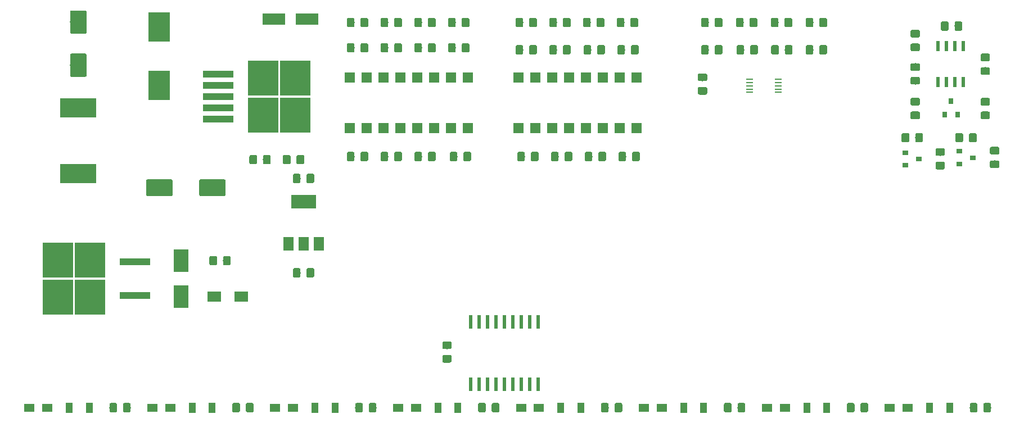
<source format=gbr>
G04 #@! TF.GenerationSoftware,KiCad,Pcbnew,5.1.2-f72e74a~84~ubuntu18.04.1*
G04 #@! TF.CreationDate,2019-07-22T16:22:56+05:30*
G04 #@! TF.ProjectId,openPlc_Rpi,6f70656e-506c-4635-9f52-70692e6b6963,rev?*
G04 #@! TF.SameCoordinates,Original*
G04 #@! TF.FileFunction,Paste,Top*
G04 #@! TF.FilePolarity,Positive*
%FSLAX46Y46*%
G04 Gerber Fmt 4.6, Leading zero omitted, Abs format (unit mm)*
G04 Created by KiCad (PCBNEW 5.1.2-f72e74a~84~ubuntu18.04.1) date 2019-07-22 16:22:56*
%MOMM*%
%LPD*%
G04 APERTURE LIST*
%ADD10C,0.100000*%
%ADD11C,1.150000*%
%ADD12R,0.900000X0.800000*%
%ADD13C,2.500000*%
%ADD14R,2.300000X3.500000*%
%ADD15R,0.600000X1.550000*%
%ADD16R,0.800000X0.900000*%
%ADD17R,0.600000X2.000000*%
%ADD18R,1.000000X1.600000*%
%ADD19R,1.500000X1.300000*%
%ADD20R,4.550000X5.250000*%
%ADD21R,4.600000X1.100000*%
%ADD22R,5.400000X2.900000*%
%ADD23R,3.500000X1.800000*%
%ADD24R,2.000000X1.600000*%
%ADD25R,3.300000X4.500000*%
%ADD26R,1.600000X1.600000*%
%ADD27R,1.100000X0.250000*%
%ADD28R,3.800000X2.000000*%
%ADD29R,1.500000X2.000000*%
G04 APERTURE END LIST*
D10*
G36*
X172774505Y-78001204D02*
G01*
X172798773Y-78004804D01*
X172822572Y-78010765D01*
X172845671Y-78019030D01*
X172867850Y-78029520D01*
X172888893Y-78042132D01*
X172908599Y-78056747D01*
X172926777Y-78073223D01*
X172943253Y-78091401D01*
X172957868Y-78111107D01*
X172970480Y-78132150D01*
X172980970Y-78154329D01*
X172989235Y-78177428D01*
X172995196Y-78201227D01*
X172998796Y-78225495D01*
X173000000Y-78249999D01*
X173000000Y-79150001D01*
X172998796Y-79174505D01*
X172995196Y-79198773D01*
X172989235Y-79222572D01*
X172980970Y-79245671D01*
X172970480Y-79267850D01*
X172957868Y-79288893D01*
X172943253Y-79308599D01*
X172926777Y-79326777D01*
X172908599Y-79343253D01*
X172888893Y-79357868D01*
X172867850Y-79370480D01*
X172845671Y-79380970D01*
X172822572Y-79389235D01*
X172798773Y-79395196D01*
X172774505Y-79398796D01*
X172750001Y-79400000D01*
X172099999Y-79400000D01*
X172075495Y-79398796D01*
X172051227Y-79395196D01*
X172027428Y-79389235D01*
X172004329Y-79380970D01*
X171982150Y-79370480D01*
X171961107Y-79357868D01*
X171941401Y-79343253D01*
X171923223Y-79326777D01*
X171906747Y-79308599D01*
X171892132Y-79288893D01*
X171879520Y-79267850D01*
X171869030Y-79245671D01*
X171860765Y-79222572D01*
X171854804Y-79198773D01*
X171851204Y-79174505D01*
X171850000Y-79150001D01*
X171850000Y-78249999D01*
X171851204Y-78225495D01*
X171854804Y-78201227D01*
X171860765Y-78177428D01*
X171869030Y-78154329D01*
X171879520Y-78132150D01*
X171892132Y-78111107D01*
X171906747Y-78091401D01*
X171923223Y-78073223D01*
X171941401Y-78056747D01*
X171961107Y-78042132D01*
X171982150Y-78029520D01*
X172004329Y-78019030D01*
X172027428Y-78010765D01*
X172051227Y-78004804D01*
X172075495Y-78001204D01*
X172099999Y-78000000D01*
X172750001Y-78000000D01*
X172774505Y-78001204D01*
X172774505Y-78001204D01*
G37*
D11*
X172425000Y-78700000D03*
D10*
G36*
X170724505Y-78001204D02*
G01*
X170748773Y-78004804D01*
X170772572Y-78010765D01*
X170795671Y-78019030D01*
X170817850Y-78029520D01*
X170838893Y-78042132D01*
X170858599Y-78056747D01*
X170876777Y-78073223D01*
X170893253Y-78091401D01*
X170907868Y-78111107D01*
X170920480Y-78132150D01*
X170930970Y-78154329D01*
X170939235Y-78177428D01*
X170945196Y-78201227D01*
X170948796Y-78225495D01*
X170950000Y-78249999D01*
X170950000Y-79150001D01*
X170948796Y-79174505D01*
X170945196Y-79198773D01*
X170939235Y-79222572D01*
X170930970Y-79245671D01*
X170920480Y-79267850D01*
X170907868Y-79288893D01*
X170893253Y-79308599D01*
X170876777Y-79326777D01*
X170858599Y-79343253D01*
X170838893Y-79357868D01*
X170817850Y-79370480D01*
X170795671Y-79380970D01*
X170772572Y-79389235D01*
X170748773Y-79395196D01*
X170724505Y-79398796D01*
X170700001Y-79400000D01*
X170049999Y-79400000D01*
X170025495Y-79398796D01*
X170001227Y-79395196D01*
X169977428Y-79389235D01*
X169954329Y-79380970D01*
X169932150Y-79370480D01*
X169911107Y-79357868D01*
X169891401Y-79343253D01*
X169873223Y-79326777D01*
X169856747Y-79308599D01*
X169842132Y-79288893D01*
X169829520Y-79267850D01*
X169819030Y-79245671D01*
X169810765Y-79222572D01*
X169804804Y-79198773D01*
X169801204Y-79174505D01*
X169800000Y-79150001D01*
X169800000Y-78249999D01*
X169801204Y-78225495D01*
X169804804Y-78201227D01*
X169810765Y-78177428D01*
X169819030Y-78154329D01*
X169829520Y-78132150D01*
X169842132Y-78111107D01*
X169856747Y-78091401D01*
X169873223Y-78073223D01*
X169891401Y-78056747D01*
X169911107Y-78042132D01*
X169932150Y-78029520D01*
X169954329Y-78019030D01*
X169977428Y-78010765D01*
X170001227Y-78004804D01*
X170025495Y-78001204D01*
X170049999Y-78000000D01*
X170700001Y-78000000D01*
X170724505Y-78001204D01*
X170724505Y-78001204D01*
G37*
D11*
X170375000Y-78700000D03*
D10*
G36*
X180874505Y-78001204D02*
G01*
X180898773Y-78004804D01*
X180922572Y-78010765D01*
X180945671Y-78019030D01*
X180967850Y-78029520D01*
X180988893Y-78042132D01*
X181008599Y-78056747D01*
X181026777Y-78073223D01*
X181043253Y-78091401D01*
X181057868Y-78111107D01*
X181070480Y-78132150D01*
X181080970Y-78154329D01*
X181089235Y-78177428D01*
X181095196Y-78201227D01*
X181098796Y-78225495D01*
X181100000Y-78249999D01*
X181100000Y-79150001D01*
X181098796Y-79174505D01*
X181095196Y-79198773D01*
X181089235Y-79222572D01*
X181080970Y-79245671D01*
X181070480Y-79267850D01*
X181057868Y-79288893D01*
X181043253Y-79308599D01*
X181026777Y-79326777D01*
X181008599Y-79343253D01*
X180988893Y-79357868D01*
X180967850Y-79370480D01*
X180945671Y-79380970D01*
X180922572Y-79389235D01*
X180898773Y-79395196D01*
X180874505Y-79398796D01*
X180850001Y-79400000D01*
X180199999Y-79400000D01*
X180175495Y-79398796D01*
X180151227Y-79395196D01*
X180127428Y-79389235D01*
X180104329Y-79380970D01*
X180082150Y-79370480D01*
X180061107Y-79357868D01*
X180041401Y-79343253D01*
X180023223Y-79326777D01*
X180006747Y-79308599D01*
X179992132Y-79288893D01*
X179979520Y-79267850D01*
X179969030Y-79245671D01*
X179960765Y-79222572D01*
X179954804Y-79198773D01*
X179951204Y-79174505D01*
X179950000Y-79150001D01*
X179950000Y-78249999D01*
X179951204Y-78225495D01*
X179954804Y-78201227D01*
X179960765Y-78177428D01*
X179969030Y-78154329D01*
X179979520Y-78132150D01*
X179992132Y-78111107D01*
X180006747Y-78091401D01*
X180023223Y-78073223D01*
X180041401Y-78056747D01*
X180061107Y-78042132D01*
X180082150Y-78029520D01*
X180104329Y-78019030D01*
X180127428Y-78010765D01*
X180151227Y-78004804D01*
X180175495Y-78001204D01*
X180199999Y-78000000D01*
X180850001Y-78000000D01*
X180874505Y-78001204D01*
X180874505Y-78001204D01*
G37*
D11*
X180525000Y-78700000D03*
D10*
G36*
X178824505Y-78001204D02*
G01*
X178848773Y-78004804D01*
X178872572Y-78010765D01*
X178895671Y-78019030D01*
X178917850Y-78029520D01*
X178938893Y-78042132D01*
X178958599Y-78056747D01*
X178976777Y-78073223D01*
X178993253Y-78091401D01*
X179007868Y-78111107D01*
X179020480Y-78132150D01*
X179030970Y-78154329D01*
X179039235Y-78177428D01*
X179045196Y-78201227D01*
X179048796Y-78225495D01*
X179050000Y-78249999D01*
X179050000Y-79150001D01*
X179048796Y-79174505D01*
X179045196Y-79198773D01*
X179039235Y-79222572D01*
X179030970Y-79245671D01*
X179020480Y-79267850D01*
X179007868Y-79288893D01*
X178993253Y-79308599D01*
X178976777Y-79326777D01*
X178958599Y-79343253D01*
X178938893Y-79357868D01*
X178917850Y-79370480D01*
X178895671Y-79380970D01*
X178872572Y-79389235D01*
X178848773Y-79395196D01*
X178824505Y-79398796D01*
X178800001Y-79400000D01*
X178149999Y-79400000D01*
X178125495Y-79398796D01*
X178101227Y-79395196D01*
X178077428Y-79389235D01*
X178054329Y-79380970D01*
X178032150Y-79370480D01*
X178011107Y-79357868D01*
X177991401Y-79343253D01*
X177973223Y-79326777D01*
X177956747Y-79308599D01*
X177942132Y-79288893D01*
X177929520Y-79267850D01*
X177919030Y-79245671D01*
X177910765Y-79222572D01*
X177904804Y-79198773D01*
X177901204Y-79174505D01*
X177900000Y-79150001D01*
X177900000Y-78249999D01*
X177901204Y-78225495D01*
X177904804Y-78201227D01*
X177910765Y-78177428D01*
X177919030Y-78154329D01*
X177929520Y-78132150D01*
X177942132Y-78111107D01*
X177956747Y-78091401D01*
X177973223Y-78073223D01*
X177991401Y-78056747D01*
X178011107Y-78042132D01*
X178032150Y-78029520D01*
X178054329Y-78019030D01*
X178077428Y-78010765D01*
X178101227Y-78004804D01*
X178125495Y-78001204D01*
X178149999Y-78000000D01*
X178800001Y-78000000D01*
X178824505Y-78001204D01*
X178824505Y-78001204D01*
G37*
D11*
X178475000Y-78700000D03*
D10*
G36*
X74574505Y-81301204D02*
G01*
X74598773Y-81304804D01*
X74622572Y-81310765D01*
X74645671Y-81319030D01*
X74667850Y-81329520D01*
X74688893Y-81342132D01*
X74708599Y-81356747D01*
X74726777Y-81373223D01*
X74743253Y-81391401D01*
X74757868Y-81411107D01*
X74770480Y-81432150D01*
X74780970Y-81454329D01*
X74789235Y-81477428D01*
X74795196Y-81501227D01*
X74798796Y-81525495D01*
X74800000Y-81549999D01*
X74800000Y-82450001D01*
X74798796Y-82474505D01*
X74795196Y-82498773D01*
X74789235Y-82522572D01*
X74780970Y-82545671D01*
X74770480Y-82567850D01*
X74757868Y-82588893D01*
X74743253Y-82608599D01*
X74726777Y-82626777D01*
X74708599Y-82643253D01*
X74688893Y-82657868D01*
X74667850Y-82670480D01*
X74645671Y-82680970D01*
X74622572Y-82689235D01*
X74598773Y-82695196D01*
X74574505Y-82698796D01*
X74550001Y-82700000D01*
X73899999Y-82700000D01*
X73875495Y-82698796D01*
X73851227Y-82695196D01*
X73827428Y-82689235D01*
X73804329Y-82680970D01*
X73782150Y-82670480D01*
X73761107Y-82657868D01*
X73741401Y-82643253D01*
X73723223Y-82626777D01*
X73706747Y-82608599D01*
X73692132Y-82588893D01*
X73679520Y-82567850D01*
X73669030Y-82545671D01*
X73660765Y-82522572D01*
X73654804Y-82498773D01*
X73651204Y-82474505D01*
X73650000Y-82450001D01*
X73650000Y-81549999D01*
X73651204Y-81525495D01*
X73654804Y-81501227D01*
X73660765Y-81477428D01*
X73669030Y-81454329D01*
X73679520Y-81432150D01*
X73692132Y-81411107D01*
X73706747Y-81391401D01*
X73723223Y-81373223D01*
X73741401Y-81356747D01*
X73761107Y-81342132D01*
X73782150Y-81329520D01*
X73804329Y-81319030D01*
X73827428Y-81310765D01*
X73851227Y-81304804D01*
X73875495Y-81301204D01*
X73899999Y-81300000D01*
X74550001Y-81300000D01*
X74574505Y-81301204D01*
X74574505Y-81301204D01*
G37*
D11*
X74225000Y-82000000D03*
D10*
G36*
X72524505Y-81301204D02*
G01*
X72548773Y-81304804D01*
X72572572Y-81310765D01*
X72595671Y-81319030D01*
X72617850Y-81329520D01*
X72638893Y-81342132D01*
X72658599Y-81356747D01*
X72676777Y-81373223D01*
X72693253Y-81391401D01*
X72707868Y-81411107D01*
X72720480Y-81432150D01*
X72730970Y-81454329D01*
X72739235Y-81477428D01*
X72745196Y-81501227D01*
X72748796Y-81525495D01*
X72750000Y-81549999D01*
X72750000Y-82450001D01*
X72748796Y-82474505D01*
X72745196Y-82498773D01*
X72739235Y-82522572D01*
X72730970Y-82545671D01*
X72720480Y-82567850D01*
X72707868Y-82588893D01*
X72693253Y-82608599D01*
X72676777Y-82626777D01*
X72658599Y-82643253D01*
X72638893Y-82657868D01*
X72617850Y-82670480D01*
X72595671Y-82680970D01*
X72572572Y-82689235D01*
X72548773Y-82695196D01*
X72524505Y-82698796D01*
X72500001Y-82700000D01*
X71849999Y-82700000D01*
X71825495Y-82698796D01*
X71801227Y-82695196D01*
X71777428Y-82689235D01*
X71754329Y-82680970D01*
X71732150Y-82670480D01*
X71711107Y-82657868D01*
X71691401Y-82643253D01*
X71673223Y-82626777D01*
X71656747Y-82608599D01*
X71642132Y-82588893D01*
X71629520Y-82567850D01*
X71619030Y-82545671D01*
X71610765Y-82522572D01*
X71604804Y-82498773D01*
X71601204Y-82474505D01*
X71600000Y-82450001D01*
X71600000Y-81549999D01*
X71601204Y-81525495D01*
X71604804Y-81501227D01*
X71610765Y-81477428D01*
X71619030Y-81454329D01*
X71629520Y-81432150D01*
X71642132Y-81411107D01*
X71656747Y-81391401D01*
X71673223Y-81373223D01*
X71691401Y-81356747D01*
X71711107Y-81342132D01*
X71732150Y-81329520D01*
X71754329Y-81319030D01*
X71777428Y-81310765D01*
X71801227Y-81304804D01*
X71825495Y-81301204D01*
X71849999Y-81300000D01*
X72500001Y-81300000D01*
X72524505Y-81301204D01*
X72524505Y-81301204D01*
G37*
D11*
X72175000Y-82000000D03*
D12*
X172400000Y-81900000D03*
X170400000Y-82850000D03*
X170400000Y-80950000D03*
X180500000Y-81700000D03*
X178500000Y-82650000D03*
X178500000Y-80750000D03*
D10*
G36*
X176074505Y-80278704D02*
G01*
X176098773Y-80282304D01*
X176122572Y-80288265D01*
X176145671Y-80296530D01*
X176167850Y-80307020D01*
X176188893Y-80319632D01*
X176208599Y-80334247D01*
X176226777Y-80350723D01*
X176243253Y-80368901D01*
X176257868Y-80388607D01*
X176270480Y-80409650D01*
X176280970Y-80431829D01*
X176289235Y-80454928D01*
X176295196Y-80478727D01*
X176298796Y-80502995D01*
X176300000Y-80527499D01*
X176300000Y-81177501D01*
X176298796Y-81202005D01*
X176295196Y-81226273D01*
X176289235Y-81250072D01*
X176280970Y-81273171D01*
X176270480Y-81295350D01*
X176257868Y-81316393D01*
X176243253Y-81336099D01*
X176226777Y-81354277D01*
X176208599Y-81370753D01*
X176188893Y-81385368D01*
X176167850Y-81397980D01*
X176145671Y-81408470D01*
X176122572Y-81416735D01*
X176098773Y-81422696D01*
X176074505Y-81426296D01*
X176050001Y-81427500D01*
X175149999Y-81427500D01*
X175125495Y-81426296D01*
X175101227Y-81422696D01*
X175077428Y-81416735D01*
X175054329Y-81408470D01*
X175032150Y-81397980D01*
X175011107Y-81385368D01*
X174991401Y-81370753D01*
X174973223Y-81354277D01*
X174956747Y-81336099D01*
X174942132Y-81316393D01*
X174929520Y-81295350D01*
X174919030Y-81273171D01*
X174910765Y-81250072D01*
X174904804Y-81226273D01*
X174901204Y-81202005D01*
X174900000Y-81177501D01*
X174900000Y-80527499D01*
X174901204Y-80502995D01*
X174904804Y-80478727D01*
X174910765Y-80454928D01*
X174919030Y-80431829D01*
X174929520Y-80409650D01*
X174942132Y-80388607D01*
X174956747Y-80368901D01*
X174973223Y-80350723D01*
X174991401Y-80334247D01*
X175011107Y-80319632D01*
X175032150Y-80307020D01*
X175054329Y-80296530D01*
X175077428Y-80288265D01*
X175101227Y-80282304D01*
X175125495Y-80278704D01*
X175149999Y-80277500D01*
X176050001Y-80277500D01*
X176074505Y-80278704D01*
X176074505Y-80278704D01*
G37*
D11*
X175600000Y-80852500D03*
D10*
G36*
X176074505Y-82328704D02*
G01*
X176098773Y-82332304D01*
X176122572Y-82338265D01*
X176145671Y-82346530D01*
X176167850Y-82357020D01*
X176188893Y-82369632D01*
X176208599Y-82384247D01*
X176226777Y-82400723D01*
X176243253Y-82418901D01*
X176257868Y-82438607D01*
X176270480Y-82459650D01*
X176280970Y-82481829D01*
X176289235Y-82504928D01*
X176295196Y-82528727D01*
X176298796Y-82552995D01*
X176300000Y-82577499D01*
X176300000Y-83227501D01*
X176298796Y-83252005D01*
X176295196Y-83276273D01*
X176289235Y-83300072D01*
X176280970Y-83323171D01*
X176270480Y-83345350D01*
X176257868Y-83366393D01*
X176243253Y-83386099D01*
X176226777Y-83404277D01*
X176208599Y-83420753D01*
X176188893Y-83435368D01*
X176167850Y-83447980D01*
X176145671Y-83458470D01*
X176122572Y-83466735D01*
X176098773Y-83472696D01*
X176074505Y-83476296D01*
X176050001Y-83477500D01*
X175149999Y-83477500D01*
X175125495Y-83476296D01*
X175101227Y-83472696D01*
X175077428Y-83466735D01*
X175054329Y-83458470D01*
X175032150Y-83447980D01*
X175011107Y-83435368D01*
X174991401Y-83420753D01*
X174973223Y-83404277D01*
X174956747Y-83386099D01*
X174942132Y-83366393D01*
X174929520Y-83345350D01*
X174919030Y-83323171D01*
X174910765Y-83300072D01*
X174904804Y-83276273D01*
X174901204Y-83252005D01*
X174900000Y-83227501D01*
X174900000Y-82577499D01*
X174901204Y-82552995D01*
X174904804Y-82528727D01*
X174910765Y-82504928D01*
X174919030Y-82481829D01*
X174929520Y-82459650D01*
X174942132Y-82438607D01*
X174956747Y-82418901D01*
X174973223Y-82400723D01*
X174991401Y-82384247D01*
X175011107Y-82369632D01*
X175032150Y-82357020D01*
X175054329Y-82346530D01*
X175077428Y-82338265D01*
X175101227Y-82332304D01*
X175125495Y-82328704D01*
X175149999Y-82327500D01*
X176050001Y-82327500D01*
X176074505Y-82328704D01*
X176074505Y-82328704D01*
G37*
D11*
X175600000Y-82902500D03*
D10*
G36*
X184274505Y-80078704D02*
G01*
X184298773Y-80082304D01*
X184322572Y-80088265D01*
X184345671Y-80096530D01*
X184367850Y-80107020D01*
X184388893Y-80119632D01*
X184408599Y-80134247D01*
X184426777Y-80150723D01*
X184443253Y-80168901D01*
X184457868Y-80188607D01*
X184470480Y-80209650D01*
X184480970Y-80231829D01*
X184489235Y-80254928D01*
X184495196Y-80278727D01*
X184498796Y-80302995D01*
X184500000Y-80327499D01*
X184500000Y-80977501D01*
X184498796Y-81002005D01*
X184495196Y-81026273D01*
X184489235Y-81050072D01*
X184480970Y-81073171D01*
X184470480Y-81095350D01*
X184457868Y-81116393D01*
X184443253Y-81136099D01*
X184426777Y-81154277D01*
X184408599Y-81170753D01*
X184388893Y-81185368D01*
X184367850Y-81197980D01*
X184345671Y-81208470D01*
X184322572Y-81216735D01*
X184298773Y-81222696D01*
X184274505Y-81226296D01*
X184250001Y-81227500D01*
X183349999Y-81227500D01*
X183325495Y-81226296D01*
X183301227Y-81222696D01*
X183277428Y-81216735D01*
X183254329Y-81208470D01*
X183232150Y-81197980D01*
X183211107Y-81185368D01*
X183191401Y-81170753D01*
X183173223Y-81154277D01*
X183156747Y-81136099D01*
X183142132Y-81116393D01*
X183129520Y-81095350D01*
X183119030Y-81073171D01*
X183110765Y-81050072D01*
X183104804Y-81026273D01*
X183101204Y-81002005D01*
X183100000Y-80977501D01*
X183100000Y-80327499D01*
X183101204Y-80302995D01*
X183104804Y-80278727D01*
X183110765Y-80254928D01*
X183119030Y-80231829D01*
X183129520Y-80209650D01*
X183142132Y-80188607D01*
X183156747Y-80168901D01*
X183173223Y-80150723D01*
X183191401Y-80134247D01*
X183211107Y-80119632D01*
X183232150Y-80107020D01*
X183254329Y-80096530D01*
X183277428Y-80088265D01*
X183301227Y-80082304D01*
X183325495Y-80078704D01*
X183349999Y-80077500D01*
X184250001Y-80077500D01*
X184274505Y-80078704D01*
X184274505Y-80078704D01*
G37*
D11*
X183800000Y-80652500D03*
D10*
G36*
X184274505Y-82128704D02*
G01*
X184298773Y-82132304D01*
X184322572Y-82138265D01*
X184345671Y-82146530D01*
X184367850Y-82157020D01*
X184388893Y-82169632D01*
X184408599Y-82184247D01*
X184426777Y-82200723D01*
X184443253Y-82218901D01*
X184457868Y-82238607D01*
X184470480Y-82259650D01*
X184480970Y-82281829D01*
X184489235Y-82304928D01*
X184495196Y-82328727D01*
X184498796Y-82352995D01*
X184500000Y-82377499D01*
X184500000Y-83027501D01*
X184498796Y-83052005D01*
X184495196Y-83076273D01*
X184489235Y-83100072D01*
X184480970Y-83123171D01*
X184470480Y-83145350D01*
X184457868Y-83166393D01*
X184443253Y-83186099D01*
X184426777Y-83204277D01*
X184408599Y-83220753D01*
X184388893Y-83235368D01*
X184367850Y-83247980D01*
X184345671Y-83258470D01*
X184322572Y-83266735D01*
X184298773Y-83272696D01*
X184274505Y-83276296D01*
X184250001Y-83277500D01*
X183349999Y-83277500D01*
X183325495Y-83276296D01*
X183301227Y-83272696D01*
X183277428Y-83266735D01*
X183254329Y-83258470D01*
X183232150Y-83247980D01*
X183211107Y-83235368D01*
X183191401Y-83220753D01*
X183173223Y-83204277D01*
X183156747Y-83186099D01*
X183142132Y-83166393D01*
X183129520Y-83145350D01*
X183119030Y-83123171D01*
X183110765Y-83100072D01*
X183104804Y-83076273D01*
X183101204Y-83052005D01*
X183100000Y-83027501D01*
X183100000Y-82377499D01*
X183101204Y-82352995D01*
X183104804Y-82328727D01*
X183110765Y-82304928D01*
X183119030Y-82281829D01*
X183129520Y-82259650D01*
X183142132Y-82238607D01*
X183156747Y-82218901D01*
X183173223Y-82200723D01*
X183191401Y-82184247D01*
X183211107Y-82169632D01*
X183232150Y-82157020D01*
X183254329Y-82146530D01*
X183277428Y-82138265D01*
X183301227Y-82132304D01*
X183325495Y-82128704D01*
X183349999Y-82127500D01*
X184250001Y-82127500D01*
X184274505Y-82128704D01*
X184274505Y-82128704D01*
G37*
D11*
X183800000Y-82702500D03*
D10*
G36*
X77574505Y-81301204D02*
G01*
X77598773Y-81304804D01*
X77622572Y-81310765D01*
X77645671Y-81319030D01*
X77667850Y-81329520D01*
X77688893Y-81342132D01*
X77708599Y-81356747D01*
X77726777Y-81373223D01*
X77743253Y-81391401D01*
X77757868Y-81411107D01*
X77770480Y-81432150D01*
X77780970Y-81454329D01*
X77789235Y-81477428D01*
X77795196Y-81501227D01*
X77798796Y-81525495D01*
X77800000Y-81549999D01*
X77800000Y-82450001D01*
X77798796Y-82474505D01*
X77795196Y-82498773D01*
X77789235Y-82522572D01*
X77780970Y-82545671D01*
X77770480Y-82567850D01*
X77757868Y-82588893D01*
X77743253Y-82608599D01*
X77726777Y-82626777D01*
X77708599Y-82643253D01*
X77688893Y-82657868D01*
X77667850Y-82670480D01*
X77645671Y-82680970D01*
X77622572Y-82689235D01*
X77598773Y-82695196D01*
X77574505Y-82698796D01*
X77550001Y-82700000D01*
X76899999Y-82700000D01*
X76875495Y-82698796D01*
X76851227Y-82695196D01*
X76827428Y-82689235D01*
X76804329Y-82680970D01*
X76782150Y-82670480D01*
X76761107Y-82657868D01*
X76741401Y-82643253D01*
X76723223Y-82626777D01*
X76706747Y-82608599D01*
X76692132Y-82588893D01*
X76679520Y-82567850D01*
X76669030Y-82545671D01*
X76660765Y-82522572D01*
X76654804Y-82498773D01*
X76651204Y-82474505D01*
X76650000Y-82450001D01*
X76650000Y-81549999D01*
X76651204Y-81525495D01*
X76654804Y-81501227D01*
X76660765Y-81477428D01*
X76669030Y-81454329D01*
X76679520Y-81432150D01*
X76692132Y-81411107D01*
X76706747Y-81391401D01*
X76723223Y-81373223D01*
X76741401Y-81356747D01*
X76761107Y-81342132D01*
X76782150Y-81329520D01*
X76804329Y-81319030D01*
X76827428Y-81310765D01*
X76851227Y-81304804D01*
X76875495Y-81301204D01*
X76899999Y-81300000D01*
X77550001Y-81300000D01*
X77574505Y-81301204D01*
X77574505Y-81301204D01*
G37*
D11*
X77225000Y-82000000D03*
D10*
G36*
X79624505Y-81301204D02*
G01*
X79648773Y-81304804D01*
X79672572Y-81310765D01*
X79695671Y-81319030D01*
X79717850Y-81329520D01*
X79738893Y-81342132D01*
X79758599Y-81356747D01*
X79776777Y-81373223D01*
X79793253Y-81391401D01*
X79807868Y-81411107D01*
X79820480Y-81432150D01*
X79830970Y-81454329D01*
X79839235Y-81477428D01*
X79845196Y-81501227D01*
X79848796Y-81525495D01*
X79850000Y-81549999D01*
X79850000Y-82450001D01*
X79848796Y-82474505D01*
X79845196Y-82498773D01*
X79839235Y-82522572D01*
X79830970Y-82545671D01*
X79820480Y-82567850D01*
X79807868Y-82588893D01*
X79793253Y-82608599D01*
X79776777Y-82626777D01*
X79758599Y-82643253D01*
X79738893Y-82657868D01*
X79717850Y-82670480D01*
X79695671Y-82680970D01*
X79672572Y-82689235D01*
X79648773Y-82695196D01*
X79624505Y-82698796D01*
X79600001Y-82700000D01*
X78949999Y-82700000D01*
X78925495Y-82698796D01*
X78901227Y-82695196D01*
X78877428Y-82689235D01*
X78854329Y-82680970D01*
X78832150Y-82670480D01*
X78811107Y-82657868D01*
X78791401Y-82643253D01*
X78773223Y-82626777D01*
X78756747Y-82608599D01*
X78742132Y-82588893D01*
X78729520Y-82567850D01*
X78719030Y-82545671D01*
X78710765Y-82522572D01*
X78704804Y-82498773D01*
X78701204Y-82474505D01*
X78700000Y-82450001D01*
X78700000Y-81549999D01*
X78701204Y-81525495D01*
X78704804Y-81501227D01*
X78710765Y-81477428D01*
X78719030Y-81454329D01*
X78729520Y-81432150D01*
X78742132Y-81411107D01*
X78756747Y-81391401D01*
X78773223Y-81373223D01*
X78791401Y-81356747D01*
X78811107Y-81342132D01*
X78832150Y-81329520D01*
X78854329Y-81319030D01*
X78877428Y-81310765D01*
X78901227Y-81304804D01*
X78925495Y-81301204D01*
X78949999Y-81300000D01*
X79600001Y-81300000D01*
X79624505Y-81301204D01*
X79624505Y-81301204D01*
G37*
D11*
X79275000Y-82000000D03*
D10*
G36*
X172324505Y-69526204D02*
G01*
X172348773Y-69529804D01*
X172372572Y-69535765D01*
X172395671Y-69544030D01*
X172417850Y-69554520D01*
X172438893Y-69567132D01*
X172458599Y-69581747D01*
X172476777Y-69598223D01*
X172493253Y-69616401D01*
X172507868Y-69636107D01*
X172520480Y-69657150D01*
X172530970Y-69679329D01*
X172539235Y-69702428D01*
X172545196Y-69726227D01*
X172548796Y-69750495D01*
X172550000Y-69774999D01*
X172550000Y-70425001D01*
X172548796Y-70449505D01*
X172545196Y-70473773D01*
X172539235Y-70497572D01*
X172530970Y-70520671D01*
X172520480Y-70542850D01*
X172507868Y-70563893D01*
X172493253Y-70583599D01*
X172476777Y-70601777D01*
X172458599Y-70618253D01*
X172438893Y-70632868D01*
X172417850Y-70645480D01*
X172395671Y-70655970D01*
X172372572Y-70664235D01*
X172348773Y-70670196D01*
X172324505Y-70673796D01*
X172300001Y-70675000D01*
X171399999Y-70675000D01*
X171375495Y-70673796D01*
X171351227Y-70670196D01*
X171327428Y-70664235D01*
X171304329Y-70655970D01*
X171282150Y-70645480D01*
X171261107Y-70632868D01*
X171241401Y-70618253D01*
X171223223Y-70601777D01*
X171206747Y-70583599D01*
X171192132Y-70563893D01*
X171179520Y-70542850D01*
X171169030Y-70520671D01*
X171160765Y-70497572D01*
X171154804Y-70473773D01*
X171151204Y-70449505D01*
X171150000Y-70425001D01*
X171150000Y-69774999D01*
X171151204Y-69750495D01*
X171154804Y-69726227D01*
X171160765Y-69702428D01*
X171169030Y-69679329D01*
X171179520Y-69657150D01*
X171192132Y-69636107D01*
X171206747Y-69616401D01*
X171223223Y-69598223D01*
X171241401Y-69581747D01*
X171261107Y-69567132D01*
X171282150Y-69554520D01*
X171304329Y-69544030D01*
X171327428Y-69535765D01*
X171351227Y-69529804D01*
X171375495Y-69526204D01*
X171399999Y-69525000D01*
X172300001Y-69525000D01*
X172324505Y-69526204D01*
X172324505Y-69526204D01*
G37*
D11*
X171850000Y-70100000D03*
D10*
G36*
X172324505Y-67476204D02*
G01*
X172348773Y-67479804D01*
X172372572Y-67485765D01*
X172395671Y-67494030D01*
X172417850Y-67504520D01*
X172438893Y-67517132D01*
X172458599Y-67531747D01*
X172476777Y-67548223D01*
X172493253Y-67566401D01*
X172507868Y-67586107D01*
X172520480Y-67607150D01*
X172530970Y-67629329D01*
X172539235Y-67652428D01*
X172545196Y-67676227D01*
X172548796Y-67700495D01*
X172550000Y-67724999D01*
X172550000Y-68375001D01*
X172548796Y-68399505D01*
X172545196Y-68423773D01*
X172539235Y-68447572D01*
X172530970Y-68470671D01*
X172520480Y-68492850D01*
X172507868Y-68513893D01*
X172493253Y-68533599D01*
X172476777Y-68551777D01*
X172458599Y-68568253D01*
X172438893Y-68582868D01*
X172417850Y-68595480D01*
X172395671Y-68605970D01*
X172372572Y-68614235D01*
X172348773Y-68620196D01*
X172324505Y-68623796D01*
X172300001Y-68625000D01*
X171399999Y-68625000D01*
X171375495Y-68623796D01*
X171351227Y-68620196D01*
X171327428Y-68614235D01*
X171304329Y-68605970D01*
X171282150Y-68595480D01*
X171261107Y-68582868D01*
X171241401Y-68568253D01*
X171223223Y-68551777D01*
X171206747Y-68533599D01*
X171192132Y-68513893D01*
X171179520Y-68492850D01*
X171169030Y-68470671D01*
X171160765Y-68447572D01*
X171154804Y-68423773D01*
X171151204Y-68399505D01*
X171150000Y-68375001D01*
X171150000Y-67724999D01*
X171151204Y-67700495D01*
X171154804Y-67676227D01*
X171160765Y-67652428D01*
X171169030Y-67629329D01*
X171179520Y-67607150D01*
X171192132Y-67586107D01*
X171206747Y-67566401D01*
X171223223Y-67548223D01*
X171241401Y-67531747D01*
X171261107Y-67517132D01*
X171282150Y-67504520D01*
X171304329Y-67494030D01*
X171327428Y-67485765D01*
X171351227Y-67479804D01*
X171375495Y-67476204D01*
X171399999Y-67475000D01*
X172300001Y-67475000D01*
X172324505Y-67476204D01*
X172324505Y-67476204D01*
G37*
D11*
X171850000Y-68050000D03*
D10*
G36*
X68549505Y-96527204D02*
G01*
X68573773Y-96530804D01*
X68597572Y-96536765D01*
X68620671Y-96545030D01*
X68642850Y-96555520D01*
X68663893Y-96568132D01*
X68683599Y-96582747D01*
X68701777Y-96599223D01*
X68718253Y-96617401D01*
X68732868Y-96637107D01*
X68745480Y-96658150D01*
X68755970Y-96680329D01*
X68764235Y-96703428D01*
X68770196Y-96727227D01*
X68773796Y-96751495D01*
X68775000Y-96775999D01*
X68775000Y-97676001D01*
X68773796Y-97700505D01*
X68770196Y-97724773D01*
X68764235Y-97748572D01*
X68755970Y-97771671D01*
X68745480Y-97793850D01*
X68732868Y-97814893D01*
X68718253Y-97834599D01*
X68701777Y-97852777D01*
X68683599Y-97869253D01*
X68663893Y-97883868D01*
X68642850Y-97896480D01*
X68620671Y-97906970D01*
X68597572Y-97915235D01*
X68573773Y-97921196D01*
X68549505Y-97924796D01*
X68525001Y-97926000D01*
X67874999Y-97926000D01*
X67850495Y-97924796D01*
X67826227Y-97921196D01*
X67802428Y-97915235D01*
X67779329Y-97906970D01*
X67757150Y-97896480D01*
X67736107Y-97883868D01*
X67716401Y-97869253D01*
X67698223Y-97852777D01*
X67681747Y-97834599D01*
X67667132Y-97814893D01*
X67654520Y-97793850D01*
X67644030Y-97771671D01*
X67635765Y-97748572D01*
X67629804Y-97724773D01*
X67626204Y-97700505D01*
X67625000Y-97676001D01*
X67625000Y-96775999D01*
X67626204Y-96751495D01*
X67629804Y-96727227D01*
X67635765Y-96703428D01*
X67644030Y-96680329D01*
X67654520Y-96658150D01*
X67667132Y-96637107D01*
X67681747Y-96617401D01*
X67698223Y-96599223D01*
X67716401Y-96582747D01*
X67736107Y-96568132D01*
X67757150Y-96555520D01*
X67779329Y-96545030D01*
X67802428Y-96536765D01*
X67826227Y-96530804D01*
X67850495Y-96527204D01*
X67874999Y-96526000D01*
X68525001Y-96526000D01*
X68549505Y-96527204D01*
X68549505Y-96527204D01*
G37*
D11*
X68200000Y-97226000D03*
D10*
G36*
X66499505Y-96527204D02*
G01*
X66523773Y-96530804D01*
X66547572Y-96536765D01*
X66570671Y-96545030D01*
X66592850Y-96555520D01*
X66613893Y-96568132D01*
X66633599Y-96582747D01*
X66651777Y-96599223D01*
X66668253Y-96617401D01*
X66682868Y-96637107D01*
X66695480Y-96658150D01*
X66705970Y-96680329D01*
X66714235Y-96703428D01*
X66720196Y-96727227D01*
X66723796Y-96751495D01*
X66725000Y-96775999D01*
X66725000Y-97676001D01*
X66723796Y-97700505D01*
X66720196Y-97724773D01*
X66714235Y-97748572D01*
X66705970Y-97771671D01*
X66695480Y-97793850D01*
X66682868Y-97814893D01*
X66668253Y-97834599D01*
X66651777Y-97852777D01*
X66633599Y-97869253D01*
X66613893Y-97883868D01*
X66592850Y-97896480D01*
X66570671Y-97906970D01*
X66547572Y-97915235D01*
X66523773Y-97921196D01*
X66499505Y-97924796D01*
X66475001Y-97926000D01*
X65824999Y-97926000D01*
X65800495Y-97924796D01*
X65776227Y-97921196D01*
X65752428Y-97915235D01*
X65729329Y-97906970D01*
X65707150Y-97896480D01*
X65686107Y-97883868D01*
X65666401Y-97869253D01*
X65648223Y-97852777D01*
X65631747Y-97834599D01*
X65617132Y-97814893D01*
X65604520Y-97793850D01*
X65594030Y-97771671D01*
X65585765Y-97748572D01*
X65579804Y-97724773D01*
X65576204Y-97700505D01*
X65575000Y-97676001D01*
X65575000Y-96775999D01*
X65576204Y-96751495D01*
X65579804Y-96727227D01*
X65585765Y-96703428D01*
X65594030Y-96680329D01*
X65604520Y-96658150D01*
X65617132Y-96637107D01*
X65631747Y-96617401D01*
X65648223Y-96599223D01*
X65666401Y-96582747D01*
X65686107Y-96568132D01*
X65707150Y-96555520D01*
X65729329Y-96545030D01*
X65752428Y-96536765D01*
X65776227Y-96530804D01*
X65800495Y-96527204D01*
X65824999Y-96526000D01*
X66475001Y-96526000D01*
X66499505Y-96527204D01*
X66499505Y-96527204D01*
G37*
D11*
X66150000Y-97226000D03*
D10*
G36*
X79080505Y-84137204D02*
G01*
X79104773Y-84140804D01*
X79128572Y-84146765D01*
X79151671Y-84155030D01*
X79173850Y-84165520D01*
X79194893Y-84178132D01*
X79214599Y-84192747D01*
X79232777Y-84209223D01*
X79249253Y-84227401D01*
X79263868Y-84247107D01*
X79276480Y-84268150D01*
X79286970Y-84290329D01*
X79295235Y-84313428D01*
X79301196Y-84337227D01*
X79304796Y-84361495D01*
X79306000Y-84385999D01*
X79306000Y-85286001D01*
X79304796Y-85310505D01*
X79301196Y-85334773D01*
X79295235Y-85358572D01*
X79286970Y-85381671D01*
X79276480Y-85403850D01*
X79263868Y-85424893D01*
X79249253Y-85444599D01*
X79232777Y-85462777D01*
X79214599Y-85479253D01*
X79194893Y-85493868D01*
X79173850Y-85506480D01*
X79151671Y-85516970D01*
X79128572Y-85525235D01*
X79104773Y-85531196D01*
X79080505Y-85534796D01*
X79056001Y-85536000D01*
X78405999Y-85536000D01*
X78381495Y-85534796D01*
X78357227Y-85531196D01*
X78333428Y-85525235D01*
X78310329Y-85516970D01*
X78288150Y-85506480D01*
X78267107Y-85493868D01*
X78247401Y-85479253D01*
X78229223Y-85462777D01*
X78212747Y-85444599D01*
X78198132Y-85424893D01*
X78185520Y-85403850D01*
X78175030Y-85381671D01*
X78166765Y-85358572D01*
X78160804Y-85334773D01*
X78157204Y-85310505D01*
X78156000Y-85286001D01*
X78156000Y-84385999D01*
X78157204Y-84361495D01*
X78160804Y-84337227D01*
X78166765Y-84313428D01*
X78175030Y-84290329D01*
X78185520Y-84268150D01*
X78198132Y-84247107D01*
X78212747Y-84227401D01*
X78229223Y-84209223D01*
X78247401Y-84192747D01*
X78267107Y-84178132D01*
X78288150Y-84165520D01*
X78310329Y-84155030D01*
X78333428Y-84146765D01*
X78357227Y-84140804D01*
X78381495Y-84137204D01*
X78405999Y-84136000D01*
X79056001Y-84136000D01*
X79080505Y-84137204D01*
X79080505Y-84137204D01*
G37*
D11*
X78731000Y-84836000D03*
D10*
G36*
X81130505Y-84137204D02*
G01*
X81154773Y-84140804D01*
X81178572Y-84146765D01*
X81201671Y-84155030D01*
X81223850Y-84165520D01*
X81244893Y-84178132D01*
X81264599Y-84192747D01*
X81282777Y-84209223D01*
X81299253Y-84227401D01*
X81313868Y-84247107D01*
X81326480Y-84268150D01*
X81336970Y-84290329D01*
X81345235Y-84313428D01*
X81351196Y-84337227D01*
X81354796Y-84361495D01*
X81356000Y-84385999D01*
X81356000Y-85286001D01*
X81354796Y-85310505D01*
X81351196Y-85334773D01*
X81345235Y-85358572D01*
X81336970Y-85381671D01*
X81326480Y-85403850D01*
X81313868Y-85424893D01*
X81299253Y-85444599D01*
X81282777Y-85462777D01*
X81264599Y-85479253D01*
X81244893Y-85493868D01*
X81223850Y-85506480D01*
X81201671Y-85516970D01*
X81178572Y-85525235D01*
X81154773Y-85531196D01*
X81130505Y-85534796D01*
X81106001Y-85536000D01*
X80455999Y-85536000D01*
X80431495Y-85534796D01*
X80407227Y-85531196D01*
X80383428Y-85525235D01*
X80360329Y-85516970D01*
X80338150Y-85506480D01*
X80317107Y-85493868D01*
X80297401Y-85479253D01*
X80279223Y-85462777D01*
X80262747Y-85444599D01*
X80248132Y-85424893D01*
X80235520Y-85403850D01*
X80225030Y-85381671D01*
X80216765Y-85358572D01*
X80210804Y-85334773D01*
X80207204Y-85310505D01*
X80206000Y-85286001D01*
X80206000Y-84385999D01*
X80207204Y-84361495D01*
X80210804Y-84337227D01*
X80216765Y-84313428D01*
X80225030Y-84290329D01*
X80235520Y-84268150D01*
X80248132Y-84247107D01*
X80262747Y-84227401D01*
X80279223Y-84209223D01*
X80297401Y-84192747D01*
X80317107Y-84178132D01*
X80338150Y-84165520D01*
X80360329Y-84155030D01*
X80383428Y-84146765D01*
X80407227Y-84140804D01*
X80431495Y-84137204D01*
X80455999Y-84136000D01*
X81106001Y-84136000D01*
X81130505Y-84137204D01*
X81130505Y-84137204D01*
G37*
D11*
X80781000Y-84836000D03*
D10*
G36*
X79080505Y-98361204D02*
G01*
X79104773Y-98364804D01*
X79128572Y-98370765D01*
X79151671Y-98379030D01*
X79173850Y-98389520D01*
X79194893Y-98402132D01*
X79214599Y-98416747D01*
X79232777Y-98433223D01*
X79249253Y-98451401D01*
X79263868Y-98471107D01*
X79276480Y-98492150D01*
X79286970Y-98514329D01*
X79295235Y-98537428D01*
X79301196Y-98561227D01*
X79304796Y-98585495D01*
X79306000Y-98609999D01*
X79306000Y-99510001D01*
X79304796Y-99534505D01*
X79301196Y-99558773D01*
X79295235Y-99582572D01*
X79286970Y-99605671D01*
X79276480Y-99627850D01*
X79263868Y-99648893D01*
X79249253Y-99668599D01*
X79232777Y-99686777D01*
X79214599Y-99703253D01*
X79194893Y-99717868D01*
X79173850Y-99730480D01*
X79151671Y-99740970D01*
X79128572Y-99749235D01*
X79104773Y-99755196D01*
X79080505Y-99758796D01*
X79056001Y-99760000D01*
X78405999Y-99760000D01*
X78381495Y-99758796D01*
X78357227Y-99755196D01*
X78333428Y-99749235D01*
X78310329Y-99740970D01*
X78288150Y-99730480D01*
X78267107Y-99717868D01*
X78247401Y-99703253D01*
X78229223Y-99686777D01*
X78212747Y-99668599D01*
X78198132Y-99648893D01*
X78185520Y-99627850D01*
X78175030Y-99605671D01*
X78166765Y-99582572D01*
X78160804Y-99558773D01*
X78157204Y-99534505D01*
X78156000Y-99510001D01*
X78156000Y-98609999D01*
X78157204Y-98585495D01*
X78160804Y-98561227D01*
X78166765Y-98537428D01*
X78175030Y-98514329D01*
X78185520Y-98492150D01*
X78198132Y-98471107D01*
X78212747Y-98451401D01*
X78229223Y-98433223D01*
X78247401Y-98416747D01*
X78267107Y-98402132D01*
X78288150Y-98389520D01*
X78310329Y-98379030D01*
X78333428Y-98370765D01*
X78357227Y-98364804D01*
X78381495Y-98361204D01*
X78405999Y-98360000D01*
X79056001Y-98360000D01*
X79080505Y-98361204D01*
X79080505Y-98361204D01*
G37*
D11*
X78731000Y-99060000D03*
D10*
G36*
X81130505Y-98361204D02*
G01*
X81154773Y-98364804D01*
X81178572Y-98370765D01*
X81201671Y-98379030D01*
X81223850Y-98389520D01*
X81244893Y-98402132D01*
X81264599Y-98416747D01*
X81282777Y-98433223D01*
X81299253Y-98451401D01*
X81313868Y-98471107D01*
X81326480Y-98492150D01*
X81336970Y-98514329D01*
X81345235Y-98537428D01*
X81351196Y-98561227D01*
X81354796Y-98585495D01*
X81356000Y-98609999D01*
X81356000Y-99510001D01*
X81354796Y-99534505D01*
X81351196Y-99558773D01*
X81345235Y-99582572D01*
X81336970Y-99605671D01*
X81326480Y-99627850D01*
X81313868Y-99648893D01*
X81299253Y-99668599D01*
X81282777Y-99686777D01*
X81264599Y-99703253D01*
X81244893Y-99717868D01*
X81223850Y-99730480D01*
X81201671Y-99740970D01*
X81178572Y-99749235D01*
X81154773Y-99755196D01*
X81130505Y-99758796D01*
X81106001Y-99760000D01*
X80455999Y-99760000D01*
X80431495Y-99758796D01*
X80407227Y-99755196D01*
X80383428Y-99749235D01*
X80360329Y-99740970D01*
X80338150Y-99730480D01*
X80317107Y-99717868D01*
X80297401Y-99703253D01*
X80279223Y-99686777D01*
X80262747Y-99668599D01*
X80248132Y-99648893D01*
X80235520Y-99627850D01*
X80225030Y-99605671D01*
X80216765Y-99582572D01*
X80210804Y-99558773D01*
X80207204Y-99534505D01*
X80206000Y-99510001D01*
X80206000Y-98609999D01*
X80207204Y-98585495D01*
X80210804Y-98561227D01*
X80216765Y-98537428D01*
X80225030Y-98514329D01*
X80235520Y-98492150D01*
X80248132Y-98471107D01*
X80262747Y-98451401D01*
X80279223Y-98433223D01*
X80297401Y-98416747D01*
X80317107Y-98402132D01*
X80338150Y-98389520D01*
X80360329Y-98379030D01*
X80383428Y-98370765D01*
X80407227Y-98364804D01*
X80431495Y-98361204D01*
X80455999Y-98360000D01*
X81106001Y-98360000D01*
X81130505Y-98361204D01*
X81130505Y-98361204D01*
G37*
D11*
X80781000Y-99060000D03*
D10*
G36*
X140301505Y-71063204D02*
G01*
X140325773Y-71066804D01*
X140349572Y-71072765D01*
X140372671Y-71081030D01*
X140394850Y-71091520D01*
X140415893Y-71104132D01*
X140435599Y-71118747D01*
X140453777Y-71135223D01*
X140470253Y-71153401D01*
X140484868Y-71173107D01*
X140497480Y-71194150D01*
X140507970Y-71216329D01*
X140516235Y-71239428D01*
X140522196Y-71263227D01*
X140525796Y-71287495D01*
X140527000Y-71311999D01*
X140527000Y-71962001D01*
X140525796Y-71986505D01*
X140522196Y-72010773D01*
X140516235Y-72034572D01*
X140507970Y-72057671D01*
X140497480Y-72079850D01*
X140484868Y-72100893D01*
X140470253Y-72120599D01*
X140453777Y-72138777D01*
X140435599Y-72155253D01*
X140415893Y-72169868D01*
X140394850Y-72182480D01*
X140372671Y-72192970D01*
X140349572Y-72201235D01*
X140325773Y-72207196D01*
X140301505Y-72210796D01*
X140277001Y-72212000D01*
X139376999Y-72212000D01*
X139352495Y-72210796D01*
X139328227Y-72207196D01*
X139304428Y-72201235D01*
X139281329Y-72192970D01*
X139259150Y-72182480D01*
X139238107Y-72169868D01*
X139218401Y-72155253D01*
X139200223Y-72138777D01*
X139183747Y-72120599D01*
X139169132Y-72100893D01*
X139156520Y-72079850D01*
X139146030Y-72057671D01*
X139137765Y-72034572D01*
X139131804Y-72010773D01*
X139128204Y-71986505D01*
X139127000Y-71962001D01*
X139127000Y-71311999D01*
X139128204Y-71287495D01*
X139131804Y-71263227D01*
X139137765Y-71239428D01*
X139146030Y-71216329D01*
X139156520Y-71194150D01*
X139169132Y-71173107D01*
X139183747Y-71153401D01*
X139200223Y-71135223D01*
X139218401Y-71118747D01*
X139238107Y-71104132D01*
X139259150Y-71091520D01*
X139281329Y-71081030D01*
X139304428Y-71072765D01*
X139328227Y-71066804D01*
X139352495Y-71063204D01*
X139376999Y-71062000D01*
X140277001Y-71062000D01*
X140301505Y-71063204D01*
X140301505Y-71063204D01*
G37*
D11*
X139827000Y-71637000D03*
D10*
G36*
X140301505Y-69013204D02*
G01*
X140325773Y-69016804D01*
X140349572Y-69022765D01*
X140372671Y-69031030D01*
X140394850Y-69041520D01*
X140415893Y-69054132D01*
X140435599Y-69068747D01*
X140453777Y-69085223D01*
X140470253Y-69103401D01*
X140484868Y-69123107D01*
X140497480Y-69144150D01*
X140507970Y-69166329D01*
X140516235Y-69189428D01*
X140522196Y-69213227D01*
X140525796Y-69237495D01*
X140527000Y-69261999D01*
X140527000Y-69912001D01*
X140525796Y-69936505D01*
X140522196Y-69960773D01*
X140516235Y-69984572D01*
X140507970Y-70007671D01*
X140497480Y-70029850D01*
X140484868Y-70050893D01*
X140470253Y-70070599D01*
X140453777Y-70088777D01*
X140435599Y-70105253D01*
X140415893Y-70119868D01*
X140394850Y-70132480D01*
X140372671Y-70142970D01*
X140349572Y-70151235D01*
X140325773Y-70157196D01*
X140301505Y-70160796D01*
X140277001Y-70162000D01*
X139376999Y-70162000D01*
X139352495Y-70160796D01*
X139328227Y-70157196D01*
X139304428Y-70151235D01*
X139281329Y-70142970D01*
X139259150Y-70132480D01*
X139238107Y-70119868D01*
X139218401Y-70105253D01*
X139200223Y-70088777D01*
X139183747Y-70070599D01*
X139169132Y-70050893D01*
X139156520Y-70029850D01*
X139146030Y-70007671D01*
X139137765Y-69984572D01*
X139131804Y-69960773D01*
X139128204Y-69936505D01*
X139127000Y-69912001D01*
X139127000Y-69261999D01*
X139128204Y-69237495D01*
X139131804Y-69213227D01*
X139137765Y-69189428D01*
X139146030Y-69166329D01*
X139156520Y-69144150D01*
X139169132Y-69123107D01*
X139183747Y-69103401D01*
X139200223Y-69085223D01*
X139218401Y-69068747D01*
X139238107Y-69054132D01*
X139259150Y-69041520D01*
X139281329Y-69031030D01*
X139304428Y-69022765D01*
X139328227Y-69016804D01*
X139352495Y-69013204D01*
X139376999Y-69012000D01*
X140277001Y-69012000D01*
X140301505Y-69013204D01*
X140301505Y-69013204D01*
G37*
D11*
X139827000Y-69587000D03*
D10*
G36*
X67813504Y-84984204D02*
G01*
X67837773Y-84987804D01*
X67861571Y-84993765D01*
X67884671Y-85002030D01*
X67906849Y-85012520D01*
X67927893Y-85025133D01*
X67947598Y-85039747D01*
X67965777Y-85056223D01*
X67982253Y-85074402D01*
X67996867Y-85094107D01*
X68009480Y-85115151D01*
X68019970Y-85137329D01*
X68028235Y-85160429D01*
X68034196Y-85184227D01*
X68037796Y-85208496D01*
X68039000Y-85233000D01*
X68039000Y-87233000D01*
X68037796Y-87257504D01*
X68034196Y-87281773D01*
X68028235Y-87305571D01*
X68019970Y-87328671D01*
X68009480Y-87350849D01*
X67996867Y-87371893D01*
X67982253Y-87391598D01*
X67965777Y-87409777D01*
X67947598Y-87426253D01*
X67927893Y-87440867D01*
X67906849Y-87453480D01*
X67884671Y-87463970D01*
X67861571Y-87472235D01*
X67837773Y-87478196D01*
X67813504Y-87481796D01*
X67789000Y-87483000D01*
X64289000Y-87483000D01*
X64264496Y-87481796D01*
X64240227Y-87478196D01*
X64216429Y-87472235D01*
X64193329Y-87463970D01*
X64171151Y-87453480D01*
X64150107Y-87440867D01*
X64130402Y-87426253D01*
X64112223Y-87409777D01*
X64095747Y-87391598D01*
X64081133Y-87371893D01*
X64068520Y-87350849D01*
X64058030Y-87328671D01*
X64049765Y-87305571D01*
X64043804Y-87281773D01*
X64040204Y-87257504D01*
X64039000Y-87233000D01*
X64039000Y-85233000D01*
X64040204Y-85208496D01*
X64043804Y-85184227D01*
X64049765Y-85160429D01*
X64058030Y-85137329D01*
X64068520Y-85115151D01*
X64081133Y-85094107D01*
X64095747Y-85074402D01*
X64112223Y-85056223D01*
X64130402Y-85039747D01*
X64150107Y-85025133D01*
X64171151Y-85012520D01*
X64193329Y-85002030D01*
X64216429Y-84993765D01*
X64240227Y-84987804D01*
X64264496Y-84984204D01*
X64289000Y-84983000D01*
X67789000Y-84983000D01*
X67813504Y-84984204D01*
X67813504Y-84984204D01*
G37*
D13*
X66039000Y-86233000D03*
D10*
G36*
X59813504Y-84984204D02*
G01*
X59837773Y-84987804D01*
X59861571Y-84993765D01*
X59884671Y-85002030D01*
X59906849Y-85012520D01*
X59927893Y-85025133D01*
X59947598Y-85039747D01*
X59965777Y-85056223D01*
X59982253Y-85074402D01*
X59996867Y-85094107D01*
X60009480Y-85115151D01*
X60019970Y-85137329D01*
X60028235Y-85160429D01*
X60034196Y-85184227D01*
X60037796Y-85208496D01*
X60039000Y-85233000D01*
X60039000Y-87233000D01*
X60037796Y-87257504D01*
X60034196Y-87281773D01*
X60028235Y-87305571D01*
X60019970Y-87328671D01*
X60009480Y-87350849D01*
X59996867Y-87371893D01*
X59982253Y-87391598D01*
X59965777Y-87409777D01*
X59947598Y-87426253D01*
X59927893Y-87440867D01*
X59906849Y-87453480D01*
X59884671Y-87463970D01*
X59861571Y-87472235D01*
X59837773Y-87478196D01*
X59813504Y-87481796D01*
X59789000Y-87483000D01*
X56289000Y-87483000D01*
X56264496Y-87481796D01*
X56240227Y-87478196D01*
X56216429Y-87472235D01*
X56193329Y-87463970D01*
X56171151Y-87453480D01*
X56150107Y-87440867D01*
X56130402Y-87426253D01*
X56112223Y-87409777D01*
X56095747Y-87391598D01*
X56081133Y-87371893D01*
X56068520Y-87350849D01*
X56058030Y-87328671D01*
X56049765Y-87305571D01*
X56043804Y-87281773D01*
X56040204Y-87257504D01*
X56039000Y-87233000D01*
X56039000Y-85233000D01*
X56040204Y-85208496D01*
X56043804Y-85184227D01*
X56049765Y-85160429D01*
X56058030Y-85137329D01*
X56068520Y-85115151D01*
X56081133Y-85094107D01*
X56095747Y-85074402D01*
X56112223Y-85056223D01*
X56130402Y-85039747D01*
X56150107Y-85025133D01*
X56171151Y-85012520D01*
X56193329Y-85002030D01*
X56216429Y-84993765D01*
X56240227Y-84987804D01*
X56264496Y-84984204D01*
X56289000Y-84983000D01*
X59789000Y-84983000D01*
X59813504Y-84984204D01*
X59813504Y-84984204D01*
G37*
D13*
X58039000Y-86233000D03*
D10*
G36*
X46871504Y-59517204D02*
G01*
X46895773Y-59520804D01*
X46919571Y-59526765D01*
X46942671Y-59535030D01*
X46964849Y-59545520D01*
X46985893Y-59558133D01*
X47005598Y-59572747D01*
X47023777Y-59589223D01*
X47040253Y-59607402D01*
X47054867Y-59627107D01*
X47067480Y-59648151D01*
X47077970Y-59670329D01*
X47086235Y-59693429D01*
X47092196Y-59717227D01*
X47095796Y-59741496D01*
X47097000Y-59766000D01*
X47097000Y-62766000D01*
X47095796Y-62790504D01*
X47092196Y-62814773D01*
X47086235Y-62838571D01*
X47077970Y-62861671D01*
X47067480Y-62883849D01*
X47054867Y-62904893D01*
X47040253Y-62924598D01*
X47023777Y-62942777D01*
X47005598Y-62959253D01*
X46985893Y-62973867D01*
X46964849Y-62986480D01*
X46942671Y-62996970D01*
X46919571Y-63005235D01*
X46895773Y-63011196D01*
X46871504Y-63014796D01*
X46847000Y-63016000D01*
X44847000Y-63016000D01*
X44822496Y-63014796D01*
X44798227Y-63011196D01*
X44774429Y-63005235D01*
X44751329Y-62996970D01*
X44729151Y-62986480D01*
X44708107Y-62973867D01*
X44688402Y-62959253D01*
X44670223Y-62942777D01*
X44653747Y-62924598D01*
X44639133Y-62904893D01*
X44626520Y-62883849D01*
X44616030Y-62861671D01*
X44607765Y-62838571D01*
X44601804Y-62814773D01*
X44598204Y-62790504D01*
X44597000Y-62766000D01*
X44597000Y-59766000D01*
X44598204Y-59741496D01*
X44601804Y-59717227D01*
X44607765Y-59693429D01*
X44616030Y-59670329D01*
X44626520Y-59648151D01*
X44639133Y-59627107D01*
X44653747Y-59607402D01*
X44670223Y-59589223D01*
X44688402Y-59572747D01*
X44708107Y-59558133D01*
X44729151Y-59545520D01*
X44751329Y-59535030D01*
X44774429Y-59526765D01*
X44798227Y-59520804D01*
X44822496Y-59517204D01*
X44847000Y-59516000D01*
X46847000Y-59516000D01*
X46871504Y-59517204D01*
X46871504Y-59517204D01*
G37*
D13*
X45847000Y-61266000D03*
D10*
G36*
X46871504Y-66017204D02*
G01*
X46895773Y-66020804D01*
X46919571Y-66026765D01*
X46942671Y-66035030D01*
X46964849Y-66045520D01*
X46985893Y-66058133D01*
X47005598Y-66072747D01*
X47023777Y-66089223D01*
X47040253Y-66107402D01*
X47054867Y-66127107D01*
X47067480Y-66148151D01*
X47077970Y-66170329D01*
X47086235Y-66193429D01*
X47092196Y-66217227D01*
X47095796Y-66241496D01*
X47097000Y-66266000D01*
X47097000Y-69266000D01*
X47095796Y-69290504D01*
X47092196Y-69314773D01*
X47086235Y-69338571D01*
X47077970Y-69361671D01*
X47067480Y-69383849D01*
X47054867Y-69404893D01*
X47040253Y-69424598D01*
X47023777Y-69442777D01*
X47005598Y-69459253D01*
X46985893Y-69473867D01*
X46964849Y-69486480D01*
X46942671Y-69496970D01*
X46919571Y-69505235D01*
X46895773Y-69511196D01*
X46871504Y-69514796D01*
X46847000Y-69516000D01*
X44847000Y-69516000D01*
X44822496Y-69514796D01*
X44798227Y-69511196D01*
X44774429Y-69505235D01*
X44751329Y-69496970D01*
X44729151Y-69486480D01*
X44708107Y-69473867D01*
X44688402Y-69459253D01*
X44670223Y-69442777D01*
X44653747Y-69424598D01*
X44639133Y-69404893D01*
X44626520Y-69383849D01*
X44616030Y-69361671D01*
X44607765Y-69338571D01*
X44601804Y-69314773D01*
X44598204Y-69290504D01*
X44597000Y-69266000D01*
X44597000Y-66266000D01*
X44598204Y-66241496D01*
X44601804Y-66217227D01*
X44607765Y-66193429D01*
X44616030Y-66170329D01*
X44626520Y-66148151D01*
X44639133Y-66127107D01*
X44653747Y-66107402D01*
X44670223Y-66089223D01*
X44688402Y-66072747D01*
X44708107Y-66058133D01*
X44729151Y-66045520D01*
X44751329Y-66035030D01*
X44774429Y-66026765D01*
X44798227Y-66020804D01*
X44822496Y-66017204D01*
X44847000Y-66016000D01*
X46847000Y-66016000D01*
X46871504Y-66017204D01*
X46871504Y-66017204D01*
G37*
D13*
X45847000Y-67766000D03*
D10*
G36*
X101820505Y-109399204D02*
G01*
X101844773Y-109402804D01*
X101868572Y-109408765D01*
X101891671Y-109417030D01*
X101913850Y-109427520D01*
X101934893Y-109440132D01*
X101954599Y-109454747D01*
X101972777Y-109471223D01*
X101989253Y-109489401D01*
X102003868Y-109509107D01*
X102016480Y-109530150D01*
X102026970Y-109552329D01*
X102035235Y-109575428D01*
X102041196Y-109599227D01*
X102044796Y-109623495D01*
X102046000Y-109647999D01*
X102046000Y-110298001D01*
X102044796Y-110322505D01*
X102041196Y-110346773D01*
X102035235Y-110370572D01*
X102026970Y-110393671D01*
X102016480Y-110415850D01*
X102003868Y-110436893D01*
X101989253Y-110456599D01*
X101972777Y-110474777D01*
X101954599Y-110491253D01*
X101934893Y-110505868D01*
X101913850Y-110518480D01*
X101891671Y-110528970D01*
X101868572Y-110537235D01*
X101844773Y-110543196D01*
X101820505Y-110546796D01*
X101796001Y-110548000D01*
X100895999Y-110548000D01*
X100871495Y-110546796D01*
X100847227Y-110543196D01*
X100823428Y-110537235D01*
X100800329Y-110528970D01*
X100778150Y-110518480D01*
X100757107Y-110505868D01*
X100737401Y-110491253D01*
X100719223Y-110474777D01*
X100702747Y-110456599D01*
X100688132Y-110436893D01*
X100675520Y-110415850D01*
X100665030Y-110393671D01*
X100656765Y-110370572D01*
X100650804Y-110346773D01*
X100647204Y-110322505D01*
X100646000Y-110298001D01*
X100646000Y-109647999D01*
X100647204Y-109623495D01*
X100650804Y-109599227D01*
X100656765Y-109575428D01*
X100665030Y-109552329D01*
X100675520Y-109530150D01*
X100688132Y-109509107D01*
X100702747Y-109489401D01*
X100719223Y-109471223D01*
X100737401Y-109454747D01*
X100757107Y-109440132D01*
X100778150Y-109427520D01*
X100800329Y-109417030D01*
X100823428Y-109408765D01*
X100847227Y-109402804D01*
X100871495Y-109399204D01*
X100895999Y-109398000D01*
X101796001Y-109398000D01*
X101820505Y-109399204D01*
X101820505Y-109399204D01*
G37*
D11*
X101346000Y-109973000D03*
D10*
G36*
X101820505Y-111449204D02*
G01*
X101844773Y-111452804D01*
X101868572Y-111458765D01*
X101891671Y-111467030D01*
X101913850Y-111477520D01*
X101934893Y-111490132D01*
X101954599Y-111504747D01*
X101972777Y-111521223D01*
X101989253Y-111539401D01*
X102003868Y-111559107D01*
X102016480Y-111580150D01*
X102026970Y-111602329D01*
X102035235Y-111625428D01*
X102041196Y-111649227D01*
X102044796Y-111673495D01*
X102046000Y-111697999D01*
X102046000Y-112348001D01*
X102044796Y-112372505D01*
X102041196Y-112396773D01*
X102035235Y-112420572D01*
X102026970Y-112443671D01*
X102016480Y-112465850D01*
X102003868Y-112486893D01*
X101989253Y-112506599D01*
X101972777Y-112524777D01*
X101954599Y-112541253D01*
X101934893Y-112555868D01*
X101913850Y-112568480D01*
X101891671Y-112578970D01*
X101868572Y-112587235D01*
X101844773Y-112593196D01*
X101820505Y-112596796D01*
X101796001Y-112598000D01*
X100895999Y-112598000D01*
X100871495Y-112596796D01*
X100847227Y-112593196D01*
X100823428Y-112587235D01*
X100800329Y-112578970D01*
X100778150Y-112568480D01*
X100757107Y-112555868D01*
X100737401Y-112541253D01*
X100719223Y-112524777D01*
X100702747Y-112506599D01*
X100688132Y-112486893D01*
X100675520Y-112465850D01*
X100665030Y-112443671D01*
X100656765Y-112420572D01*
X100650804Y-112396773D01*
X100647204Y-112372505D01*
X100646000Y-112348001D01*
X100646000Y-111697999D01*
X100647204Y-111673495D01*
X100650804Y-111649227D01*
X100656765Y-111625428D01*
X100665030Y-111602329D01*
X100675520Y-111580150D01*
X100688132Y-111559107D01*
X100702747Y-111539401D01*
X100719223Y-111521223D01*
X100737401Y-111504747D01*
X100757107Y-111490132D01*
X100778150Y-111477520D01*
X100800329Y-111467030D01*
X100823428Y-111458765D01*
X100847227Y-111452804D01*
X100871495Y-111449204D01*
X100895999Y-111448000D01*
X101796001Y-111448000D01*
X101820505Y-111449204D01*
X101820505Y-111449204D01*
G37*
D11*
X101346000Y-112023000D03*
D10*
G36*
X182874505Y-66026204D02*
G01*
X182898773Y-66029804D01*
X182922572Y-66035765D01*
X182945671Y-66044030D01*
X182967850Y-66054520D01*
X182988893Y-66067132D01*
X183008599Y-66081747D01*
X183026777Y-66098223D01*
X183043253Y-66116401D01*
X183057868Y-66136107D01*
X183070480Y-66157150D01*
X183080970Y-66179329D01*
X183089235Y-66202428D01*
X183095196Y-66226227D01*
X183098796Y-66250495D01*
X183100000Y-66274999D01*
X183100000Y-66925001D01*
X183098796Y-66949505D01*
X183095196Y-66973773D01*
X183089235Y-66997572D01*
X183080970Y-67020671D01*
X183070480Y-67042850D01*
X183057868Y-67063893D01*
X183043253Y-67083599D01*
X183026777Y-67101777D01*
X183008599Y-67118253D01*
X182988893Y-67132868D01*
X182967850Y-67145480D01*
X182945671Y-67155970D01*
X182922572Y-67164235D01*
X182898773Y-67170196D01*
X182874505Y-67173796D01*
X182850001Y-67175000D01*
X181949999Y-67175000D01*
X181925495Y-67173796D01*
X181901227Y-67170196D01*
X181877428Y-67164235D01*
X181854329Y-67155970D01*
X181832150Y-67145480D01*
X181811107Y-67132868D01*
X181791401Y-67118253D01*
X181773223Y-67101777D01*
X181756747Y-67083599D01*
X181742132Y-67063893D01*
X181729520Y-67042850D01*
X181719030Y-67020671D01*
X181710765Y-66997572D01*
X181704804Y-66973773D01*
X181701204Y-66949505D01*
X181700000Y-66925001D01*
X181700000Y-66274999D01*
X181701204Y-66250495D01*
X181704804Y-66226227D01*
X181710765Y-66202428D01*
X181719030Y-66179329D01*
X181729520Y-66157150D01*
X181742132Y-66136107D01*
X181756747Y-66116401D01*
X181773223Y-66098223D01*
X181791401Y-66081747D01*
X181811107Y-66067132D01*
X181832150Y-66054520D01*
X181854329Y-66044030D01*
X181877428Y-66035765D01*
X181901227Y-66029804D01*
X181925495Y-66026204D01*
X181949999Y-66025000D01*
X182850001Y-66025000D01*
X182874505Y-66026204D01*
X182874505Y-66026204D01*
G37*
D11*
X182400000Y-66600000D03*
D10*
G36*
X182874505Y-68076204D02*
G01*
X182898773Y-68079804D01*
X182922572Y-68085765D01*
X182945671Y-68094030D01*
X182967850Y-68104520D01*
X182988893Y-68117132D01*
X183008599Y-68131747D01*
X183026777Y-68148223D01*
X183043253Y-68166401D01*
X183057868Y-68186107D01*
X183070480Y-68207150D01*
X183080970Y-68229329D01*
X183089235Y-68252428D01*
X183095196Y-68276227D01*
X183098796Y-68300495D01*
X183100000Y-68324999D01*
X183100000Y-68975001D01*
X183098796Y-68999505D01*
X183095196Y-69023773D01*
X183089235Y-69047572D01*
X183080970Y-69070671D01*
X183070480Y-69092850D01*
X183057868Y-69113893D01*
X183043253Y-69133599D01*
X183026777Y-69151777D01*
X183008599Y-69168253D01*
X182988893Y-69182868D01*
X182967850Y-69195480D01*
X182945671Y-69205970D01*
X182922572Y-69214235D01*
X182898773Y-69220196D01*
X182874505Y-69223796D01*
X182850001Y-69225000D01*
X181949999Y-69225000D01*
X181925495Y-69223796D01*
X181901227Y-69220196D01*
X181877428Y-69214235D01*
X181854329Y-69205970D01*
X181832150Y-69195480D01*
X181811107Y-69182868D01*
X181791401Y-69168253D01*
X181773223Y-69151777D01*
X181756747Y-69133599D01*
X181742132Y-69113893D01*
X181729520Y-69092850D01*
X181719030Y-69070671D01*
X181710765Y-69047572D01*
X181704804Y-69023773D01*
X181701204Y-68999505D01*
X181700000Y-68975001D01*
X181700000Y-68324999D01*
X181701204Y-68300495D01*
X181704804Y-68276227D01*
X181710765Y-68252428D01*
X181719030Y-68229329D01*
X181729520Y-68207150D01*
X181742132Y-68186107D01*
X181756747Y-68166401D01*
X181773223Y-68148223D01*
X181791401Y-68131747D01*
X181811107Y-68117132D01*
X181832150Y-68104520D01*
X181854329Y-68094030D01*
X181877428Y-68085765D01*
X181901227Y-68079804D01*
X181925495Y-68076204D01*
X181949999Y-68075000D01*
X182850001Y-68075000D01*
X182874505Y-68076204D01*
X182874505Y-68076204D01*
G37*
D11*
X182400000Y-68650000D03*
D10*
G36*
X176649505Y-61176204D02*
G01*
X176673773Y-61179804D01*
X176697572Y-61185765D01*
X176720671Y-61194030D01*
X176742850Y-61204520D01*
X176763893Y-61217132D01*
X176783599Y-61231747D01*
X176801777Y-61248223D01*
X176818253Y-61266401D01*
X176832868Y-61286107D01*
X176845480Y-61307150D01*
X176855970Y-61329329D01*
X176864235Y-61352428D01*
X176870196Y-61376227D01*
X176873796Y-61400495D01*
X176875000Y-61424999D01*
X176875000Y-62325001D01*
X176873796Y-62349505D01*
X176870196Y-62373773D01*
X176864235Y-62397572D01*
X176855970Y-62420671D01*
X176845480Y-62442850D01*
X176832868Y-62463893D01*
X176818253Y-62483599D01*
X176801777Y-62501777D01*
X176783599Y-62518253D01*
X176763893Y-62532868D01*
X176742850Y-62545480D01*
X176720671Y-62555970D01*
X176697572Y-62564235D01*
X176673773Y-62570196D01*
X176649505Y-62573796D01*
X176625001Y-62575000D01*
X175974999Y-62575000D01*
X175950495Y-62573796D01*
X175926227Y-62570196D01*
X175902428Y-62564235D01*
X175879329Y-62555970D01*
X175857150Y-62545480D01*
X175836107Y-62532868D01*
X175816401Y-62518253D01*
X175798223Y-62501777D01*
X175781747Y-62483599D01*
X175767132Y-62463893D01*
X175754520Y-62442850D01*
X175744030Y-62420671D01*
X175735765Y-62397572D01*
X175729804Y-62373773D01*
X175726204Y-62349505D01*
X175725000Y-62325001D01*
X175725000Y-61424999D01*
X175726204Y-61400495D01*
X175729804Y-61376227D01*
X175735765Y-61352428D01*
X175744030Y-61329329D01*
X175754520Y-61307150D01*
X175767132Y-61286107D01*
X175781747Y-61266401D01*
X175798223Y-61248223D01*
X175816401Y-61231747D01*
X175836107Y-61217132D01*
X175857150Y-61204520D01*
X175879329Y-61194030D01*
X175902428Y-61185765D01*
X175926227Y-61179804D01*
X175950495Y-61176204D01*
X175974999Y-61175000D01*
X176625001Y-61175000D01*
X176649505Y-61176204D01*
X176649505Y-61176204D01*
G37*
D11*
X176300000Y-61875000D03*
D10*
G36*
X178699505Y-61176204D02*
G01*
X178723773Y-61179804D01*
X178747572Y-61185765D01*
X178770671Y-61194030D01*
X178792850Y-61204520D01*
X178813893Y-61217132D01*
X178833599Y-61231747D01*
X178851777Y-61248223D01*
X178868253Y-61266401D01*
X178882868Y-61286107D01*
X178895480Y-61307150D01*
X178905970Y-61329329D01*
X178914235Y-61352428D01*
X178920196Y-61376227D01*
X178923796Y-61400495D01*
X178925000Y-61424999D01*
X178925000Y-62325001D01*
X178923796Y-62349505D01*
X178920196Y-62373773D01*
X178914235Y-62397572D01*
X178905970Y-62420671D01*
X178895480Y-62442850D01*
X178882868Y-62463893D01*
X178868253Y-62483599D01*
X178851777Y-62501777D01*
X178833599Y-62518253D01*
X178813893Y-62532868D01*
X178792850Y-62545480D01*
X178770671Y-62555970D01*
X178747572Y-62564235D01*
X178723773Y-62570196D01*
X178699505Y-62573796D01*
X178675001Y-62575000D01*
X178024999Y-62575000D01*
X178000495Y-62573796D01*
X177976227Y-62570196D01*
X177952428Y-62564235D01*
X177929329Y-62555970D01*
X177907150Y-62545480D01*
X177886107Y-62532868D01*
X177866401Y-62518253D01*
X177848223Y-62501777D01*
X177831747Y-62483599D01*
X177817132Y-62463893D01*
X177804520Y-62442850D01*
X177794030Y-62420671D01*
X177785765Y-62397572D01*
X177779804Y-62373773D01*
X177776204Y-62349505D01*
X177775000Y-62325001D01*
X177775000Y-61424999D01*
X177776204Y-61400495D01*
X177779804Y-61376227D01*
X177785765Y-61352428D01*
X177794030Y-61329329D01*
X177804520Y-61307150D01*
X177817132Y-61286107D01*
X177831747Y-61266401D01*
X177848223Y-61248223D01*
X177866401Y-61231747D01*
X177886107Y-61217132D01*
X177907150Y-61204520D01*
X177929329Y-61194030D01*
X177952428Y-61185765D01*
X177976227Y-61179804D01*
X178000495Y-61176204D01*
X178024999Y-61175000D01*
X178675001Y-61175000D01*
X178699505Y-61176204D01*
X178699505Y-61176204D01*
G37*
D11*
X178350000Y-61875000D03*
D10*
G36*
X172324505Y-64501204D02*
G01*
X172348773Y-64504804D01*
X172372572Y-64510765D01*
X172395671Y-64519030D01*
X172417850Y-64529520D01*
X172438893Y-64542132D01*
X172458599Y-64556747D01*
X172476777Y-64573223D01*
X172493253Y-64591401D01*
X172507868Y-64611107D01*
X172520480Y-64632150D01*
X172530970Y-64654329D01*
X172539235Y-64677428D01*
X172545196Y-64701227D01*
X172548796Y-64725495D01*
X172550000Y-64749999D01*
X172550000Y-65400001D01*
X172548796Y-65424505D01*
X172545196Y-65448773D01*
X172539235Y-65472572D01*
X172530970Y-65495671D01*
X172520480Y-65517850D01*
X172507868Y-65538893D01*
X172493253Y-65558599D01*
X172476777Y-65576777D01*
X172458599Y-65593253D01*
X172438893Y-65607868D01*
X172417850Y-65620480D01*
X172395671Y-65630970D01*
X172372572Y-65639235D01*
X172348773Y-65645196D01*
X172324505Y-65648796D01*
X172300001Y-65650000D01*
X171399999Y-65650000D01*
X171375495Y-65648796D01*
X171351227Y-65645196D01*
X171327428Y-65639235D01*
X171304329Y-65630970D01*
X171282150Y-65620480D01*
X171261107Y-65607868D01*
X171241401Y-65593253D01*
X171223223Y-65576777D01*
X171206747Y-65558599D01*
X171192132Y-65538893D01*
X171179520Y-65517850D01*
X171169030Y-65495671D01*
X171160765Y-65472572D01*
X171154804Y-65448773D01*
X171151204Y-65424505D01*
X171150000Y-65400001D01*
X171150000Y-64749999D01*
X171151204Y-64725495D01*
X171154804Y-64701227D01*
X171160765Y-64677428D01*
X171169030Y-64654329D01*
X171179520Y-64632150D01*
X171192132Y-64611107D01*
X171206747Y-64591401D01*
X171223223Y-64573223D01*
X171241401Y-64556747D01*
X171261107Y-64542132D01*
X171282150Y-64529520D01*
X171304329Y-64519030D01*
X171327428Y-64510765D01*
X171351227Y-64504804D01*
X171375495Y-64501204D01*
X171399999Y-64500000D01*
X172300001Y-64500000D01*
X172324505Y-64501204D01*
X172324505Y-64501204D01*
G37*
D11*
X171850000Y-65075000D03*
D10*
G36*
X172324505Y-62451204D02*
G01*
X172348773Y-62454804D01*
X172372572Y-62460765D01*
X172395671Y-62469030D01*
X172417850Y-62479520D01*
X172438893Y-62492132D01*
X172458599Y-62506747D01*
X172476777Y-62523223D01*
X172493253Y-62541401D01*
X172507868Y-62561107D01*
X172520480Y-62582150D01*
X172530970Y-62604329D01*
X172539235Y-62627428D01*
X172545196Y-62651227D01*
X172548796Y-62675495D01*
X172550000Y-62699999D01*
X172550000Y-63350001D01*
X172548796Y-63374505D01*
X172545196Y-63398773D01*
X172539235Y-63422572D01*
X172530970Y-63445671D01*
X172520480Y-63467850D01*
X172507868Y-63488893D01*
X172493253Y-63508599D01*
X172476777Y-63526777D01*
X172458599Y-63543253D01*
X172438893Y-63557868D01*
X172417850Y-63570480D01*
X172395671Y-63580970D01*
X172372572Y-63589235D01*
X172348773Y-63595196D01*
X172324505Y-63598796D01*
X172300001Y-63600000D01*
X171399999Y-63600000D01*
X171375495Y-63598796D01*
X171351227Y-63595196D01*
X171327428Y-63589235D01*
X171304329Y-63580970D01*
X171282150Y-63570480D01*
X171261107Y-63557868D01*
X171241401Y-63543253D01*
X171223223Y-63526777D01*
X171206747Y-63508599D01*
X171192132Y-63488893D01*
X171179520Y-63467850D01*
X171169030Y-63445671D01*
X171160765Y-63422572D01*
X171154804Y-63398773D01*
X171151204Y-63374505D01*
X171150000Y-63350001D01*
X171150000Y-62699999D01*
X171151204Y-62675495D01*
X171154804Y-62651227D01*
X171160765Y-62627428D01*
X171169030Y-62604329D01*
X171179520Y-62582150D01*
X171192132Y-62561107D01*
X171206747Y-62541401D01*
X171223223Y-62523223D01*
X171241401Y-62506747D01*
X171261107Y-62492132D01*
X171282150Y-62479520D01*
X171304329Y-62469030D01*
X171327428Y-62460765D01*
X171351227Y-62454804D01*
X171375495Y-62451204D01*
X171399999Y-62450000D01*
X172300001Y-62450000D01*
X172324505Y-62451204D01*
X172324505Y-62451204D01*
G37*
D11*
X171850000Y-63025000D03*
D10*
G36*
X172324505Y-72701204D02*
G01*
X172348773Y-72704804D01*
X172372572Y-72710765D01*
X172395671Y-72719030D01*
X172417850Y-72729520D01*
X172438893Y-72742132D01*
X172458599Y-72756747D01*
X172476777Y-72773223D01*
X172493253Y-72791401D01*
X172507868Y-72811107D01*
X172520480Y-72832150D01*
X172530970Y-72854329D01*
X172539235Y-72877428D01*
X172545196Y-72901227D01*
X172548796Y-72925495D01*
X172550000Y-72949999D01*
X172550000Y-73600001D01*
X172548796Y-73624505D01*
X172545196Y-73648773D01*
X172539235Y-73672572D01*
X172530970Y-73695671D01*
X172520480Y-73717850D01*
X172507868Y-73738893D01*
X172493253Y-73758599D01*
X172476777Y-73776777D01*
X172458599Y-73793253D01*
X172438893Y-73807868D01*
X172417850Y-73820480D01*
X172395671Y-73830970D01*
X172372572Y-73839235D01*
X172348773Y-73845196D01*
X172324505Y-73848796D01*
X172300001Y-73850000D01*
X171399999Y-73850000D01*
X171375495Y-73848796D01*
X171351227Y-73845196D01*
X171327428Y-73839235D01*
X171304329Y-73830970D01*
X171282150Y-73820480D01*
X171261107Y-73807868D01*
X171241401Y-73793253D01*
X171223223Y-73776777D01*
X171206747Y-73758599D01*
X171192132Y-73738893D01*
X171179520Y-73717850D01*
X171169030Y-73695671D01*
X171160765Y-73672572D01*
X171154804Y-73648773D01*
X171151204Y-73624505D01*
X171150000Y-73600001D01*
X171150000Y-72949999D01*
X171151204Y-72925495D01*
X171154804Y-72901227D01*
X171160765Y-72877428D01*
X171169030Y-72854329D01*
X171179520Y-72832150D01*
X171192132Y-72811107D01*
X171206747Y-72791401D01*
X171223223Y-72773223D01*
X171241401Y-72756747D01*
X171261107Y-72742132D01*
X171282150Y-72729520D01*
X171304329Y-72719030D01*
X171327428Y-72710765D01*
X171351227Y-72704804D01*
X171375495Y-72701204D01*
X171399999Y-72700000D01*
X172300001Y-72700000D01*
X172324505Y-72701204D01*
X172324505Y-72701204D01*
G37*
D11*
X171850000Y-73275000D03*
D10*
G36*
X172324505Y-74751204D02*
G01*
X172348773Y-74754804D01*
X172372572Y-74760765D01*
X172395671Y-74769030D01*
X172417850Y-74779520D01*
X172438893Y-74792132D01*
X172458599Y-74806747D01*
X172476777Y-74823223D01*
X172493253Y-74841401D01*
X172507868Y-74861107D01*
X172520480Y-74882150D01*
X172530970Y-74904329D01*
X172539235Y-74927428D01*
X172545196Y-74951227D01*
X172548796Y-74975495D01*
X172550000Y-74999999D01*
X172550000Y-75650001D01*
X172548796Y-75674505D01*
X172545196Y-75698773D01*
X172539235Y-75722572D01*
X172530970Y-75745671D01*
X172520480Y-75767850D01*
X172507868Y-75788893D01*
X172493253Y-75808599D01*
X172476777Y-75826777D01*
X172458599Y-75843253D01*
X172438893Y-75857868D01*
X172417850Y-75870480D01*
X172395671Y-75880970D01*
X172372572Y-75889235D01*
X172348773Y-75895196D01*
X172324505Y-75898796D01*
X172300001Y-75900000D01*
X171399999Y-75900000D01*
X171375495Y-75898796D01*
X171351227Y-75895196D01*
X171327428Y-75889235D01*
X171304329Y-75880970D01*
X171282150Y-75870480D01*
X171261107Y-75857868D01*
X171241401Y-75843253D01*
X171223223Y-75826777D01*
X171206747Y-75808599D01*
X171192132Y-75788893D01*
X171179520Y-75767850D01*
X171169030Y-75745671D01*
X171160765Y-75722572D01*
X171154804Y-75698773D01*
X171151204Y-75674505D01*
X171150000Y-75650001D01*
X171150000Y-74999999D01*
X171151204Y-74975495D01*
X171154804Y-74951227D01*
X171160765Y-74927428D01*
X171169030Y-74904329D01*
X171179520Y-74882150D01*
X171192132Y-74861107D01*
X171206747Y-74841401D01*
X171223223Y-74823223D01*
X171241401Y-74806747D01*
X171261107Y-74792132D01*
X171282150Y-74779520D01*
X171304329Y-74769030D01*
X171327428Y-74760765D01*
X171351227Y-74754804D01*
X171375495Y-74751204D01*
X171399999Y-74750000D01*
X172300001Y-74750000D01*
X172324505Y-74751204D01*
X172324505Y-74751204D01*
G37*
D11*
X171850000Y-75325000D03*
D10*
G36*
X182874505Y-72701204D02*
G01*
X182898773Y-72704804D01*
X182922572Y-72710765D01*
X182945671Y-72719030D01*
X182967850Y-72729520D01*
X182988893Y-72742132D01*
X183008599Y-72756747D01*
X183026777Y-72773223D01*
X183043253Y-72791401D01*
X183057868Y-72811107D01*
X183070480Y-72832150D01*
X183080970Y-72854329D01*
X183089235Y-72877428D01*
X183095196Y-72901227D01*
X183098796Y-72925495D01*
X183100000Y-72949999D01*
X183100000Y-73600001D01*
X183098796Y-73624505D01*
X183095196Y-73648773D01*
X183089235Y-73672572D01*
X183080970Y-73695671D01*
X183070480Y-73717850D01*
X183057868Y-73738893D01*
X183043253Y-73758599D01*
X183026777Y-73776777D01*
X183008599Y-73793253D01*
X182988893Y-73807868D01*
X182967850Y-73820480D01*
X182945671Y-73830970D01*
X182922572Y-73839235D01*
X182898773Y-73845196D01*
X182874505Y-73848796D01*
X182850001Y-73850000D01*
X181949999Y-73850000D01*
X181925495Y-73848796D01*
X181901227Y-73845196D01*
X181877428Y-73839235D01*
X181854329Y-73830970D01*
X181832150Y-73820480D01*
X181811107Y-73807868D01*
X181791401Y-73793253D01*
X181773223Y-73776777D01*
X181756747Y-73758599D01*
X181742132Y-73738893D01*
X181729520Y-73717850D01*
X181719030Y-73695671D01*
X181710765Y-73672572D01*
X181704804Y-73648773D01*
X181701204Y-73624505D01*
X181700000Y-73600001D01*
X181700000Y-72949999D01*
X181701204Y-72925495D01*
X181704804Y-72901227D01*
X181710765Y-72877428D01*
X181719030Y-72854329D01*
X181729520Y-72832150D01*
X181742132Y-72811107D01*
X181756747Y-72791401D01*
X181773223Y-72773223D01*
X181791401Y-72756747D01*
X181811107Y-72742132D01*
X181832150Y-72729520D01*
X181854329Y-72719030D01*
X181877428Y-72710765D01*
X181901227Y-72704804D01*
X181925495Y-72701204D01*
X181949999Y-72700000D01*
X182850001Y-72700000D01*
X182874505Y-72701204D01*
X182874505Y-72701204D01*
G37*
D11*
X182400000Y-73275000D03*
D10*
G36*
X182874505Y-74751204D02*
G01*
X182898773Y-74754804D01*
X182922572Y-74760765D01*
X182945671Y-74769030D01*
X182967850Y-74779520D01*
X182988893Y-74792132D01*
X183008599Y-74806747D01*
X183026777Y-74823223D01*
X183043253Y-74841401D01*
X183057868Y-74861107D01*
X183070480Y-74882150D01*
X183080970Y-74904329D01*
X183089235Y-74927428D01*
X183095196Y-74951227D01*
X183098796Y-74975495D01*
X183100000Y-74999999D01*
X183100000Y-75650001D01*
X183098796Y-75674505D01*
X183095196Y-75698773D01*
X183089235Y-75722572D01*
X183080970Y-75745671D01*
X183070480Y-75767850D01*
X183057868Y-75788893D01*
X183043253Y-75808599D01*
X183026777Y-75826777D01*
X183008599Y-75843253D01*
X182988893Y-75857868D01*
X182967850Y-75870480D01*
X182945671Y-75880970D01*
X182922572Y-75889235D01*
X182898773Y-75895196D01*
X182874505Y-75898796D01*
X182850001Y-75900000D01*
X181949999Y-75900000D01*
X181925495Y-75898796D01*
X181901227Y-75895196D01*
X181877428Y-75889235D01*
X181854329Y-75880970D01*
X181832150Y-75870480D01*
X181811107Y-75857868D01*
X181791401Y-75843253D01*
X181773223Y-75826777D01*
X181756747Y-75808599D01*
X181742132Y-75788893D01*
X181729520Y-75767850D01*
X181719030Y-75745671D01*
X181710765Y-75722572D01*
X181704804Y-75698773D01*
X181701204Y-75674505D01*
X181700000Y-75650001D01*
X181700000Y-74999999D01*
X181701204Y-74975495D01*
X181704804Y-74951227D01*
X181710765Y-74927428D01*
X181719030Y-74904329D01*
X181729520Y-74882150D01*
X181742132Y-74861107D01*
X181756747Y-74841401D01*
X181773223Y-74823223D01*
X181791401Y-74806747D01*
X181811107Y-74792132D01*
X181832150Y-74779520D01*
X181854329Y-74769030D01*
X181877428Y-74760765D01*
X181901227Y-74754804D01*
X181925495Y-74751204D01*
X181949999Y-74750000D01*
X182850001Y-74750000D01*
X182874505Y-74751204D01*
X182874505Y-74751204D01*
G37*
D11*
X182400000Y-75325000D03*
D10*
G36*
X53498505Y-118681204D02*
G01*
X53522773Y-118684804D01*
X53546572Y-118690765D01*
X53569671Y-118699030D01*
X53591850Y-118709520D01*
X53612893Y-118722132D01*
X53632599Y-118736747D01*
X53650777Y-118753223D01*
X53667253Y-118771401D01*
X53681868Y-118791107D01*
X53694480Y-118812150D01*
X53704970Y-118834329D01*
X53713235Y-118857428D01*
X53719196Y-118881227D01*
X53722796Y-118905495D01*
X53724000Y-118929999D01*
X53724000Y-119830001D01*
X53722796Y-119854505D01*
X53719196Y-119878773D01*
X53713235Y-119902572D01*
X53704970Y-119925671D01*
X53694480Y-119947850D01*
X53681868Y-119968893D01*
X53667253Y-119988599D01*
X53650777Y-120006777D01*
X53632599Y-120023253D01*
X53612893Y-120037868D01*
X53591850Y-120050480D01*
X53569671Y-120060970D01*
X53546572Y-120069235D01*
X53522773Y-120075196D01*
X53498505Y-120078796D01*
X53474001Y-120080000D01*
X52823999Y-120080000D01*
X52799495Y-120078796D01*
X52775227Y-120075196D01*
X52751428Y-120069235D01*
X52728329Y-120060970D01*
X52706150Y-120050480D01*
X52685107Y-120037868D01*
X52665401Y-120023253D01*
X52647223Y-120006777D01*
X52630747Y-119988599D01*
X52616132Y-119968893D01*
X52603520Y-119947850D01*
X52593030Y-119925671D01*
X52584765Y-119902572D01*
X52578804Y-119878773D01*
X52575204Y-119854505D01*
X52574000Y-119830001D01*
X52574000Y-118929999D01*
X52575204Y-118905495D01*
X52578804Y-118881227D01*
X52584765Y-118857428D01*
X52593030Y-118834329D01*
X52603520Y-118812150D01*
X52616132Y-118791107D01*
X52630747Y-118771401D01*
X52647223Y-118753223D01*
X52665401Y-118736747D01*
X52685107Y-118722132D01*
X52706150Y-118709520D01*
X52728329Y-118699030D01*
X52751428Y-118690765D01*
X52775227Y-118684804D01*
X52799495Y-118681204D01*
X52823999Y-118680000D01*
X53474001Y-118680000D01*
X53498505Y-118681204D01*
X53498505Y-118681204D01*
G37*
D11*
X53149000Y-119380000D03*
D10*
G36*
X51448505Y-118681204D02*
G01*
X51472773Y-118684804D01*
X51496572Y-118690765D01*
X51519671Y-118699030D01*
X51541850Y-118709520D01*
X51562893Y-118722132D01*
X51582599Y-118736747D01*
X51600777Y-118753223D01*
X51617253Y-118771401D01*
X51631868Y-118791107D01*
X51644480Y-118812150D01*
X51654970Y-118834329D01*
X51663235Y-118857428D01*
X51669196Y-118881227D01*
X51672796Y-118905495D01*
X51674000Y-118929999D01*
X51674000Y-119830001D01*
X51672796Y-119854505D01*
X51669196Y-119878773D01*
X51663235Y-119902572D01*
X51654970Y-119925671D01*
X51644480Y-119947850D01*
X51631868Y-119968893D01*
X51617253Y-119988599D01*
X51600777Y-120006777D01*
X51582599Y-120023253D01*
X51562893Y-120037868D01*
X51541850Y-120050480D01*
X51519671Y-120060970D01*
X51496572Y-120069235D01*
X51472773Y-120075196D01*
X51448505Y-120078796D01*
X51424001Y-120080000D01*
X50773999Y-120080000D01*
X50749495Y-120078796D01*
X50725227Y-120075196D01*
X50701428Y-120069235D01*
X50678329Y-120060970D01*
X50656150Y-120050480D01*
X50635107Y-120037868D01*
X50615401Y-120023253D01*
X50597223Y-120006777D01*
X50580747Y-119988599D01*
X50566132Y-119968893D01*
X50553520Y-119947850D01*
X50543030Y-119925671D01*
X50534765Y-119902572D01*
X50528804Y-119878773D01*
X50525204Y-119854505D01*
X50524000Y-119830001D01*
X50524000Y-118929999D01*
X50525204Y-118905495D01*
X50528804Y-118881227D01*
X50534765Y-118857428D01*
X50543030Y-118834329D01*
X50553520Y-118812150D01*
X50566132Y-118791107D01*
X50580747Y-118771401D01*
X50597223Y-118753223D01*
X50615401Y-118736747D01*
X50635107Y-118722132D01*
X50656150Y-118709520D01*
X50678329Y-118699030D01*
X50701428Y-118690765D01*
X50725227Y-118684804D01*
X50749495Y-118681204D01*
X50773999Y-118680000D01*
X51424001Y-118680000D01*
X51448505Y-118681204D01*
X51448505Y-118681204D01*
G37*
D11*
X51099000Y-119380000D03*
D10*
G36*
X72004219Y-118681204D02*
G01*
X72028487Y-118684804D01*
X72052286Y-118690765D01*
X72075385Y-118699030D01*
X72097564Y-118709520D01*
X72118607Y-118722132D01*
X72138313Y-118736747D01*
X72156491Y-118753223D01*
X72172967Y-118771401D01*
X72187582Y-118791107D01*
X72200194Y-118812150D01*
X72210684Y-118834329D01*
X72218949Y-118857428D01*
X72224910Y-118881227D01*
X72228510Y-118905495D01*
X72229714Y-118929999D01*
X72229714Y-119830001D01*
X72228510Y-119854505D01*
X72224910Y-119878773D01*
X72218949Y-119902572D01*
X72210684Y-119925671D01*
X72200194Y-119947850D01*
X72187582Y-119968893D01*
X72172967Y-119988599D01*
X72156491Y-120006777D01*
X72138313Y-120023253D01*
X72118607Y-120037868D01*
X72097564Y-120050480D01*
X72075385Y-120060970D01*
X72052286Y-120069235D01*
X72028487Y-120075196D01*
X72004219Y-120078796D01*
X71979715Y-120080000D01*
X71329713Y-120080000D01*
X71305209Y-120078796D01*
X71280941Y-120075196D01*
X71257142Y-120069235D01*
X71234043Y-120060970D01*
X71211864Y-120050480D01*
X71190821Y-120037868D01*
X71171115Y-120023253D01*
X71152937Y-120006777D01*
X71136461Y-119988599D01*
X71121846Y-119968893D01*
X71109234Y-119947850D01*
X71098744Y-119925671D01*
X71090479Y-119902572D01*
X71084518Y-119878773D01*
X71080918Y-119854505D01*
X71079714Y-119830001D01*
X71079714Y-118929999D01*
X71080918Y-118905495D01*
X71084518Y-118881227D01*
X71090479Y-118857428D01*
X71098744Y-118834329D01*
X71109234Y-118812150D01*
X71121846Y-118791107D01*
X71136461Y-118771401D01*
X71152937Y-118753223D01*
X71171115Y-118736747D01*
X71190821Y-118722132D01*
X71211864Y-118709520D01*
X71234043Y-118699030D01*
X71257142Y-118690765D01*
X71280941Y-118684804D01*
X71305209Y-118681204D01*
X71329713Y-118680000D01*
X71979715Y-118680000D01*
X72004219Y-118681204D01*
X72004219Y-118681204D01*
G37*
D11*
X71654714Y-119380000D03*
D10*
G36*
X69954219Y-118681204D02*
G01*
X69978487Y-118684804D01*
X70002286Y-118690765D01*
X70025385Y-118699030D01*
X70047564Y-118709520D01*
X70068607Y-118722132D01*
X70088313Y-118736747D01*
X70106491Y-118753223D01*
X70122967Y-118771401D01*
X70137582Y-118791107D01*
X70150194Y-118812150D01*
X70160684Y-118834329D01*
X70168949Y-118857428D01*
X70174910Y-118881227D01*
X70178510Y-118905495D01*
X70179714Y-118929999D01*
X70179714Y-119830001D01*
X70178510Y-119854505D01*
X70174910Y-119878773D01*
X70168949Y-119902572D01*
X70160684Y-119925671D01*
X70150194Y-119947850D01*
X70137582Y-119968893D01*
X70122967Y-119988599D01*
X70106491Y-120006777D01*
X70088313Y-120023253D01*
X70068607Y-120037868D01*
X70047564Y-120050480D01*
X70025385Y-120060970D01*
X70002286Y-120069235D01*
X69978487Y-120075196D01*
X69954219Y-120078796D01*
X69929715Y-120080000D01*
X69279713Y-120080000D01*
X69255209Y-120078796D01*
X69230941Y-120075196D01*
X69207142Y-120069235D01*
X69184043Y-120060970D01*
X69161864Y-120050480D01*
X69140821Y-120037868D01*
X69121115Y-120023253D01*
X69102937Y-120006777D01*
X69086461Y-119988599D01*
X69071846Y-119968893D01*
X69059234Y-119947850D01*
X69048744Y-119925671D01*
X69040479Y-119902572D01*
X69034518Y-119878773D01*
X69030918Y-119854505D01*
X69029714Y-119830001D01*
X69029714Y-118929999D01*
X69030918Y-118905495D01*
X69034518Y-118881227D01*
X69040479Y-118857428D01*
X69048744Y-118834329D01*
X69059234Y-118812150D01*
X69071846Y-118791107D01*
X69086461Y-118771401D01*
X69102937Y-118753223D01*
X69121115Y-118736747D01*
X69140821Y-118722132D01*
X69161864Y-118709520D01*
X69184043Y-118699030D01*
X69207142Y-118690765D01*
X69230941Y-118684804D01*
X69255209Y-118681204D01*
X69279713Y-118680000D01*
X69929715Y-118680000D01*
X69954219Y-118681204D01*
X69954219Y-118681204D01*
G37*
D11*
X69604714Y-119380000D03*
D10*
G36*
X90509933Y-118681204D02*
G01*
X90534201Y-118684804D01*
X90558000Y-118690765D01*
X90581099Y-118699030D01*
X90603278Y-118709520D01*
X90624321Y-118722132D01*
X90644027Y-118736747D01*
X90662205Y-118753223D01*
X90678681Y-118771401D01*
X90693296Y-118791107D01*
X90705908Y-118812150D01*
X90716398Y-118834329D01*
X90724663Y-118857428D01*
X90730624Y-118881227D01*
X90734224Y-118905495D01*
X90735428Y-118929999D01*
X90735428Y-119830001D01*
X90734224Y-119854505D01*
X90730624Y-119878773D01*
X90724663Y-119902572D01*
X90716398Y-119925671D01*
X90705908Y-119947850D01*
X90693296Y-119968893D01*
X90678681Y-119988599D01*
X90662205Y-120006777D01*
X90644027Y-120023253D01*
X90624321Y-120037868D01*
X90603278Y-120050480D01*
X90581099Y-120060970D01*
X90558000Y-120069235D01*
X90534201Y-120075196D01*
X90509933Y-120078796D01*
X90485429Y-120080000D01*
X89835427Y-120080000D01*
X89810923Y-120078796D01*
X89786655Y-120075196D01*
X89762856Y-120069235D01*
X89739757Y-120060970D01*
X89717578Y-120050480D01*
X89696535Y-120037868D01*
X89676829Y-120023253D01*
X89658651Y-120006777D01*
X89642175Y-119988599D01*
X89627560Y-119968893D01*
X89614948Y-119947850D01*
X89604458Y-119925671D01*
X89596193Y-119902572D01*
X89590232Y-119878773D01*
X89586632Y-119854505D01*
X89585428Y-119830001D01*
X89585428Y-118929999D01*
X89586632Y-118905495D01*
X89590232Y-118881227D01*
X89596193Y-118857428D01*
X89604458Y-118834329D01*
X89614948Y-118812150D01*
X89627560Y-118791107D01*
X89642175Y-118771401D01*
X89658651Y-118753223D01*
X89676829Y-118736747D01*
X89696535Y-118722132D01*
X89717578Y-118709520D01*
X89739757Y-118699030D01*
X89762856Y-118690765D01*
X89786655Y-118684804D01*
X89810923Y-118681204D01*
X89835427Y-118680000D01*
X90485429Y-118680000D01*
X90509933Y-118681204D01*
X90509933Y-118681204D01*
G37*
D11*
X90160428Y-119380000D03*
D10*
G36*
X88459933Y-118681204D02*
G01*
X88484201Y-118684804D01*
X88508000Y-118690765D01*
X88531099Y-118699030D01*
X88553278Y-118709520D01*
X88574321Y-118722132D01*
X88594027Y-118736747D01*
X88612205Y-118753223D01*
X88628681Y-118771401D01*
X88643296Y-118791107D01*
X88655908Y-118812150D01*
X88666398Y-118834329D01*
X88674663Y-118857428D01*
X88680624Y-118881227D01*
X88684224Y-118905495D01*
X88685428Y-118929999D01*
X88685428Y-119830001D01*
X88684224Y-119854505D01*
X88680624Y-119878773D01*
X88674663Y-119902572D01*
X88666398Y-119925671D01*
X88655908Y-119947850D01*
X88643296Y-119968893D01*
X88628681Y-119988599D01*
X88612205Y-120006777D01*
X88594027Y-120023253D01*
X88574321Y-120037868D01*
X88553278Y-120050480D01*
X88531099Y-120060970D01*
X88508000Y-120069235D01*
X88484201Y-120075196D01*
X88459933Y-120078796D01*
X88435429Y-120080000D01*
X87785427Y-120080000D01*
X87760923Y-120078796D01*
X87736655Y-120075196D01*
X87712856Y-120069235D01*
X87689757Y-120060970D01*
X87667578Y-120050480D01*
X87646535Y-120037868D01*
X87626829Y-120023253D01*
X87608651Y-120006777D01*
X87592175Y-119988599D01*
X87577560Y-119968893D01*
X87564948Y-119947850D01*
X87554458Y-119925671D01*
X87546193Y-119902572D01*
X87540232Y-119878773D01*
X87536632Y-119854505D01*
X87535428Y-119830001D01*
X87535428Y-118929999D01*
X87536632Y-118905495D01*
X87540232Y-118881227D01*
X87546193Y-118857428D01*
X87554458Y-118834329D01*
X87564948Y-118812150D01*
X87577560Y-118791107D01*
X87592175Y-118771401D01*
X87608651Y-118753223D01*
X87626829Y-118736747D01*
X87646535Y-118722132D01*
X87667578Y-118709520D01*
X87689757Y-118699030D01*
X87712856Y-118690765D01*
X87736655Y-118684804D01*
X87760923Y-118681204D01*
X87785427Y-118680000D01*
X88435429Y-118680000D01*
X88459933Y-118681204D01*
X88459933Y-118681204D01*
G37*
D11*
X88110428Y-119380000D03*
D10*
G36*
X109015647Y-118681204D02*
G01*
X109039915Y-118684804D01*
X109063714Y-118690765D01*
X109086813Y-118699030D01*
X109108992Y-118709520D01*
X109130035Y-118722132D01*
X109149741Y-118736747D01*
X109167919Y-118753223D01*
X109184395Y-118771401D01*
X109199010Y-118791107D01*
X109211622Y-118812150D01*
X109222112Y-118834329D01*
X109230377Y-118857428D01*
X109236338Y-118881227D01*
X109239938Y-118905495D01*
X109241142Y-118929999D01*
X109241142Y-119830001D01*
X109239938Y-119854505D01*
X109236338Y-119878773D01*
X109230377Y-119902572D01*
X109222112Y-119925671D01*
X109211622Y-119947850D01*
X109199010Y-119968893D01*
X109184395Y-119988599D01*
X109167919Y-120006777D01*
X109149741Y-120023253D01*
X109130035Y-120037868D01*
X109108992Y-120050480D01*
X109086813Y-120060970D01*
X109063714Y-120069235D01*
X109039915Y-120075196D01*
X109015647Y-120078796D01*
X108991143Y-120080000D01*
X108341141Y-120080000D01*
X108316637Y-120078796D01*
X108292369Y-120075196D01*
X108268570Y-120069235D01*
X108245471Y-120060970D01*
X108223292Y-120050480D01*
X108202249Y-120037868D01*
X108182543Y-120023253D01*
X108164365Y-120006777D01*
X108147889Y-119988599D01*
X108133274Y-119968893D01*
X108120662Y-119947850D01*
X108110172Y-119925671D01*
X108101907Y-119902572D01*
X108095946Y-119878773D01*
X108092346Y-119854505D01*
X108091142Y-119830001D01*
X108091142Y-118929999D01*
X108092346Y-118905495D01*
X108095946Y-118881227D01*
X108101907Y-118857428D01*
X108110172Y-118834329D01*
X108120662Y-118812150D01*
X108133274Y-118791107D01*
X108147889Y-118771401D01*
X108164365Y-118753223D01*
X108182543Y-118736747D01*
X108202249Y-118722132D01*
X108223292Y-118709520D01*
X108245471Y-118699030D01*
X108268570Y-118690765D01*
X108292369Y-118684804D01*
X108316637Y-118681204D01*
X108341141Y-118680000D01*
X108991143Y-118680000D01*
X109015647Y-118681204D01*
X109015647Y-118681204D01*
G37*
D11*
X108666142Y-119380000D03*
D10*
G36*
X106965647Y-118681204D02*
G01*
X106989915Y-118684804D01*
X107013714Y-118690765D01*
X107036813Y-118699030D01*
X107058992Y-118709520D01*
X107080035Y-118722132D01*
X107099741Y-118736747D01*
X107117919Y-118753223D01*
X107134395Y-118771401D01*
X107149010Y-118791107D01*
X107161622Y-118812150D01*
X107172112Y-118834329D01*
X107180377Y-118857428D01*
X107186338Y-118881227D01*
X107189938Y-118905495D01*
X107191142Y-118929999D01*
X107191142Y-119830001D01*
X107189938Y-119854505D01*
X107186338Y-119878773D01*
X107180377Y-119902572D01*
X107172112Y-119925671D01*
X107161622Y-119947850D01*
X107149010Y-119968893D01*
X107134395Y-119988599D01*
X107117919Y-120006777D01*
X107099741Y-120023253D01*
X107080035Y-120037868D01*
X107058992Y-120050480D01*
X107036813Y-120060970D01*
X107013714Y-120069235D01*
X106989915Y-120075196D01*
X106965647Y-120078796D01*
X106941143Y-120080000D01*
X106291141Y-120080000D01*
X106266637Y-120078796D01*
X106242369Y-120075196D01*
X106218570Y-120069235D01*
X106195471Y-120060970D01*
X106173292Y-120050480D01*
X106152249Y-120037868D01*
X106132543Y-120023253D01*
X106114365Y-120006777D01*
X106097889Y-119988599D01*
X106083274Y-119968893D01*
X106070662Y-119947850D01*
X106060172Y-119925671D01*
X106051907Y-119902572D01*
X106045946Y-119878773D01*
X106042346Y-119854505D01*
X106041142Y-119830001D01*
X106041142Y-118929999D01*
X106042346Y-118905495D01*
X106045946Y-118881227D01*
X106051907Y-118857428D01*
X106060172Y-118834329D01*
X106070662Y-118812150D01*
X106083274Y-118791107D01*
X106097889Y-118771401D01*
X106114365Y-118753223D01*
X106132543Y-118736747D01*
X106152249Y-118722132D01*
X106173292Y-118709520D01*
X106195471Y-118699030D01*
X106218570Y-118690765D01*
X106242369Y-118684804D01*
X106266637Y-118681204D01*
X106291141Y-118680000D01*
X106941143Y-118680000D01*
X106965647Y-118681204D01*
X106965647Y-118681204D01*
G37*
D11*
X106616142Y-119380000D03*
D10*
G36*
X127521361Y-118681204D02*
G01*
X127545629Y-118684804D01*
X127569428Y-118690765D01*
X127592527Y-118699030D01*
X127614706Y-118709520D01*
X127635749Y-118722132D01*
X127655455Y-118736747D01*
X127673633Y-118753223D01*
X127690109Y-118771401D01*
X127704724Y-118791107D01*
X127717336Y-118812150D01*
X127727826Y-118834329D01*
X127736091Y-118857428D01*
X127742052Y-118881227D01*
X127745652Y-118905495D01*
X127746856Y-118929999D01*
X127746856Y-119830001D01*
X127745652Y-119854505D01*
X127742052Y-119878773D01*
X127736091Y-119902572D01*
X127727826Y-119925671D01*
X127717336Y-119947850D01*
X127704724Y-119968893D01*
X127690109Y-119988599D01*
X127673633Y-120006777D01*
X127655455Y-120023253D01*
X127635749Y-120037868D01*
X127614706Y-120050480D01*
X127592527Y-120060970D01*
X127569428Y-120069235D01*
X127545629Y-120075196D01*
X127521361Y-120078796D01*
X127496857Y-120080000D01*
X126846855Y-120080000D01*
X126822351Y-120078796D01*
X126798083Y-120075196D01*
X126774284Y-120069235D01*
X126751185Y-120060970D01*
X126729006Y-120050480D01*
X126707963Y-120037868D01*
X126688257Y-120023253D01*
X126670079Y-120006777D01*
X126653603Y-119988599D01*
X126638988Y-119968893D01*
X126626376Y-119947850D01*
X126615886Y-119925671D01*
X126607621Y-119902572D01*
X126601660Y-119878773D01*
X126598060Y-119854505D01*
X126596856Y-119830001D01*
X126596856Y-118929999D01*
X126598060Y-118905495D01*
X126601660Y-118881227D01*
X126607621Y-118857428D01*
X126615886Y-118834329D01*
X126626376Y-118812150D01*
X126638988Y-118791107D01*
X126653603Y-118771401D01*
X126670079Y-118753223D01*
X126688257Y-118736747D01*
X126707963Y-118722132D01*
X126729006Y-118709520D01*
X126751185Y-118699030D01*
X126774284Y-118690765D01*
X126798083Y-118684804D01*
X126822351Y-118681204D01*
X126846855Y-118680000D01*
X127496857Y-118680000D01*
X127521361Y-118681204D01*
X127521361Y-118681204D01*
G37*
D11*
X127171856Y-119380000D03*
D10*
G36*
X125471361Y-118681204D02*
G01*
X125495629Y-118684804D01*
X125519428Y-118690765D01*
X125542527Y-118699030D01*
X125564706Y-118709520D01*
X125585749Y-118722132D01*
X125605455Y-118736747D01*
X125623633Y-118753223D01*
X125640109Y-118771401D01*
X125654724Y-118791107D01*
X125667336Y-118812150D01*
X125677826Y-118834329D01*
X125686091Y-118857428D01*
X125692052Y-118881227D01*
X125695652Y-118905495D01*
X125696856Y-118929999D01*
X125696856Y-119830001D01*
X125695652Y-119854505D01*
X125692052Y-119878773D01*
X125686091Y-119902572D01*
X125677826Y-119925671D01*
X125667336Y-119947850D01*
X125654724Y-119968893D01*
X125640109Y-119988599D01*
X125623633Y-120006777D01*
X125605455Y-120023253D01*
X125585749Y-120037868D01*
X125564706Y-120050480D01*
X125542527Y-120060970D01*
X125519428Y-120069235D01*
X125495629Y-120075196D01*
X125471361Y-120078796D01*
X125446857Y-120080000D01*
X124796855Y-120080000D01*
X124772351Y-120078796D01*
X124748083Y-120075196D01*
X124724284Y-120069235D01*
X124701185Y-120060970D01*
X124679006Y-120050480D01*
X124657963Y-120037868D01*
X124638257Y-120023253D01*
X124620079Y-120006777D01*
X124603603Y-119988599D01*
X124588988Y-119968893D01*
X124576376Y-119947850D01*
X124565886Y-119925671D01*
X124557621Y-119902572D01*
X124551660Y-119878773D01*
X124548060Y-119854505D01*
X124546856Y-119830001D01*
X124546856Y-118929999D01*
X124548060Y-118905495D01*
X124551660Y-118881227D01*
X124557621Y-118857428D01*
X124565886Y-118834329D01*
X124576376Y-118812150D01*
X124588988Y-118791107D01*
X124603603Y-118771401D01*
X124620079Y-118753223D01*
X124638257Y-118736747D01*
X124657963Y-118722132D01*
X124679006Y-118709520D01*
X124701185Y-118699030D01*
X124724284Y-118690765D01*
X124748083Y-118684804D01*
X124772351Y-118681204D01*
X124796855Y-118680000D01*
X125446857Y-118680000D01*
X125471361Y-118681204D01*
X125471361Y-118681204D01*
G37*
D11*
X125121856Y-119380000D03*
D10*
G36*
X146027075Y-118681204D02*
G01*
X146051343Y-118684804D01*
X146075142Y-118690765D01*
X146098241Y-118699030D01*
X146120420Y-118709520D01*
X146141463Y-118722132D01*
X146161169Y-118736747D01*
X146179347Y-118753223D01*
X146195823Y-118771401D01*
X146210438Y-118791107D01*
X146223050Y-118812150D01*
X146233540Y-118834329D01*
X146241805Y-118857428D01*
X146247766Y-118881227D01*
X146251366Y-118905495D01*
X146252570Y-118929999D01*
X146252570Y-119830001D01*
X146251366Y-119854505D01*
X146247766Y-119878773D01*
X146241805Y-119902572D01*
X146233540Y-119925671D01*
X146223050Y-119947850D01*
X146210438Y-119968893D01*
X146195823Y-119988599D01*
X146179347Y-120006777D01*
X146161169Y-120023253D01*
X146141463Y-120037868D01*
X146120420Y-120050480D01*
X146098241Y-120060970D01*
X146075142Y-120069235D01*
X146051343Y-120075196D01*
X146027075Y-120078796D01*
X146002571Y-120080000D01*
X145352569Y-120080000D01*
X145328065Y-120078796D01*
X145303797Y-120075196D01*
X145279998Y-120069235D01*
X145256899Y-120060970D01*
X145234720Y-120050480D01*
X145213677Y-120037868D01*
X145193971Y-120023253D01*
X145175793Y-120006777D01*
X145159317Y-119988599D01*
X145144702Y-119968893D01*
X145132090Y-119947850D01*
X145121600Y-119925671D01*
X145113335Y-119902572D01*
X145107374Y-119878773D01*
X145103774Y-119854505D01*
X145102570Y-119830001D01*
X145102570Y-118929999D01*
X145103774Y-118905495D01*
X145107374Y-118881227D01*
X145113335Y-118857428D01*
X145121600Y-118834329D01*
X145132090Y-118812150D01*
X145144702Y-118791107D01*
X145159317Y-118771401D01*
X145175793Y-118753223D01*
X145193971Y-118736747D01*
X145213677Y-118722132D01*
X145234720Y-118709520D01*
X145256899Y-118699030D01*
X145279998Y-118690765D01*
X145303797Y-118684804D01*
X145328065Y-118681204D01*
X145352569Y-118680000D01*
X146002571Y-118680000D01*
X146027075Y-118681204D01*
X146027075Y-118681204D01*
G37*
D11*
X145677570Y-119380000D03*
D10*
G36*
X143977075Y-118681204D02*
G01*
X144001343Y-118684804D01*
X144025142Y-118690765D01*
X144048241Y-118699030D01*
X144070420Y-118709520D01*
X144091463Y-118722132D01*
X144111169Y-118736747D01*
X144129347Y-118753223D01*
X144145823Y-118771401D01*
X144160438Y-118791107D01*
X144173050Y-118812150D01*
X144183540Y-118834329D01*
X144191805Y-118857428D01*
X144197766Y-118881227D01*
X144201366Y-118905495D01*
X144202570Y-118929999D01*
X144202570Y-119830001D01*
X144201366Y-119854505D01*
X144197766Y-119878773D01*
X144191805Y-119902572D01*
X144183540Y-119925671D01*
X144173050Y-119947850D01*
X144160438Y-119968893D01*
X144145823Y-119988599D01*
X144129347Y-120006777D01*
X144111169Y-120023253D01*
X144091463Y-120037868D01*
X144070420Y-120050480D01*
X144048241Y-120060970D01*
X144025142Y-120069235D01*
X144001343Y-120075196D01*
X143977075Y-120078796D01*
X143952571Y-120080000D01*
X143302569Y-120080000D01*
X143278065Y-120078796D01*
X143253797Y-120075196D01*
X143229998Y-120069235D01*
X143206899Y-120060970D01*
X143184720Y-120050480D01*
X143163677Y-120037868D01*
X143143971Y-120023253D01*
X143125793Y-120006777D01*
X143109317Y-119988599D01*
X143094702Y-119968893D01*
X143082090Y-119947850D01*
X143071600Y-119925671D01*
X143063335Y-119902572D01*
X143057374Y-119878773D01*
X143053774Y-119854505D01*
X143052570Y-119830001D01*
X143052570Y-118929999D01*
X143053774Y-118905495D01*
X143057374Y-118881227D01*
X143063335Y-118857428D01*
X143071600Y-118834329D01*
X143082090Y-118812150D01*
X143094702Y-118791107D01*
X143109317Y-118771401D01*
X143125793Y-118753223D01*
X143143971Y-118736747D01*
X143163677Y-118722132D01*
X143184720Y-118709520D01*
X143206899Y-118699030D01*
X143229998Y-118690765D01*
X143253797Y-118684804D01*
X143278065Y-118681204D01*
X143302569Y-118680000D01*
X143952571Y-118680000D01*
X143977075Y-118681204D01*
X143977075Y-118681204D01*
G37*
D11*
X143627570Y-119380000D03*
D10*
G36*
X164532789Y-118681204D02*
G01*
X164557057Y-118684804D01*
X164580856Y-118690765D01*
X164603955Y-118699030D01*
X164626134Y-118709520D01*
X164647177Y-118722132D01*
X164666883Y-118736747D01*
X164685061Y-118753223D01*
X164701537Y-118771401D01*
X164716152Y-118791107D01*
X164728764Y-118812150D01*
X164739254Y-118834329D01*
X164747519Y-118857428D01*
X164753480Y-118881227D01*
X164757080Y-118905495D01*
X164758284Y-118929999D01*
X164758284Y-119830001D01*
X164757080Y-119854505D01*
X164753480Y-119878773D01*
X164747519Y-119902572D01*
X164739254Y-119925671D01*
X164728764Y-119947850D01*
X164716152Y-119968893D01*
X164701537Y-119988599D01*
X164685061Y-120006777D01*
X164666883Y-120023253D01*
X164647177Y-120037868D01*
X164626134Y-120050480D01*
X164603955Y-120060970D01*
X164580856Y-120069235D01*
X164557057Y-120075196D01*
X164532789Y-120078796D01*
X164508285Y-120080000D01*
X163858283Y-120080000D01*
X163833779Y-120078796D01*
X163809511Y-120075196D01*
X163785712Y-120069235D01*
X163762613Y-120060970D01*
X163740434Y-120050480D01*
X163719391Y-120037868D01*
X163699685Y-120023253D01*
X163681507Y-120006777D01*
X163665031Y-119988599D01*
X163650416Y-119968893D01*
X163637804Y-119947850D01*
X163627314Y-119925671D01*
X163619049Y-119902572D01*
X163613088Y-119878773D01*
X163609488Y-119854505D01*
X163608284Y-119830001D01*
X163608284Y-118929999D01*
X163609488Y-118905495D01*
X163613088Y-118881227D01*
X163619049Y-118857428D01*
X163627314Y-118834329D01*
X163637804Y-118812150D01*
X163650416Y-118791107D01*
X163665031Y-118771401D01*
X163681507Y-118753223D01*
X163699685Y-118736747D01*
X163719391Y-118722132D01*
X163740434Y-118709520D01*
X163762613Y-118699030D01*
X163785712Y-118690765D01*
X163809511Y-118684804D01*
X163833779Y-118681204D01*
X163858283Y-118680000D01*
X164508285Y-118680000D01*
X164532789Y-118681204D01*
X164532789Y-118681204D01*
G37*
D11*
X164183284Y-119380000D03*
D10*
G36*
X162482789Y-118681204D02*
G01*
X162507057Y-118684804D01*
X162530856Y-118690765D01*
X162553955Y-118699030D01*
X162576134Y-118709520D01*
X162597177Y-118722132D01*
X162616883Y-118736747D01*
X162635061Y-118753223D01*
X162651537Y-118771401D01*
X162666152Y-118791107D01*
X162678764Y-118812150D01*
X162689254Y-118834329D01*
X162697519Y-118857428D01*
X162703480Y-118881227D01*
X162707080Y-118905495D01*
X162708284Y-118929999D01*
X162708284Y-119830001D01*
X162707080Y-119854505D01*
X162703480Y-119878773D01*
X162697519Y-119902572D01*
X162689254Y-119925671D01*
X162678764Y-119947850D01*
X162666152Y-119968893D01*
X162651537Y-119988599D01*
X162635061Y-120006777D01*
X162616883Y-120023253D01*
X162597177Y-120037868D01*
X162576134Y-120050480D01*
X162553955Y-120060970D01*
X162530856Y-120069235D01*
X162507057Y-120075196D01*
X162482789Y-120078796D01*
X162458285Y-120080000D01*
X161808283Y-120080000D01*
X161783779Y-120078796D01*
X161759511Y-120075196D01*
X161735712Y-120069235D01*
X161712613Y-120060970D01*
X161690434Y-120050480D01*
X161669391Y-120037868D01*
X161649685Y-120023253D01*
X161631507Y-120006777D01*
X161615031Y-119988599D01*
X161600416Y-119968893D01*
X161587804Y-119947850D01*
X161577314Y-119925671D01*
X161569049Y-119902572D01*
X161563088Y-119878773D01*
X161559488Y-119854505D01*
X161558284Y-119830001D01*
X161558284Y-118929999D01*
X161559488Y-118905495D01*
X161563088Y-118881227D01*
X161569049Y-118857428D01*
X161577314Y-118834329D01*
X161587804Y-118812150D01*
X161600416Y-118791107D01*
X161615031Y-118771401D01*
X161631507Y-118753223D01*
X161649685Y-118736747D01*
X161669391Y-118722132D01*
X161690434Y-118709520D01*
X161712613Y-118699030D01*
X161735712Y-118690765D01*
X161759511Y-118684804D01*
X161783779Y-118681204D01*
X161808283Y-118680000D01*
X162458285Y-118680000D01*
X162482789Y-118681204D01*
X162482789Y-118681204D01*
G37*
D11*
X162133284Y-119380000D03*
D10*
G36*
X183038505Y-118681204D02*
G01*
X183062773Y-118684804D01*
X183086572Y-118690765D01*
X183109671Y-118699030D01*
X183131850Y-118709520D01*
X183152893Y-118722132D01*
X183172599Y-118736747D01*
X183190777Y-118753223D01*
X183207253Y-118771401D01*
X183221868Y-118791107D01*
X183234480Y-118812150D01*
X183244970Y-118834329D01*
X183253235Y-118857428D01*
X183259196Y-118881227D01*
X183262796Y-118905495D01*
X183264000Y-118929999D01*
X183264000Y-119830001D01*
X183262796Y-119854505D01*
X183259196Y-119878773D01*
X183253235Y-119902572D01*
X183244970Y-119925671D01*
X183234480Y-119947850D01*
X183221868Y-119968893D01*
X183207253Y-119988599D01*
X183190777Y-120006777D01*
X183172599Y-120023253D01*
X183152893Y-120037868D01*
X183131850Y-120050480D01*
X183109671Y-120060970D01*
X183086572Y-120069235D01*
X183062773Y-120075196D01*
X183038505Y-120078796D01*
X183014001Y-120080000D01*
X182363999Y-120080000D01*
X182339495Y-120078796D01*
X182315227Y-120075196D01*
X182291428Y-120069235D01*
X182268329Y-120060970D01*
X182246150Y-120050480D01*
X182225107Y-120037868D01*
X182205401Y-120023253D01*
X182187223Y-120006777D01*
X182170747Y-119988599D01*
X182156132Y-119968893D01*
X182143520Y-119947850D01*
X182133030Y-119925671D01*
X182124765Y-119902572D01*
X182118804Y-119878773D01*
X182115204Y-119854505D01*
X182114000Y-119830001D01*
X182114000Y-118929999D01*
X182115204Y-118905495D01*
X182118804Y-118881227D01*
X182124765Y-118857428D01*
X182133030Y-118834329D01*
X182143520Y-118812150D01*
X182156132Y-118791107D01*
X182170747Y-118771401D01*
X182187223Y-118753223D01*
X182205401Y-118736747D01*
X182225107Y-118722132D01*
X182246150Y-118709520D01*
X182268329Y-118699030D01*
X182291428Y-118690765D01*
X182315227Y-118684804D01*
X182339495Y-118681204D01*
X182363999Y-118680000D01*
X183014001Y-118680000D01*
X183038505Y-118681204D01*
X183038505Y-118681204D01*
G37*
D11*
X182689000Y-119380000D03*
D10*
G36*
X180988505Y-118681204D02*
G01*
X181012773Y-118684804D01*
X181036572Y-118690765D01*
X181059671Y-118699030D01*
X181081850Y-118709520D01*
X181102893Y-118722132D01*
X181122599Y-118736747D01*
X181140777Y-118753223D01*
X181157253Y-118771401D01*
X181171868Y-118791107D01*
X181184480Y-118812150D01*
X181194970Y-118834329D01*
X181203235Y-118857428D01*
X181209196Y-118881227D01*
X181212796Y-118905495D01*
X181214000Y-118929999D01*
X181214000Y-119830001D01*
X181212796Y-119854505D01*
X181209196Y-119878773D01*
X181203235Y-119902572D01*
X181194970Y-119925671D01*
X181184480Y-119947850D01*
X181171868Y-119968893D01*
X181157253Y-119988599D01*
X181140777Y-120006777D01*
X181122599Y-120023253D01*
X181102893Y-120037868D01*
X181081850Y-120050480D01*
X181059671Y-120060970D01*
X181036572Y-120069235D01*
X181012773Y-120075196D01*
X180988505Y-120078796D01*
X180964001Y-120080000D01*
X180313999Y-120080000D01*
X180289495Y-120078796D01*
X180265227Y-120075196D01*
X180241428Y-120069235D01*
X180218329Y-120060970D01*
X180196150Y-120050480D01*
X180175107Y-120037868D01*
X180155401Y-120023253D01*
X180137223Y-120006777D01*
X180120747Y-119988599D01*
X180106132Y-119968893D01*
X180093520Y-119947850D01*
X180083030Y-119925671D01*
X180074765Y-119902572D01*
X180068804Y-119878773D01*
X180065204Y-119854505D01*
X180064000Y-119830001D01*
X180064000Y-118929999D01*
X180065204Y-118905495D01*
X180068804Y-118881227D01*
X180074765Y-118857428D01*
X180083030Y-118834329D01*
X180093520Y-118812150D01*
X180106132Y-118791107D01*
X180120747Y-118771401D01*
X180137223Y-118753223D01*
X180155401Y-118736747D01*
X180175107Y-118722132D01*
X180196150Y-118709520D01*
X180218329Y-118699030D01*
X180241428Y-118690765D01*
X180265227Y-118684804D01*
X180289495Y-118681204D01*
X180313999Y-118680000D01*
X180964001Y-118680000D01*
X180988505Y-118681204D01*
X180988505Y-118681204D01*
G37*
D11*
X180639000Y-119380000D03*
D10*
G36*
X114912505Y-80835204D02*
G01*
X114936773Y-80838804D01*
X114960572Y-80844765D01*
X114983671Y-80853030D01*
X115005850Y-80863520D01*
X115026893Y-80876132D01*
X115046599Y-80890747D01*
X115064777Y-80907223D01*
X115081253Y-80925401D01*
X115095868Y-80945107D01*
X115108480Y-80966150D01*
X115118970Y-80988329D01*
X115127235Y-81011428D01*
X115133196Y-81035227D01*
X115136796Y-81059495D01*
X115138000Y-81083999D01*
X115138000Y-81984001D01*
X115136796Y-82008505D01*
X115133196Y-82032773D01*
X115127235Y-82056572D01*
X115118970Y-82079671D01*
X115108480Y-82101850D01*
X115095868Y-82122893D01*
X115081253Y-82142599D01*
X115064777Y-82160777D01*
X115046599Y-82177253D01*
X115026893Y-82191868D01*
X115005850Y-82204480D01*
X114983671Y-82214970D01*
X114960572Y-82223235D01*
X114936773Y-82229196D01*
X114912505Y-82232796D01*
X114888001Y-82234000D01*
X114237999Y-82234000D01*
X114213495Y-82232796D01*
X114189227Y-82229196D01*
X114165428Y-82223235D01*
X114142329Y-82214970D01*
X114120150Y-82204480D01*
X114099107Y-82191868D01*
X114079401Y-82177253D01*
X114061223Y-82160777D01*
X114044747Y-82142599D01*
X114030132Y-82122893D01*
X114017520Y-82101850D01*
X114007030Y-82079671D01*
X113998765Y-82056572D01*
X113992804Y-82032773D01*
X113989204Y-82008505D01*
X113988000Y-81984001D01*
X113988000Y-81083999D01*
X113989204Y-81059495D01*
X113992804Y-81035227D01*
X113998765Y-81011428D01*
X114007030Y-80988329D01*
X114017520Y-80966150D01*
X114030132Y-80945107D01*
X114044747Y-80925401D01*
X114061223Y-80907223D01*
X114079401Y-80890747D01*
X114099107Y-80876132D01*
X114120150Y-80863520D01*
X114142329Y-80853030D01*
X114165428Y-80844765D01*
X114189227Y-80838804D01*
X114213495Y-80835204D01*
X114237999Y-80834000D01*
X114888001Y-80834000D01*
X114912505Y-80835204D01*
X114912505Y-80835204D01*
G37*
D11*
X114563000Y-81534000D03*
D10*
G36*
X112862505Y-80835204D02*
G01*
X112886773Y-80838804D01*
X112910572Y-80844765D01*
X112933671Y-80853030D01*
X112955850Y-80863520D01*
X112976893Y-80876132D01*
X112996599Y-80890747D01*
X113014777Y-80907223D01*
X113031253Y-80925401D01*
X113045868Y-80945107D01*
X113058480Y-80966150D01*
X113068970Y-80988329D01*
X113077235Y-81011428D01*
X113083196Y-81035227D01*
X113086796Y-81059495D01*
X113088000Y-81083999D01*
X113088000Y-81984001D01*
X113086796Y-82008505D01*
X113083196Y-82032773D01*
X113077235Y-82056572D01*
X113068970Y-82079671D01*
X113058480Y-82101850D01*
X113045868Y-82122893D01*
X113031253Y-82142599D01*
X113014777Y-82160777D01*
X112996599Y-82177253D01*
X112976893Y-82191868D01*
X112955850Y-82204480D01*
X112933671Y-82214970D01*
X112910572Y-82223235D01*
X112886773Y-82229196D01*
X112862505Y-82232796D01*
X112838001Y-82234000D01*
X112187999Y-82234000D01*
X112163495Y-82232796D01*
X112139227Y-82229196D01*
X112115428Y-82223235D01*
X112092329Y-82214970D01*
X112070150Y-82204480D01*
X112049107Y-82191868D01*
X112029401Y-82177253D01*
X112011223Y-82160777D01*
X111994747Y-82142599D01*
X111980132Y-82122893D01*
X111967520Y-82101850D01*
X111957030Y-82079671D01*
X111948765Y-82056572D01*
X111942804Y-82032773D01*
X111939204Y-82008505D01*
X111938000Y-81984001D01*
X111938000Y-81083999D01*
X111939204Y-81059495D01*
X111942804Y-81035227D01*
X111948765Y-81011428D01*
X111957030Y-80988329D01*
X111967520Y-80966150D01*
X111980132Y-80945107D01*
X111994747Y-80925401D01*
X112011223Y-80907223D01*
X112029401Y-80890747D01*
X112049107Y-80876132D01*
X112070150Y-80863520D01*
X112092329Y-80853030D01*
X112115428Y-80844765D01*
X112139227Y-80838804D01*
X112163495Y-80835204D01*
X112187999Y-80834000D01*
X112838001Y-80834000D01*
X112862505Y-80835204D01*
X112862505Y-80835204D01*
G37*
D11*
X112513000Y-81534000D03*
D10*
G36*
X119992505Y-80835204D02*
G01*
X120016773Y-80838804D01*
X120040572Y-80844765D01*
X120063671Y-80853030D01*
X120085850Y-80863520D01*
X120106893Y-80876132D01*
X120126599Y-80890747D01*
X120144777Y-80907223D01*
X120161253Y-80925401D01*
X120175868Y-80945107D01*
X120188480Y-80966150D01*
X120198970Y-80988329D01*
X120207235Y-81011428D01*
X120213196Y-81035227D01*
X120216796Y-81059495D01*
X120218000Y-81083999D01*
X120218000Y-81984001D01*
X120216796Y-82008505D01*
X120213196Y-82032773D01*
X120207235Y-82056572D01*
X120198970Y-82079671D01*
X120188480Y-82101850D01*
X120175868Y-82122893D01*
X120161253Y-82142599D01*
X120144777Y-82160777D01*
X120126599Y-82177253D01*
X120106893Y-82191868D01*
X120085850Y-82204480D01*
X120063671Y-82214970D01*
X120040572Y-82223235D01*
X120016773Y-82229196D01*
X119992505Y-82232796D01*
X119968001Y-82234000D01*
X119317999Y-82234000D01*
X119293495Y-82232796D01*
X119269227Y-82229196D01*
X119245428Y-82223235D01*
X119222329Y-82214970D01*
X119200150Y-82204480D01*
X119179107Y-82191868D01*
X119159401Y-82177253D01*
X119141223Y-82160777D01*
X119124747Y-82142599D01*
X119110132Y-82122893D01*
X119097520Y-82101850D01*
X119087030Y-82079671D01*
X119078765Y-82056572D01*
X119072804Y-82032773D01*
X119069204Y-82008505D01*
X119068000Y-81984001D01*
X119068000Y-81083999D01*
X119069204Y-81059495D01*
X119072804Y-81035227D01*
X119078765Y-81011428D01*
X119087030Y-80988329D01*
X119097520Y-80966150D01*
X119110132Y-80945107D01*
X119124747Y-80925401D01*
X119141223Y-80907223D01*
X119159401Y-80890747D01*
X119179107Y-80876132D01*
X119200150Y-80863520D01*
X119222329Y-80853030D01*
X119245428Y-80844765D01*
X119269227Y-80838804D01*
X119293495Y-80835204D01*
X119317999Y-80834000D01*
X119968001Y-80834000D01*
X119992505Y-80835204D01*
X119992505Y-80835204D01*
G37*
D11*
X119643000Y-81534000D03*
D10*
G36*
X117942505Y-80835204D02*
G01*
X117966773Y-80838804D01*
X117990572Y-80844765D01*
X118013671Y-80853030D01*
X118035850Y-80863520D01*
X118056893Y-80876132D01*
X118076599Y-80890747D01*
X118094777Y-80907223D01*
X118111253Y-80925401D01*
X118125868Y-80945107D01*
X118138480Y-80966150D01*
X118148970Y-80988329D01*
X118157235Y-81011428D01*
X118163196Y-81035227D01*
X118166796Y-81059495D01*
X118168000Y-81083999D01*
X118168000Y-81984001D01*
X118166796Y-82008505D01*
X118163196Y-82032773D01*
X118157235Y-82056572D01*
X118148970Y-82079671D01*
X118138480Y-82101850D01*
X118125868Y-82122893D01*
X118111253Y-82142599D01*
X118094777Y-82160777D01*
X118076599Y-82177253D01*
X118056893Y-82191868D01*
X118035850Y-82204480D01*
X118013671Y-82214970D01*
X117990572Y-82223235D01*
X117966773Y-82229196D01*
X117942505Y-82232796D01*
X117918001Y-82234000D01*
X117267999Y-82234000D01*
X117243495Y-82232796D01*
X117219227Y-82229196D01*
X117195428Y-82223235D01*
X117172329Y-82214970D01*
X117150150Y-82204480D01*
X117129107Y-82191868D01*
X117109401Y-82177253D01*
X117091223Y-82160777D01*
X117074747Y-82142599D01*
X117060132Y-82122893D01*
X117047520Y-82101850D01*
X117037030Y-82079671D01*
X117028765Y-82056572D01*
X117022804Y-82032773D01*
X117019204Y-82008505D01*
X117018000Y-81984001D01*
X117018000Y-81083999D01*
X117019204Y-81059495D01*
X117022804Y-81035227D01*
X117028765Y-81011428D01*
X117037030Y-80988329D01*
X117047520Y-80966150D01*
X117060132Y-80945107D01*
X117074747Y-80925401D01*
X117091223Y-80907223D01*
X117109401Y-80890747D01*
X117129107Y-80876132D01*
X117150150Y-80863520D01*
X117172329Y-80853030D01*
X117195428Y-80844765D01*
X117219227Y-80838804D01*
X117243495Y-80835204D01*
X117267999Y-80834000D01*
X117918001Y-80834000D01*
X117942505Y-80835204D01*
X117942505Y-80835204D01*
G37*
D11*
X117593000Y-81534000D03*
D10*
G36*
X125072505Y-80835204D02*
G01*
X125096773Y-80838804D01*
X125120572Y-80844765D01*
X125143671Y-80853030D01*
X125165850Y-80863520D01*
X125186893Y-80876132D01*
X125206599Y-80890747D01*
X125224777Y-80907223D01*
X125241253Y-80925401D01*
X125255868Y-80945107D01*
X125268480Y-80966150D01*
X125278970Y-80988329D01*
X125287235Y-81011428D01*
X125293196Y-81035227D01*
X125296796Y-81059495D01*
X125298000Y-81083999D01*
X125298000Y-81984001D01*
X125296796Y-82008505D01*
X125293196Y-82032773D01*
X125287235Y-82056572D01*
X125278970Y-82079671D01*
X125268480Y-82101850D01*
X125255868Y-82122893D01*
X125241253Y-82142599D01*
X125224777Y-82160777D01*
X125206599Y-82177253D01*
X125186893Y-82191868D01*
X125165850Y-82204480D01*
X125143671Y-82214970D01*
X125120572Y-82223235D01*
X125096773Y-82229196D01*
X125072505Y-82232796D01*
X125048001Y-82234000D01*
X124397999Y-82234000D01*
X124373495Y-82232796D01*
X124349227Y-82229196D01*
X124325428Y-82223235D01*
X124302329Y-82214970D01*
X124280150Y-82204480D01*
X124259107Y-82191868D01*
X124239401Y-82177253D01*
X124221223Y-82160777D01*
X124204747Y-82142599D01*
X124190132Y-82122893D01*
X124177520Y-82101850D01*
X124167030Y-82079671D01*
X124158765Y-82056572D01*
X124152804Y-82032773D01*
X124149204Y-82008505D01*
X124148000Y-81984001D01*
X124148000Y-81083999D01*
X124149204Y-81059495D01*
X124152804Y-81035227D01*
X124158765Y-81011428D01*
X124167030Y-80988329D01*
X124177520Y-80966150D01*
X124190132Y-80945107D01*
X124204747Y-80925401D01*
X124221223Y-80907223D01*
X124239401Y-80890747D01*
X124259107Y-80876132D01*
X124280150Y-80863520D01*
X124302329Y-80853030D01*
X124325428Y-80844765D01*
X124349227Y-80838804D01*
X124373495Y-80835204D01*
X124397999Y-80834000D01*
X125048001Y-80834000D01*
X125072505Y-80835204D01*
X125072505Y-80835204D01*
G37*
D11*
X124723000Y-81534000D03*
D10*
G36*
X123022505Y-80835204D02*
G01*
X123046773Y-80838804D01*
X123070572Y-80844765D01*
X123093671Y-80853030D01*
X123115850Y-80863520D01*
X123136893Y-80876132D01*
X123156599Y-80890747D01*
X123174777Y-80907223D01*
X123191253Y-80925401D01*
X123205868Y-80945107D01*
X123218480Y-80966150D01*
X123228970Y-80988329D01*
X123237235Y-81011428D01*
X123243196Y-81035227D01*
X123246796Y-81059495D01*
X123248000Y-81083999D01*
X123248000Y-81984001D01*
X123246796Y-82008505D01*
X123243196Y-82032773D01*
X123237235Y-82056572D01*
X123228970Y-82079671D01*
X123218480Y-82101850D01*
X123205868Y-82122893D01*
X123191253Y-82142599D01*
X123174777Y-82160777D01*
X123156599Y-82177253D01*
X123136893Y-82191868D01*
X123115850Y-82204480D01*
X123093671Y-82214970D01*
X123070572Y-82223235D01*
X123046773Y-82229196D01*
X123022505Y-82232796D01*
X122998001Y-82234000D01*
X122347999Y-82234000D01*
X122323495Y-82232796D01*
X122299227Y-82229196D01*
X122275428Y-82223235D01*
X122252329Y-82214970D01*
X122230150Y-82204480D01*
X122209107Y-82191868D01*
X122189401Y-82177253D01*
X122171223Y-82160777D01*
X122154747Y-82142599D01*
X122140132Y-82122893D01*
X122127520Y-82101850D01*
X122117030Y-82079671D01*
X122108765Y-82056572D01*
X122102804Y-82032773D01*
X122099204Y-82008505D01*
X122098000Y-81984001D01*
X122098000Y-81083999D01*
X122099204Y-81059495D01*
X122102804Y-81035227D01*
X122108765Y-81011428D01*
X122117030Y-80988329D01*
X122127520Y-80966150D01*
X122140132Y-80945107D01*
X122154747Y-80925401D01*
X122171223Y-80907223D01*
X122189401Y-80890747D01*
X122209107Y-80876132D01*
X122230150Y-80863520D01*
X122252329Y-80853030D01*
X122275428Y-80844765D01*
X122299227Y-80838804D01*
X122323495Y-80835204D01*
X122347999Y-80834000D01*
X122998001Y-80834000D01*
X123022505Y-80835204D01*
X123022505Y-80835204D01*
G37*
D11*
X122673000Y-81534000D03*
D10*
G36*
X130152505Y-80835204D02*
G01*
X130176773Y-80838804D01*
X130200572Y-80844765D01*
X130223671Y-80853030D01*
X130245850Y-80863520D01*
X130266893Y-80876132D01*
X130286599Y-80890747D01*
X130304777Y-80907223D01*
X130321253Y-80925401D01*
X130335868Y-80945107D01*
X130348480Y-80966150D01*
X130358970Y-80988329D01*
X130367235Y-81011428D01*
X130373196Y-81035227D01*
X130376796Y-81059495D01*
X130378000Y-81083999D01*
X130378000Y-81984001D01*
X130376796Y-82008505D01*
X130373196Y-82032773D01*
X130367235Y-82056572D01*
X130358970Y-82079671D01*
X130348480Y-82101850D01*
X130335868Y-82122893D01*
X130321253Y-82142599D01*
X130304777Y-82160777D01*
X130286599Y-82177253D01*
X130266893Y-82191868D01*
X130245850Y-82204480D01*
X130223671Y-82214970D01*
X130200572Y-82223235D01*
X130176773Y-82229196D01*
X130152505Y-82232796D01*
X130128001Y-82234000D01*
X129477999Y-82234000D01*
X129453495Y-82232796D01*
X129429227Y-82229196D01*
X129405428Y-82223235D01*
X129382329Y-82214970D01*
X129360150Y-82204480D01*
X129339107Y-82191868D01*
X129319401Y-82177253D01*
X129301223Y-82160777D01*
X129284747Y-82142599D01*
X129270132Y-82122893D01*
X129257520Y-82101850D01*
X129247030Y-82079671D01*
X129238765Y-82056572D01*
X129232804Y-82032773D01*
X129229204Y-82008505D01*
X129228000Y-81984001D01*
X129228000Y-81083999D01*
X129229204Y-81059495D01*
X129232804Y-81035227D01*
X129238765Y-81011428D01*
X129247030Y-80988329D01*
X129257520Y-80966150D01*
X129270132Y-80945107D01*
X129284747Y-80925401D01*
X129301223Y-80907223D01*
X129319401Y-80890747D01*
X129339107Y-80876132D01*
X129360150Y-80863520D01*
X129382329Y-80853030D01*
X129405428Y-80844765D01*
X129429227Y-80838804D01*
X129453495Y-80835204D01*
X129477999Y-80834000D01*
X130128001Y-80834000D01*
X130152505Y-80835204D01*
X130152505Y-80835204D01*
G37*
D11*
X129803000Y-81534000D03*
D10*
G36*
X128102505Y-80835204D02*
G01*
X128126773Y-80838804D01*
X128150572Y-80844765D01*
X128173671Y-80853030D01*
X128195850Y-80863520D01*
X128216893Y-80876132D01*
X128236599Y-80890747D01*
X128254777Y-80907223D01*
X128271253Y-80925401D01*
X128285868Y-80945107D01*
X128298480Y-80966150D01*
X128308970Y-80988329D01*
X128317235Y-81011428D01*
X128323196Y-81035227D01*
X128326796Y-81059495D01*
X128328000Y-81083999D01*
X128328000Y-81984001D01*
X128326796Y-82008505D01*
X128323196Y-82032773D01*
X128317235Y-82056572D01*
X128308970Y-82079671D01*
X128298480Y-82101850D01*
X128285868Y-82122893D01*
X128271253Y-82142599D01*
X128254777Y-82160777D01*
X128236599Y-82177253D01*
X128216893Y-82191868D01*
X128195850Y-82204480D01*
X128173671Y-82214970D01*
X128150572Y-82223235D01*
X128126773Y-82229196D01*
X128102505Y-82232796D01*
X128078001Y-82234000D01*
X127427999Y-82234000D01*
X127403495Y-82232796D01*
X127379227Y-82229196D01*
X127355428Y-82223235D01*
X127332329Y-82214970D01*
X127310150Y-82204480D01*
X127289107Y-82191868D01*
X127269401Y-82177253D01*
X127251223Y-82160777D01*
X127234747Y-82142599D01*
X127220132Y-82122893D01*
X127207520Y-82101850D01*
X127197030Y-82079671D01*
X127188765Y-82056572D01*
X127182804Y-82032773D01*
X127179204Y-82008505D01*
X127178000Y-81984001D01*
X127178000Y-81083999D01*
X127179204Y-81059495D01*
X127182804Y-81035227D01*
X127188765Y-81011428D01*
X127197030Y-80988329D01*
X127207520Y-80966150D01*
X127220132Y-80945107D01*
X127234747Y-80925401D01*
X127251223Y-80907223D01*
X127269401Y-80890747D01*
X127289107Y-80876132D01*
X127310150Y-80863520D01*
X127332329Y-80853030D01*
X127355428Y-80844765D01*
X127379227Y-80838804D01*
X127403495Y-80835204D01*
X127427999Y-80834000D01*
X128078001Y-80834000D01*
X128102505Y-80835204D01*
X128102505Y-80835204D01*
G37*
D11*
X127753000Y-81534000D03*
D10*
G36*
X114658505Y-64750389D02*
G01*
X114682773Y-64753989D01*
X114706572Y-64759950D01*
X114729671Y-64768215D01*
X114751850Y-64778705D01*
X114772893Y-64791317D01*
X114792599Y-64805932D01*
X114810777Y-64822408D01*
X114827253Y-64840586D01*
X114841868Y-64860292D01*
X114854480Y-64881335D01*
X114864970Y-64903514D01*
X114873235Y-64926613D01*
X114879196Y-64950412D01*
X114882796Y-64974680D01*
X114884000Y-64999184D01*
X114884000Y-65899186D01*
X114882796Y-65923690D01*
X114879196Y-65947958D01*
X114873235Y-65971757D01*
X114864970Y-65994856D01*
X114854480Y-66017035D01*
X114841868Y-66038078D01*
X114827253Y-66057784D01*
X114810777Y-66075962D01*
X114792599Y-66092438D01*
X114772893Y-66107053D01*
X114751850Y-66119665D01*
X114729671Y-66130155D01*
X114706572Y-66138420D01*
X114682773Y-66144381D01*
X114658505Y-66147981D01*
X114634001Y-66149185D01*
X113983999Y-66149185D01*
X113959495Y-66147981D01*
X113935227Y-66144381D01*
X113911428Y-66138420D01*
X113888329Y-66130155D01*
X113866150Y-66119665D01*
X113845107Y-66107053D01*
X113825401Y-66092438D01*
X113807223Y-66075962D01*
X113790747Y-66057784D01*
X113776132Y-66038078D01*
X113763520Y-66017035D01*
X113753030Y-65994856D01*
X113744765Y-65971757D01*
X113738804Y-65947958D01*
X113735204Y-65923690D01*
X113734000Y-65899186D01*
X113734000Y-64999184D01*
X113735204Y-64974680D01*
X113738804Y-64950412D01*
X113744765Y-64926613D01*
X113753030Y-64903514D01*
X113763520Y-64881335D01*
X113776132Y-64860292D01*
X113790747Y-64840586D01*
X113807223Y-64822408D01*
X113825401Y-64805932D01*
X113845107Y-64791317D01*
X113866150Y-64778705D01*
X113888329Y-64768215D01*
X113911428Y-64759950D01*
X113935227Y-64753989D01*
X113959495Y-64750389D01*
X113983999Y-64749185D01*
X114634001Y-64749185D01*
X114658505Y-64750389D01*
X114658505Y-64750389D01*
G37*
D11*
X114309000Y-65449185D03*
D10*
G36*
X112608505Y-64750389D02*
G01*
X112632773Y-64753989D01*
X112656572Y-64759950D01*
X112679671Y-64768215D01*
X112701850Y-64778705D01*
X112722893Y-64791317D01*
X112742599Y-64805932D01*
X112760777Y-64822408D01*
X112777253Y-64840586D01*
X112791868Y-64860292D01*
X112804480Y-64881335D01*
X112814970Y-64903514D01*
X112823235Y-64926613D01*
X112829196Y-64950412D01*
X112832796Y-64974680D01*
X112834000Y-64999184D01*
X112834000Y-65899186D01*
X112832796Y-65923690D01*
X112829196Y-65947958D01*
X112823235Y-65971757D01*
X112814970Y-65994856D01*
X112804480Y-66017035D01*
X112791868Y-66038078D01*
X112777253Y-66057784D01*
X112760777Y-66075962D01*
X112742599Y-66092438D01*
X112722893Y-66107053D01*
X112701850Y-66119665D01*
X112679671Y-66130155D01*
X112656572Y-66138420D01*
X112632773Y-66144381D01*
X112608505Y-66147981D01*
X112584001Y-66149185D01*
X111933999Y-66149185D01*
X111909495Y-66147981D01*
X111885227Y-66144381D01*
X111861428Y-66138420D01*
X111838329Y-66130155D01*
X111816150Y-66119665D01*
X111795107Y-66107053D01*
X111775401Y-66092438D01*
X111757223Y-66075962D01*
X111740747Y-66057784D01*
X111726132Y-66038078D01*
X111713520Y-66017035D01*
X111703030Y-65994856D01*
X111694765Y-65971757D01*
X111688804Y-65947958D01*
X111685204Y-65923690D01*
X111684000Y-65899186D01*
X111684000Y-64999184D01*
X111685204Y-64974680D01*
X111688804Y-64950412D01*
X111694765Y-64926613D01*
X111703030Y-64903514D01*
X111713520Y-64881335D01*
X111726132Y-64860292D01*
X111740747Y-64840586D01*
X111757223Y-64822408D01*
X111775401Y-64805932D01*
X111795107Y-64791317D01*
X111816150Y-64778705D01*
X111838329Y-64768215D01*
X111861428Y-64759950D01*
X111885227Y-64753989D01*
X111909495Y-64750389D01*
X111933999Y-64749185D01*
X112584001Y-64749185D01*
X112608505Y-64750389D01*
X112608505Y-64750389D01*
G37*
D11*
X112259000Y-65449185D03*
D10*
G36*
X119738505Y-64750389D02*
G01*
X119762773Y-64753989D01*
X119786572Y-64759950D01*
X119809671Y-64768215D01*
X119831850Y-64778705D01*
X119852893Y-64791317D01*
X119872599Y-64805932D01*
X119890777Y-64822408D01*
X119907253Y-64840586D01*
X119921868Y-64860292D01*
X119934480Y-64881335D01*
X119944970Y-64903514D01*
X119953235Y-64926613D01*
X119959196Y-64950412D01*
X119962796Y-64974680D01*
X119964000Y-64999184D01*
X119964000Y-65899186D01*
X119962796Y-65923690D01*
X119959196Y-65947958D01*
X119953235Y-65971757D01*
X119944970Y-65994856D01*
X119934480Y-66017035D01*
X119921868Y-66038078D01*
X119907253Y-66057784D01*
X119890777Y-66075962D01*
X119872599Y-66092438D01*
X119852893Y-66107053D01*
X119831850Y-66119665D01*
X119809671Y-66130155D01*
X119786572Y-66138420D01*
X119762773Y-66144381D01*
X119738505Y-66147981D01*
X119714001Y-66149185D01*
X119063999Y-66149185D01*
X119039495Y-66147981D01*
X119015227Y-66144381D01*
X118991428Y-66138420D01*
X118968329Y-66130155D01*
X118946150Y-66119665D01*
X118925107Y-66107053D01*
X118905401Y-66092438D01*
X118887223Y-66075962D01*
X118870747Y-66057784D01*
X118856132Y-66038078D01*
X118843520Y-66017035D01*
X118833030Y-65994856D01*
X118824765Y-65971757D01*
X118818804Y-65947958D01*
X118815204Y-65923690D01*
X118814000Y-65899186D01*
X118814000Y-64999184D01*
X118815204Y-64974680D01*
X118818804Y-64950412D01*
X118824765Y-64926613D01*
X118833030Y-64903514D01*
X118843520Y-64881335D01*
X118856132Y-64860292D01*
X118870747Y-64840586D01*
X118887223Y-64822408D01*
X118905401Y-64805932D01*
X118925107Y-64791317D01*
X118946150Y-64778705D01*
X118968329Y-64768215D01*
X118991428Y-64759950D01*
X119015227Y-64753989D01*
X119039495Y-64750389D01*
X119063999Y-64749185D01*
X119714001Y-64749185D01*
X119738505Y-64750389D01*
X119738505Y-64750389D01*
G37*
D11*
X119389000Y-65449185D03*
D10*
G36*
X117688505Y-64750389D02*
G01*
X117712773Y-64753989D01*
X117736572Y-64759950D01*
X117759671Y-64768215D01*
X117781850Y-64778705D01*
X117802893Y-64791317D01*
X117822599Y-64805932D01*
X117840777Y-64822408D01*
X117857253Y-64840586D01*
X117871868Y-64860292D01*
X117884480Y-64881335D01*
X117894970Y-64903514D01*
X117903235Y-64926613D01*
X117909196Y-64950412D01*
X117912796Y-64974680D01*
X117914000Y-64999184D01*
X117914000Y-65899186D01*
X117912796Y-65923690D01*
X117909196Y-65947958D01*
X117903235Y-65971757D01*
X117894970Y-65994856D01*
X117884480Y-66017035D01*
X117871868Y-66038078D01*
X117857253Y-66057784D01*
X117840777Y-66075962D01*
X117822599Y-66092438D01*
X117802893Y-66107053D01*
X117781850Y-66119665D01*
X117759671Y-66130155D01*
X117736572Y-66138420D01*
X117712773Y-66144381D01*
X117688505Y-66147981D01*
X117664001Y-66149185D01*
X117013999Y-66149185D01*
X116989495Y-66147981D01*
X116965227Y-66144381D01*
X116941428Y-66138420D01*
X116918329Y-66130155D01*
X116896150Y-66119665D01*
X116875107Y-66107053D01*
X116855401Y-66092438D01*
X116837223Y-66075962D01*
X116820747Y-66057784D01*
X116806132Y-66038078D01*
X116793520Y-66017035D01*
X116783030Y-65994856D01*
X116774765Y-65971757D01*
X116768804Y-65947958D01*
X116765204Y-65923690D01*
X116764000Y-65899186D01*
X116764000Y-64999184D01*
X116765204Y-64974680D01*
X116768804Y-64950412D01*
X116774765Y-64926613D01*
X116783030Y-64903514D01*
X116793520Y-64881335D01*
X116806132Y-64860292D01*
X116820747Y-64840586D01*
X116837223Y-64822408D01*
X116855401Y-64805932D01*
X116875107Y-64791317D01*
X116896150Y-64778705D01*
X116918329Y-64768215D01*
X116941428Y-64759950D01*
X116965227Y-64753989D01*
X116989495Y-64750389D01*
X117013999Y-64749185D01*
X117664001Y-64749185D01*
X117688505Y-64750389D01*
X117688505Y-64750389D01*
G37*
D11*
X117339000Y-65449185D03*
D10*
G36*
X124898505Y-64750389D02*
G01*
X124922773Y-64753989D01*
X124946572Y-64759950D01*
X124969671Y-64768215D01*
X124991850Y-64778705D01*
X125012893Y-64791317D01*
X125032599Y-64805932D01*
X125050777Y-64822408D01*
X125067253Y-64840586D01*
X125081868Y-64860292D01*
X125094480Y-64881335D01*
X125104970Y-64903514D01*
X125113235Y-64926613D01*
X125119196Y-64950412D01*
X125122796Y-64974680D01*
X125124000Y-64999184D01*
X125124000Y-65899186D01*
X125122796Y-65923690D01*
X125119196Y-65947958D01*
X125113235Y-65971757D01*
X125104970Y-65994856D01*
X125094480Y-66017035D01*
X125081868Y-66038078D01*
X125067253Y-66057784D01*
X125050777Y-66075962D01*
X125032599Y-66092438D01*
X125012893Y-66107053D01*
X124991850Y-66119665D01*
X124969671Y-66130155D01*
X124946572Y-66138420D01*
X124922773Y-66144381D01*
X124898505Y-66147981D01*
X124874001Y-66149185D01*
X124223999Y-66149185D01*
X124199495Y-66147981D01*
X124175227Y-66144381D01*
X124151428Y-66138420D01*
X124128329Y-66130155D01*
X124106150Y-66119665D01*
X124085107Y-66107053D01*
X124065401Y-66092438D01*
X124047223Y-66075962D01*
X124030747Y-66057784D01*
X124016132Y-66038078D01*
X124003520Y-66017035D01*
X123993030Y-65994856D01*
X123984765Y-65971757D01*
X123978804Y-65947958D01*
X123975204Y-65923690D01*
X123974000Y-65899186D01*
X123974000Y-64999184D01*
X123975204Y-64974680D01*
X123978804Y-64950412D01*
X123984765Y-64926613D01*
X123993030Y-64903514D01*
X124003520Y-64881335D01*
X124016132Y-64860292D01*
X124030747Y-64840586D01*
X124047223Y-64822408D01*
X124065401Y-64805932D01*
X124085107Y-64791317D01*
X124106150Y-64778705D01*
X124128329Y-64768215D01*
X124151428Y-64759950D01*
X124175227Y-64753989D01*
X124199495Y-64750389D01*
X124223999Y-64749185D01*
X124874001Y-64749185D01*
X124898505Y-64750389D01*
X124898505Y-64750389D01*
G37*
D11*
X124549000Y-65449185D03*
D10*
G36*
X122848505Y-64750389D02*
G01*
X122872773Y-64753989D01*
X122896572Y-64759950D01*
X122919671Y-64768215D01*
X122941850Y-64778705D01*
X122962893Y-64791317D01*
X122982599Y-64805932D01*
X123000777Y-64822408D01*
X123017253Y-64840586D01*
X123031868Y-64860292D01*
X123044480Y-64881335D01*
X123054970Y-64903514D01*
X123063235Y-64926613D01*
X123069196Y-64950412D01*
X123072796Y-64974680D01*
X123074000Y-64999184D01*
X123074000Y-65899186D01*
X123072796Y-65923690D01*
X123069196Y-65947958D01*
X123063235Y-65971757D01*
X123054970Y-65994856D01*
X123044480Y-66017035D01*
X123031868Y-66038078D01*
X123017253Y-66057784D01*
X123000777Y-66075962D01*
X122982599Y-66092438D01*
X122962893Y-66107053D01*
X122941850Y-66119665D01*
X122919671Y-66130155D01*
X122896572Y-66138420D01*
X122872773Y-66144381D01*
X122848505Y-66147981D01*
X122824001Y-66149185D01*
X122173999Y-66149185D01*
X122149495Y-66147981D01*
X122125227Y-66144381D01*
X122101428Y-66138420D01*
X122078329Y-66130155D01*
X122056150Y-66119665D01*
X122035107Y-66107053D01*
X122015401Y-66092438D01*
X121997223Y-66075962D01*
X121980747Y-66057784D01*
X121966132Y-66038078D01*
X121953520Y-66017035D01*
X121943030Y-65994856D01*
X121934765Y-65971757D01*
X121928804Y-65947958D01*
X121925204Y-65923690D01*
X121924000Y-65899186D01*
X121924000Y-64999184D01*
X121925204Y-64974680D01*
X121928804Y-64950412D01*
X121934765Y-64926613D01*
X121943030Y-64903514D01*
X121953520Y-64881335D01*
X121966132Y-64860292D01*
X121980747Y-64840586D01*
X121997223Y-64822408D01*
X122015401Y-64805932D01*
X122035107Y-64791317D01*
X122056150Y-64778705D01*
X122078329Y-64768215D01*
X122101428Y-64759950D01*
X122125227Y-64753989D01*
X122149495Y-64750389D01*
X122173999Y-64749185D01*
X122824001Y-64749185D01*
X122848505Y-64750389D01*
X122848505Y-64750389D01*
G37*
D11*
X122499000Y-65449185D03*
D10*
G36*
X129978505Y-64750389D02*
G01*
X130002773Y-64753989D01*
X130026572Y-64759950D01*
X130049671Y-64768215D01*
X130071850Y-64778705D01*
X130092893Y-64791317D01*
X130112599Y-64805932D01*
X130130777Y-64822408D01*
X130147253Y-64840586D01*
X130161868Y-64860292D01*
X130174480Y-64881335D01*
X130184970Y-64903514D01*
X130193235Y-64926613D01*
X130199196Y-64950412D01*
X130202796Y-64974680D01*
X130204000Y-64999184D01*
X130204000Y-65899186D01*
X130202796Y-65923690D01*
X130199196Y-65947958D01*
X130193235Y-65971757D01*
X130184970Y-65994856D01*
X130174480Y-66017035D01*
X130161868Y-66038078D01*
X130147253Y-66057784D01*
X130130777Y-66075962D01*
X130112599Y-66092438D01*
X130092893Y-66107053D01*
X130071850Y-66119665D01*
X130049671Y-66130155D01*
X130026572Y-66138420D01*
X130002773Y-66144381D01*
X129978505Y-66147981D01*
X129954001Y-66149185D01*
X129303999Y-66149185D01*
X129279495Y-66147981D01*
X129255227Y-66144381D01*
X129231428Y-66138420D01*
X129208329Y-66130155D01*
X129186150Y-66119665D01*
X129165107Y-66107053D01*
X129145401Y-66092438D01*
X129127223Y-66075962D01*
X129110747Y-66057784D01*
X129096132Y-66038078D01*
X129083520Y-66017035D01*
X129073030Y-65994856D01*
X129064765Y-65971757D01*
X129058804Y-65947958D01*
X129055204Y-65923690D01*
X129054000Y-65899186D01*
X129054000Y-64999184D01*
X129055204Y-64974680D01*
X129058804Y-64950412D01*
X129064765Y-64926613D01*
X129073030Y-64903514D01*
X129083520Y-64881335D01*
X129096132Y-64860292D01*
X129110747Y-64840586D01*
X129127223Y-64822408D01*
X129145401Y-64805932D01*
X129165107Y-64791317D01*
X129186150Y-64778705D01*
X129208329Y-64768215D01*
X129231428Y-64759950D01*
X129255227Y-64753989D01*
X129279495Y-64750389D01*
X129303999Y-64749185D01*
X129954001Y-64749185D01*
X129978505Y-64750389D01*
X129978505Y-64750389D01*
G37*
D11*
X129629000Y-65449185D03*
D10*
G36*
X127928505Y-64750389D02*
G01*
X127952773Y-64753989D01*
X127976572Y-64759950D01*
X127999671Y-64768215D01*
X128021850Y-64778705D01*
X128042893Y-64791317D01*
X128062599Y-64805932D01*
X128080777Y-64822408D01*
X128097253Y-64840586D01*
X128111868Y-64860292D01*
X128124480Y-64881335D01*
X128134970Y-64903514D01*
X128143235Y-64926613D01*
X128149196Y-64950412D01*
X128152796Y-64974680D01*
X128154000Y-64999184D01*
X128154000Y-65899186D01*
X128152796Y-65923690D01*
X128149196Y-65947958D01*
X128143235Y-65971757D01*
X128134970Y-65994856D01*
X128124480Y-66017035D01*
X128111868Y-66038078D01*
X128097253Y-66057784D01*
X128080777Y-66075962D01*
X128062599Y-66092438D01*
X128042893Y-66107053D01*
X128021850Y-66119665D01*
X127999671Y-66130155D01*
X127976572Y-66138420D01*
X127952773Y-66144381D01*
X127928505Y-66147981D01*
X127904001Y-66149185D01*
X127253999Y-66149185D01*
X127229495Y-66147981D01*
X127205227Y-66144381D01*
X127181428Y-66138420D01*
X127158329Y-66130155D01*
X127136150Y-66119665D01*
X127115107Y-66107053D01*
X127095401Y-66092438D01*
X127077223Y-66075962D01*
X127060747Y-66057784D01*
X127046132Y-66038078D01*
X127033520Y-66017035D01*
X127023030Y-65994856D01*
X127014765Y-65971757D01*
X127008804Y-65947958D01*
X127005204Y-65923690D01*
X127004000Y-65899186D01*
X127004000Y-64999184D01*
X127005204Y-64974680D01*
X127008804Y-64950412D01*
X127014765Y-64926613D01*
X127023030Y-64903514D01*
X127033520Y-64881335D01*
X127046132Y-64860292D01*
X127060747Y-64840586D01*
X127077223Y-64822408D01*
X127095401Y-64805932D01*
X127115107Y-64791317D01*
X127136150Y-64778705D01*
X127158329Y-64768215D01*
X127181428Y-64759950D01*
X127205227Y-64753989D01*
X127229495Y-64750389D01*
X127253999Y-64749185D01*
X127904001Y-64749185D01*
X127928505Y-64750389D01*
X127928505Y-64750389D01*
G37*
D11*
X127579000Y-65449185D03*
D10*
G36*
X114658505Y-60648574D02*
G01*
X114682773Y-60652174D01*
X114706572Y-60658135D01*
X114729671Y-60666400D01*
X114751850Y-60676890D01*
X114772893Y-60689502D01*
X114792599Y-60704117D01*
X114810777Y-60720593D01*
X114827253Y-60738771D01*
X114841868Y-60758477D01*
X114854480Y-60779520D01*
X114864970Y-60801699D01*
X114873235Y-60824798D01*
X114879196Y-60848597D01*
X114882796Y-60872865D01*
X114884000Y-60897369D01*
X114884000Y-61797371D01*
X114882796Y-61821875D01*
X114879196Y-61846143D01*
X114873235Y-61869942D01*
X114864970Y-61893041D01*
X114854480Y-61915220D01*
X114841868Y-61936263D01*
X114827253Y-61955969D01*
X114810777Y-61974147D01*
X114792599Y-61990623D01*
X114772893Y-62005238D01*
X114751850Y-62017850D01*
X114729671Y-62028340D01*
X114706572Y-62036605D01*
X114682773Y-62042566D01*
X114658505Y-62046166D01*
X114634001Y-62047370D01*
X113983999Y-62047370D01*
X113959495Y-62046166D01*
X113935227Y-62042566D01*
X113911428Y-62036605D01*
X113888329Y-62028340D01*
X113866150Y-62017850D01*
X113845107Y-62005238D01*
X113825401Y-61990623D01*
X113807223Y-61974147D01*
X113790747Y-61955969D01*
X113776132Y-61936263D01*
X113763520Y-61915220D01*
X113753030Y-61893041D01*
X113744765Y-61869942D01*
X113738804Y-61846143D01*
X113735204Y-61821875D01*
X113734000Y-61797371D01*
X113734000Y-60897369D01*
X113735204Y-60872865D01*
X113738804Y-60848597D01*
X113744765Y-60824798D01*
X113753030Y-60801699D01*
X113763520Y-60779520D01*
X113776132Y-60758477D01*
X113790747Y-60738771D01*
X113807223Y-60720593D01*
X113825401Y-60704117D01*
X113845107Y-60689502D01*
X113866150Y-60676890D01*
X113888329Y-60666400D01*
X113911428Y-60658135D01*
X113935227Y-60652174D01*
X113959495Y-60648574D01*
X113983999Y-60647370D01*
X114634001Y-60647370D01*
X114658505Y-60648574D01*
X114658505Y-60648574D01*
G37*
D11*
X114309000Y-61347370D03*
D10*
G36*
X112608505Y-60648574D02*
G01*
X112632773Y-60652174D01*
X112656572Y-60658135D01*
X112679671Y-60666400D01*
X112701850Y-60676890D01*
X112722893Y-60689502D01*
X112742599Y-60704117D01*
X112760777Y-60720593D01*
X112777253Y-60738771D01*
X112791868Y-60758477D01*
X112804480Y-60779520D01*
X112814970Y-60801699D01*
X112823235Y-60824798D01*
X112829196Y-60848597D01*
X112832796Y-60872865D01*
X112834000Y-60897369D01*
X112834000Y-61797371D01*
X112832796Y-61821875D01*
X112829196Y-61846143D01*
X112823235Y-61869942D01*
X112814970Y-61893041D01*
X112804480Y-61915220D01*
X112791868Y-61936263D01*
X112777253Y-61955969D01*
X112760777Y-61974147D01*
X112742599Y-61990623D01*
X112722893Y-62005238D01*
X112701850Y-62017850D01*
X112679671Y-62028340D01*
X112656572Y-62036605D01*
X112632773Y-62042566D01*
X112608505Y-62046166D01*
X112584001Y-62047370D01*
X111933999Y-62047370D01*
X111909495Y-62046166D01*
X111885227Y-62042566D01*
X111861428Y-62036605D01*
X111838329Y-62028340D01*
X111816150Y-62017850D01*
X111795107Y-62005238D01*
X111775401Y-61990623D01*
X111757223Y-61974147D01*
X111740747Y-61955969D01*
X111726132Y-61936263D01*
X111713520Y-61915220D01*
X111703030Y-61893041D01*
X111694765Y-61869942D01*
X111688804Y-61846143D01*
X111685204Y-61821875D01*
X111684000Y-61797371D01*
X111684000Y-60897369D01*
X111685204Y-60872865D01*
X111688804Y-60848597D01*
X111694765Y-60824798D01*
X111703030Y-60801699D01*
X111713520Y-60779520D01*
X111726132Y-60758477D01*
X111740747Y-60738771D01*
X111757223Y-60720593D01*
X111775401Y-60704117D01*
X111795107Y-60689502D01*
X111816150Y-60676890D01*
X111838329Y-60666400D01*
X111861428Y-60658135D01*
X111885227Y-60652174D01*
X111909495Y-60648574D01*
X111933999Y-60647370D01*
X112584001Y-60647370D01*
X112608505Y-60648574D01*
X112608505Y-60648574D01*
G37*
D11*
X112259000Y-61347370D03*
D10*
G36*
X119738505Y-60648574D02*
G01*
X119762773Y-60652174D01*
X119786572Y-60658135D01*
X119809671Y-60666400D01*
X119831850Y-60676890D01*
X119852893Y-60689502D01*
X119872599Y-60704117D01*
X119890777Y-60720593D01*
X119907253Y-60738771D01*
X119921868Y-60758477D01*
X119934480Y-60779520D01*
X119944970Y-60801699D01*
X119953235Y-60824798D01*
X119959196Y-60848597D01*
X119962796Y-60872865D01*
X119964000Y-60897369D01*
X119964000Y-61797371D01*
X119962796Y-61821875D01*
X119959196Y-61846143D01*
X119953235Y-61869942D01*
X119944970Y-61893041D01*
X119934480Y-61915220D01*
X119921868Y-61936263D01*
X119907253Y-61955969D01*
X119890777Y-61974147D01*
X119872599Y-61990623D01*
X119852893Y-62005238D01*
X119831850Y-62017850D01*
X119809671Y-62028340D01*
X119786572Y-62036605D01*
X119762773Y-62042566D01*
X119738505Y-62046166D01*
X119714001Y-62047370D01*
X119063999Y-62047370D01*
X119039495Y-62046166D01*
X119015227Y-62042566D01*
X118991428Y-62036605D01*
X118968329Y-62028340D01*
X118946150Y-62017850D01*
X118925107Y-62005238D01*
X118905401Y-61990623D01*
X118887223Y-61974147D01*
X118870747Y-61955969D01*
X118856132Y-61936263D01*
X118843520Y-61915220D01*
X118833030Y-61893041D01*
X118824765Y-61869942D01*
X118818804Y-61846143D01*
X118815204Y-61821875D01*
X118814000Y-61797371D01*
X118814000Y-60897369D01*
X118815204Y-60872865D01*
X118818804Y-60848597D01*
X118824765Y-60824798D01*
X118833030Y-60801699D01*
X118843520Y-60779520D01*
X118856132Y-60758477D01*
X118870747Y-60738771D01*
X118887223Y-60720593D01*
X118905401Y-60704117D01*
X118925107Y-60689502D01*
X118946150Y-60676890D01*
X118968329Y-60666400D01*
X118991428Y-60658135D01*
X119015227Y-60652174D01*
X119039495Y-60648574D01*
X119063999Y-60647370D01*
X119714001Y-60647370D01*
X119738505Y-60648574D01*
X119738505Y-60648574D01*
G37*
D11*
X119389000Y-61347370D03*
D10*
G36*
X117688505Y-60648574D02*
G01*
X117712773Y-60652174D01*
X117736572Y-60658135D01*
X117759671Y-60666400D01*
X117781850Y-60676890D01*
X117802893Y-60689502D01*
X117822599Y-60704117D01*
X117840777Y-60720593D01*
X117857253Y-60738771D01*
X117871868Y-60758477D01*
X117884480Y-60779520D01*
X117894970Y-60801699D01*
X117903235Y-60824798D01*
X117909196Y-60848597D01*
X117912796Y-60872865D01*
X117914000Y-60897369D01*
X117914000Y-61797371D01*
X117912796Y-61821875D01*
X117909196Y-61846143D01*
X117903235Y-61869942D01*
X117894970Y-61893041D01*
X117884480Y-61915220D01*
X117871868Y-61936263D01*
X117857253Y-61955969D01*
X117840777Y-61974147D01*
X117822599Y-61990623D01*
X117802893Y-62005238D01*
X117781850Y-62017850D01*
X117759671Y-62028340D01*
X117736572Y-62036605D01*
X117712773Y-62042566D01*
X117688505Y-62046166D01*
X117664001Y-62047370D01*
X117013999Y-62047370D01*
X116989495Y-62046166D01*
X116965227Y-62042566D01*
X116941428Y-62036605D01*
X116918329Y-62028340D01*
X116896150Y-62017850D01*
X116875107Y-62005238D01*
X116855401Y-61990623D01*
X116837223Y-61974147D01*
X116820747Y-61955969D01*
X116806132Y-61936263D01*
X116793520Y-61915220D01*
X116783030Y-61893041D01*
X116774765Y-61869942D01*
X116768804Y-61846143D01*
X116765204Y-61821875D01*
X116764000Y-61797371D01*
X116764000Y-60897369D01*
X116765204Y-60872865D01*
X116768804Y-60848597D01*
X116774765Y-60824798D01*
X116783030Y-60801699D01*
X116793520Y-60779520D01*
X116806132Y-60758477D01*
X116820747Y-60738771D01*
X116837223Y-60720593D01*
X116855401Y-60704117D01*
X116875107Y-60689502D01*
X116896150Y-60676890D01*
X116918329Y-60666400D01*
X116941428Y-60658135D01*
X116965227Y-60652174D01*
X116989495Y-60648574D01*
X117013999Y-60647370D01*
X117664001Y-60647370D01*
X117688505Y-60648574D01*
X117688505Y-60648574D01*
G37*
D11*
X117339000Y-61347370D03*
D10*
G36*
X124818505Y-60648574D02*
G01*
X124842773Y-60652174D01*
X124866572Y-60658135D01*
X124889671Y-60666400D01*
X124911850Y-60676890D01*
X124932893Y-60689502D01*
X124952599Y-60704117D01*
X124970777Y-60720593D01*
X124987253Y-60738771D01*
X125001868Y-60758477D01*
X125014480Y-60779520D01*
X125024970Y-60801699D01*
X125033235Y-60824798D01*
X125039196Y-60848597D01*
X125042796Y-60872865D01*
X125044000Y-60897369D01*
X125044000Y-61797371D01*
X125042796Y-61821875D01*
X125039196Y-61846143D01*
X125033235Y-61869942D01*
X125024970Y-61893041D01*
X125014480Y-61915220D01*
X125001868Y-61936263D01*
X124987253Y-61955969D01*
X124970777Y-61974147D01*
X124952599Y-61990623D01*
X124932893Y-62005238D01*
X124911850Y-62017850D01*
X124889671Y-62028340D01*
X124866572Y-62036605D01*
X124842773Y-62042566D01*
X124818505Y-62046166D01*
X124794001Y-62047370D01*
X124143999Y-62047370D01*
X124119495Y-62046166D01*
X124095227Y-62042566D01*
X124071428Y-62036605D01*
X124048329Y-62028340D01*
X124026150Y-62017850D01*
X124005107Y-62005238D01*
X123985401Y-61990623D01*
X123967223Y-61974147D01*
X123950747Y-61955969D01*
X123936132Y-61936263D01*
X123923520Y-61915220D01*
X123913030Y-61893041D01*
X123904765Y-61869942D01*
X123898804Y-61846143D01*
X123895204Y-61821875D01*
X123894000Y-61797371D01*
X123894000Y-60897369D01*
X123895204Y-60872865D01*
X123898804Y-60848597D01*
X123904765Y-60824798D01*
X123913030Y-60801699D01*
X123923520Y-60779520D01*
X123936132Y-60758477D01*
X123950747Y-60738771D01*
X123967223Y-60720593D01*
X123985401Y-60704117D01*
X124005107Y-60689502D01*
X124026150Y-60676890D01*
X124048329Y-60666400D01*
X124071428Y-60658135D01*
X124095227Y-60652174D01*
X124119495Y-60648574D01*
X124143999Y-60647370D01*
X124794001Y-60647370D01*
X124818505Y-60648574D01*
X124818505Y-60648574D01*
G37*
D11*
X124469000Y-61347370D03*
D10*
G36*
X122768505Y-60648574D02*
G01*
X122792773Y-60652174D01*
X122816572Y-60658135D01*
X122839671Y-60666400D01*
X122861850Y-60676890D01*
X122882893Y-60689502D01*
X122902599Y-60704117D01*
X122920777Y-60720593D01*
X122937253Y-60738771D01*
X122951868Y-60758477D01*
X122964480Y-60779520D01*
X122974970Y-60801699D01*
X122983235Y-60824798D01*
X122989196Y-60848597D01*
X122992796Y-60872865D01*
X122994000Y-60897369D01*
X122994000Y-61797371D01*
X122992796Y-61821875D01*
X122989196Y-61846143D01*
X122983235Y-61869942D01*
X122974970Y-61893041D01*
X122964480Y-61915220D01*
X122951868Y-61936263D01*
X122937253Y-61955969D01*
X122920777Y-61974147D01*
X122902599Y-61990623D01*
X122882893Y-62005238D01*
X122861850Y-62017850D01*
X122839671Y-62028340D01*
X122816572Y-62036605D01*
X122792773Y-62042566D01*
X122768505Y-62046166D01*
X122744001Y-62047370D01*
X122093999Y-62047370D01*
X122069495Y-62046166D01*
X122045227Y-62042566D01*
X122021428Y-62036605D01*
X121998329Y-62028340D01*
X121976150Y-62017850D01*
X121955107Y-62005238D01*
X121935401Y-61990623D01*
X121917223Y-61974147D01*
X121900747Y-61955969D01*
X121886132Y-61936263D01*
X121873520Y-61915220D01*
X121863030Y-61893041D01*
X121854765Y-61869942D01*
X121848804Y-61846143D01*
X121845204Y-61821875D01*
X121844000Y-61797371D01*
X121844000Y-60897369D01*
X121845204Y-60872865D01*
X121848804Y-60848597D01*
X121854765Y-60824798D01*
X121863030Y-60801699D01*
X121873520Y-60779520D01*
X121886132Y-60758477D01*
X121900747Y-60738771D01*
X121917223Y-60720593D01*
X121935401Y-60704117D01*
X121955107Y-60689502D01*
X121976150Y-60676890D01*
X121998329Y-60666400D01*
X122021428Y-60658135D01*
X122045227Y-60652174D01*
X122069495Y-60648574D01*
X122093999Y-60647370D01*
X122744001Y-60647370D01*
X122768505Y-60648574D01*
X122768505Y-60648574D01*
G37*
D11*
X122419000Y-61347370D03*
D10*
G36*
X129898505Y-60648574D02*
G01*
X129922773Y-60652174D01*
X129946572Y-60658135D01*
X129969671Y-60666400D01*
X129991850Y-60676890D01*
X130012893Y-60689502D01*
X130032599Y-60704117D01*
X130050777Y-60720593D01*
X130067253Y-60738771D01*
X130081868Y-60758477D01*
X130094480Y-60779520D01*
X130104970Y-60801699D01*
X130113235Y-60824798D01*
X130119196Y-60848597D01*
X130122796Y-60872865D01*
X130124000Y-60897369D01*
X130124000Y-61797371D01*
X130122796Y-61821875D01*
X130119196Y-61846143D01*
X130113235Y-61869942D01*
X130104970Y-61893041D01*
X130094480Y-61915220D01*
X130081868Y-61936263D01*
X130067253Y-61955969D01*
X130050777Y-61974147D01*
X130032599Y-61990623D01*
X130012893Y-62005238D01*
X129991850Y-62017850D01*
X129969671Y-62028340D01*
X129946572Y-62036605D01*
X129922773Y-62042566D01*
X129898505Y-62046166D01*
X129874001Y-62047370D01*
X129223999Y-62047370D01*
X129199495Y-62046166D01*
X129175227Y-62042566D01*
X129151428Y-62036605D01*
X129128329Y-62028340D01*
X129106150Y-62017850D01*
X129085107Y-62005238D01*
X129065401Y-61990623D01*
X129047223Y-61974147D01*
X129030747Y-61955969D01*
X129016132Y-61936263D01*
X129003520Y-61915220D01*
X128993030Y-61893041D01*
X128984765Y-61869942D01*
X128978804Y-61846143D01*
X128975204Y-61821875D01*
X128974000Y-61797371D01*
X128974000Y-60897369D01*
X128975204Y-60872865D01*
X128978804Y-60848597D01*
X128984765Y-60824798D01*
X128993030Y-60801699D01*
X129003520Y-60779520D01*
X129016132Y-60758477D01*
X129030747Y-60738771D01*
X129047223Y-60720593D01*
X129065401Y-60704117D01*
X129085107Y-60689502D01*
X129106150Y-60676890D01*
X129128329Y-60666400D01*
X129151428Y-60658135D01*
X129175227Y-60652174D01*
X129199495Y-60648574D01*
X129223999Y-60647370D01*
X129874001Y-60647370D01*
X129898505Y-60648574D01*
X129898505Y-60648574D01*
G37*
D11*
X129549000Y-61347370D03*
D10*
G36*
X127848505Y-60648574D02*
G01*
X127872773Y-60652174D01*
X127896572Y-60658135D01*
X127919671Y-60666400D01*
X127941850Y-60676890D01*
X127962893Y-60689502D01*
X127982599Y-60704117D01*
X128000777Y-60720593D01*
X128017253Y-60738771D01*
X128031868Y-60758477D01*
X128044480Y-60779520D01*
X128054970Y-60801699D01*
X128063235Y-60824798D01*
X128069196Y-60848597D01*
X128072796Y-60872865D01*
X128074000Y-60897369D01*
X128074000Y-61797371D01*
X128072796Y-61821875D01*
X128069196Y-61846143D01*
X128063235Y-61869942D01*
X128054970Y-61893041D01*
X128044480Y-61915220D01*
X128031868Y-61936263D01*
X128017253Y-61955969D01*
X128000777Y-61974147D01*
X127982599Y-61990623D01*
X127962893Y-62005238D01*
X127941850Y-62017850D01*
X127919671Y-62028340D01*
X127896572Y-62036605D01*
X127872773Y-62042566D01*
X127848505Y-62046166D01*
X127824001Y-62047370D01*
X127173999Y-62047370D01*
X127149495Y-62046166D01*
X127125227Y-62042566D01*
X127101428Y-62036605D01*
X127078329Y-62028340D01*
X127056150Y-62017850D01*
X127035107Y-62005238D01*
X127015401Y-61990623D01*
X126997223Y-61974147D01*
X126980747Y-61955969D01*
X126966132Y-61936263D01*
X126953520Y-61915220D01*
X126943030Y-61893041D01*
X126934765Y-61869942D01*
X126928804Y-61846143D01*
X126925204Y-61821875D01*
X126924000Y-61797371D01*
X126924000Y-60897369D01*
X126925204Y-60872865D01*
X126928804Y-60848597D01*
X126934765Y-60824798D01*
X126943030Y-60801699D01*
X126953520Y-60779520D01*
X126966132Y-60758477D01*
X126980747Y-60738771D01*
X126997223Y-60720593D01*
X127015401Y-60704117D01*
X127035107Y-60689502D01*
X127056150Y-60676890D01*
X127078329Y-60666400D01*
X127101428Y-60658135D01*
X127125227Y-60652174D01*
X127149495Y-60648574D01*
X127173999Y-60647370D01*
X127824001Y-60647370D01*
X127848505Y-60648574D01*
X127848505Y-60648574D01*
G37*
D11*
X127499000Y-61347370D03*
D10*
G36*
X89258505Y-80835204D02*
G01*
X89282773Y-80838804D01*
X89306572Y-80844765D01*
X89329671Y-80853030D01*
X89351850Y-80863520D01*
X89372893Y-80876132D01*
X89392599Y-80890747D01*
X89410777Y-80907223D01*
X89427253Y-80925401D01*
X89441868Y-80945107D01*
X89454480Y-80966150D01*
X89464970Y-80988329D01*
X89473235Y-81011428D01*
X89479196Y-81035227D01*
X89482796Y-81059495D01*
X89484000Y-81083999D01*
X89484000Y-81984001D01*
X89482796Y-82008505D01*
X89479196Y-82032773D01*
X89473235Y-82056572D01*
X89464970Y-82079671D01*
X89454480Y-82101850D01*
X89441868Y-82122893D01*
X89427253Y-82142599D01*
X89410777Y-82160777D01*
X89392599Y-82177253D01*
X89372893Y-82191868D01*
X89351850Y-82204480D01*
X89329671Y-82214970D01*
X89306572Y-82223235D01*
X89282773Y-82229196D01*
X89258505Y-82232796D01*
X89234001Y-82234000D01*
X88583999Y-82234000D01*
X88559495Y-82232796D01*
X88535227Y-82229196D01*
X88511428Y-82223235D01*
X88488329Y-82214970D01*
X88466150Y-82204480D01*
X88445107Y-82191868D01*
X88425401Y-82177253D01*
X88407223Y-82160777D01*
X88390747Y-82142599D01*
X88376132Y-82122893D01*
X88363520Y-82101850D01*
X88353030Y-82079671D01*
X88344765Y-82056572D01*
X88338804Y-82032773D01*
X88335204Y-82008505D01*
X88334000Y-81984001D01*
X88334000Y-81083999D01*
X88335204Y-81059495D01*
X88338804Y-81035227D01*
X88344765Y-81011428D01*
X88353030Y-80988329D01*
X88363520Y-80966150D01*
X88376132Y-80945107D01*
X88390747Y-80925401D01*
X88407223Y-80907223D01*
X88425401Y-80890747D01*
X88445107Y-80876132D01*
X88466150Y-80863520D01*
X88488329Y-80853030D01*
X88511428Y-80844765D01*
X88535227Y-80838804D01*
X88559495Y-80835204D01*
X88583999Y-80834000D01*
X89234001Y-80834000D01*
X89258505Y-80835204D01*
X89258505Y-80835204D01*
G37*
D11*
X88909000Y-81534000D03*
D10*
G36*
X87208505Y-80835204D02*
G01*
X87232773Y-80838804D01*
X87256572Y-80844765D01*
X87279671Y-80853030D01*
X87301850Y-80863520D01*
X87322893Y-80876132D01*
X87342599Y-80890747D01*
X87360777Y-80907223D01*
X87377253Y-80925401D01*
X87391868Y-80945107D01*
X87404480Y-80966150D01*
X87414970Y-80988329D01*
X87423235Y-81011428D01*
X87429196Y-81035227D01*
X87432796Y-81059495D01*
X87434000Y-81083999D01*
X87434000Y-81984001D01*
X87432796Y-82008505D01*
X87429196Y-82032773D01*
X87423235Y-82056572D01*
X87414970Y-82079671D01*
X87404480Y-82101850D01*
X87391868Y-82122893D01*
X87377253Y-82142599D01*
X87360777Y-82160777D01*
X87342599Y-82177253D01*
X87322893Y-82191868D01*
X87301850Y-82204480D01*
X87279671Y-82214970D01*
X87256572Y-82223235D01*
X87232773Y-82229196D01*
X87208505Y-82232796D01*
X87184001Y-82234000D01*
X86533999Y-82234000D01*
X86509495Y-82232796D01*
X86485227Y-82229196D01*
X86461428Y-82223235D01*
X86438329Y-82214970D01*
X86416150Y-82204480D01*
X86395107Y-82191868D01*
X86375401Y-82177253D01*
X86357223Y-82160777D01*
X86340747Y-82142599D01*
X86326132Y-82122893D01*
X86313520Y-82101850D01*
X86303030Y-82079671D01*
X86294765Y-82056572D01*
X86288804Y-82032773D01*
X86285204Y-82008505D01*
X86284000Y-81984001D01*
X86284000Y-81083999D01*
X86285204Y-81059495D01*
X86288804Y-81035227D01*
X86294765Y-81011428D01*
X86303030Y-80988329D01*
X86313520Y-80966150D01*
X86326132Y-80945107D01*
X86340747Y-80925401D01*
X86357223Y-80907223D01*
X86375401Y-80890747D01*
X86395107Y-80876132D01*
X86416150Y-80863520D01*
X86438329Y-80853030D01*
X86461428Y-80844765D01*
X86485227Y-80838804D01*
X86509495Y-80835204D01*
X86533999Y-80834000D01*
X87184001Y-80834000D01*
X87208505Y-80835204D01*
X87208505Y-80835204D01*
G37*
D11*
X86859000Y-81534000D03*
D10*
G36*
X94338505Y-80835204D02*
G01*
X94362773Y-80838804D01*
X94386572Y-80844765D01*
X94409671Y-80853030D01*
X94431850Y-80863520D01*
X94452893Y-80876132D01*
X94472599Y-80890747D01*
X94490777Y-80907223D01*
X94507253Y-80925401D01*
X94521868Y-80945107D01*
X94534480Y-80966150D01*
X94544970Y-80988329D01*
X94553235Y-81011428D01*
X94559196Y-81035227D01*
X94562796Y-81059495D01*
X94564000Y-81083999D01*
X94564000Y-81984001D01*
X94562796Y-82008505D01*
X94559196Y-82032773D01*
X94553235Y-82056572D01*
X94544970Y-82079671D01*
X94534480Y-82101850D01*
X94521868Y-82122893D01*
X94507253Y-82142599D01*
X94490777Y-82160777D01*
X94472599Y-82177253D01*
X94452893Y-82191868D01*
X94431850Y-82204480D01*
X94409671Y-82214970D01*
X94386572Y-82223235D01*
X94362773Y-82229196D01*
X94338505Y-82232796D01*
X94314001Y-82234000D01*
X93663999Y-82234000D01*
X93639495Y-82232796D01*
X93615227Y-82229196D01*
X93591428Y-82223235D01*
X93568329Y-82214970D01*
X93546150Y-82204480D01*
X93525107Y-82191868D01*
X93505401Y-82177253D01*
X93487223Y-82160777D01*
X93470747Y-82142599D01*
X93456132Y-82122893D01*
X93443520Y-82101850D01*
X93433030Y-82079671D01*
X93424765Y-82056572D01*
X93418804Y-82032773D01*
X93415204Y-82008505D01*
X93414000Y-81984001D01*
X93414000Y-81083999D01*
X93415204Y-81059495D01*
X93418804Y-81035227D01*
X93424765Y-81011428D01*
X93433030Y-80988329D01*
X93443520Y-80966150D01*
X93456132Y-80945107D01*
X93470747Y-80925401D01*
X93487223Y-80907223D01*
X93505401Y-80890747D01*
X93525107Y-80876132D01*
X93546150Y-80863520D01*
X93568329Y-80853030D01*
X93591428Y-80844765D01*
X93615227Y-80838804D01*
X93639495Y-80835204D01*
X93663999Y-80834000D01*
X94314001Y-80834000D01*
X94338505Y-80835204D01*
X94338505Y-80835204D01*
G37*
D11*
X93989000Y-81534000D03*
D10*
G36*
X92288505Y-80835204D02*
G01*
X92312773Y-80838804D01*
X92336572Y-80844765D01*
X92359671Y-80853030D01*
X92381850Y-80863520D01*
X92402893Y-80876132D01*
X92422599Y-80890747D01*
X92440777Y-80907223D01*
X92457253Y-80925401D01*
X92471868Y-80945107D01*
X92484480Y-80966150D01*
X92494970Y-80988329D01*
X92503235Y-81011428D01*
X92509196Y-81035227D01*
X92512796Y-81059495D01*
X92514000Y-81083999D01*
X92514000Y-81984001D01*
X92512796Y-82008505D01*
X92509196Y-82032773D01*
X92503235Y-82056572D01*
X92494970Y-82079671D01*
X92484480Y-82101850D01*
X92471868Y-82122893D01*
X92457253Y-82142599D01*
X92440777Y-82160777D01*
X92422599Y-82177253D01*
X92402893Y-82191868D01*
X92381850Y-82204480D01*
X92359671Y-82214970D01*
X92336572Y-82223235D01*
X92312773Y-82229196D01*
X92288505Y-82232796D01*
X92264001Y-82234000D01*
X91613999Y-82234000D01*
X91589495Y-82232796D01*
X91565227Y-82229196D01*
X91541428Y-82223235D01*
X91518329Y-82214970D01*
X91496150Y-82204480D01*
X91475107Y-82191868D01*
X91455401Y-82177253D01*
X91437223Y-82160777D01*
X91420747Y-82142599D01*
X91406132Y-82122893D01*
X91393520Y-82101850D01*
X91383030Y-82079671D01*
X91374765Y-82056572D01*
X91368804Y-82032773D01*
X91365204Y-82008505D01*
X91364000Y-81984001D01*
X91364000Y-81083999D01*
X91365204Y-81059495D01*
X91368804Y-81035227D01*
X91374765Y-81011428D01*
X91383030Y-80988329D01*
X91393520Y-80966150D01*
X91406132Y-80945107D01*
X91420747Y-80925401D01*
X91437223Y-80907223D01*
X91455401Y-80890747D01*
X91475107Y-80876132D01*
X91496150Y-80863520D01*
X91518329Y-80853030D01*
X91541428Y-80844765D01*
X91565227Y-80838804D01*
X91589495Y-80835204D01*
X91613999Y-80834000D01*
X92264001Y-80834000D01*
X92288505Y-80835204D01*
X92288505Y-80835204D01*
G37*
D11*
X91939000Y-81534000D03*
D10*
G36*
X99418505Y-80835204D02*
G01*
X99442773Y-80838804D01*
X99466572Y-80844765D01*
X99489671Y-80853030D01*
X99511850Y-80863520D01*
X99532893Y-80876132D01*
X99552599Y-80890747D01*
X99570777Y-80907223D01*
X99587253Y-80925401D01*
X99601868Y-80945107D01*
X99614480Y-80966150D01*
X99624970Y-80988329D01*
X99633235Y-81011428D01*
X99639196Y-81035227D01*
X99642796Y-81059495D01*
X99644000Y-81083999D01*
X99644000Y-81984001D01*
X99642796Y-82008505D01*
X99639196Y-82032773D01*
X99633235Y-82056572D01*
X99624970Y-82079671D01*
X99614480Y-82101850D01*
X99601868Y-82122893D01*
X99587253Y-82142599D01*
X99570777Y-82160777D01*
X99552599Y-82177253D01*
X99532893Y-82191868D01*
X99511850Y-82204480D01*
X99489671Y-82214970D01*
X99466572Y-82223235D01*
X99442773Y-82229196D01*
X99418505Y-82232796D01*
X99394001Y-82234000D01*
X98743999Y-82234000D01*
X98719495Y-82232796D01*
X98695227Y-82229196D01*
X98671428Y-82223235D01*
X98648329Y-82214970D01*
X98626150Y-82204480D01*
X98605107Y-82191868D01*
X98585401Y-82177253D01*
X98567223Y-82160777D01*
X98550747Y-82142599D01*
X98536132Y-82122893D01*
X98523520Y-82101850D01*
X98513030Y-82079671D01*
X98504765Y-82056572D01*
X98498804Y-82032773D01*
X98495204Y-82008505D01*
X98494000Y-81984001D01*
X98494000Y-81083999D01*
X98495204Y-81059495D01*
X98498804Y-81035227D01*
X98504765Y-81011428D01*
X98513030Y-80988329D01*
X98523520Y-80966150D01*
X98536132Y-80945107D01*
X98550747Y-80925401D01*
X98567223Y-80907223D01*
X98585401Y-80890747D01*
X98605107Y-80876132D01*
X98626150Y-80863520D01*
X98648329Y-80853030D01*
X98671428Y-80844765D01*
X98695227Y-80838804D01*
X98719495Y-80835204D01*
X98743999Y-80834000D01*
X99394001Y-80834000D01*
X99418505Y-80835204D01*
X99418505Y-80835204D01*
G37*
D11*
X99069000Y-81534000D03*
D10*
G36*
X97368505Y-80835204D02*
G01*
X97392773Y-80838804D01*
X97416572Y-80844765D01*
X97439671Y-80853030D01*
X97461850Y-80863520D01*
X97482893Y-80876132D01*
X97502599Y-80890747D01*
X97520777Y-80907223D01*
X97537253Y-80925401D01*
X97551868Y-80945107D01*
X97564480Y-80966150D01*
X97574970Y-80988329D01*
X97583235Y-81011428D01*
X97589196Y-81035227D01*
X97592796Y-81059495D01*
X97594000Y-81083999D01*
X97594000Y-81984001D01*
X97592796Y-82008505D01*
X97589196Y-82032773D01*
X97583235Y-82056572D01*
X97574970Y-82079671D01*
X97564480Y-82101850D01*
X97551868Y-82122893D01*
X97537253Y-82142599D01*
X97520777Y-82160777D01*
X97502599Y-82177253D01*
X97482893Y-82191868D01*
X97461850Y-82204480D01*
X97439671Y-82214970D01*
X97416572Y-82223235D01*
X97392773Y-82229196D01*
X97368505Y-82232796D01*
X97344001Y-82234000D01*
X96693999Y-82234000D01*
X96669495Y-82232796D01*
X96645227Y-82229196D01*
X96621428Y-82223235D01*
X96598329Y-82214970D01*
X96576150Y-82204480D01*
X96555107Y-82191868D01*
X96535401Y-82177253D01*
X96517223Y-82160777D01*
X96500747Y-82142599D01*
X96486132Y-82122893D01*
X96473520Y-82101850D01*
X96463030Y-82079671D01*
X96454765Y-82056572D01*
X96448804Y-82032773D01*
X96445204Y-82008505D01*
X96444000Y-81984001D01*
X96444000Y-81083999D01*
X96445204Y-81059495D01*
X96448804Y-81035227D01*
X96454765Y-81011428D01*
X96463030Y-80988329D01*
X96473520Y-80966150D01*
X96486132Y-80945107D01*
X96500747Y-80925401D01*
X96517223Y-80907223D01*
X96535401Y-80890747D01*
X96555107Y-80876132D01*
X96576150Y-80863520D01*
X96598329Y-80853030D01*
X96621428Y-80844765D01*
X96645227Y-80838804D01*
X96669495Y-80835204D01*
X96693999Y-80834000D01*
X97344001Y-80834000D01*
X97368505Y-80835204D01*
X97368505Y-80835204D01*
G37*
D11*
X97019000Y-81534000D03*
D10*
G36*
X104752505Y-80835204D02*
G01*
X104776773Y-80838804D01*
X104800572Y-80844765D01*
X104823671Y-80853030D01*
X104845850Y-80863520D01*
X104866893Y-80876132D01*
X104886599Y-80890747D01*
X104904777Y-80907223D01*
X104921253Y-80925401D01*
X104935868Y-80945107D01*
X104948480Y-80966150D01*
X104958970Y-80988329D01*
X104967235Y-81011428D01*
X104973196Y-81035227D01*
X104976796Y-81059495D01*
X104978000Y-81083999D01*
X104978000Y-81984001D01*
X104976796Y-82008505D01*
X104973196Y-82032773D01*
X104967235Y-82056572D01*
X104958970Y-82079671D01*
X104948480Y-82101850D01*
X104935868Y-82122893D01*
X104921253Y-82142599D01*
X104904777Y-82160777D01*
X104886599Y-82177253D01*
X104866893Y-82191868D01*
X104845850Y-82204480D01*
X104823671Y-82214970D01*
X104800572Y-82223235D01*
X104776773Y-82229196D01*
X104752505Y-82232796D01*
X104728001Y-82234000D01*
X104077999Y-82234000D01*
X104053495Y-82232796D01*
X104029227Y-82229196D01*
X104005428Y-82223235D01*
X103982329Y-82214970D01*
X103960150Y-82204480D01*
X103939107Y-82191868D01*
X103919401Y-82177253D01*
X103901223Y-82160777D01*
X103884747Y-82142599D01*
X103870132Y-82122893D01*
X103857520Y-82101850D01*
X103847030Y-82079671D01*
X103838765Y-82056572D01*
X103832804Y-82032773D01*
X103829204Y-82008505D01*
X103828000Y-81984001D01*
X103828000Y-81083999D01*
X103829204Y-81059495D01*
X103832804Y-81035227D01*
X103838765Y-81011428D01*
X103847030Y-80988329D01*
X103857520Y-80966150D01*
X103870132Y-80945107D01*
X103884747Y-80925401D01*
X103901223Y-80907223D01*
X103919401Y-80890747D01*
X103939107Y-80876132D01*
X103960150Y-80863520D01*
X103982329Y-80853030D01*
X104005428Y-80844765D01*
X104029227Y-80838804D01*
X104053495Y-80835204D01*
X104077999Y-80834000D01*
X104728001Y-80834000D01*
X104752505Y-80835204D01*
X104752505Y-80835204D01*
G37*
D11*
X104403000Y-81534000D03*
D10*
G36*
X102702505Y-80835204D02*
G01*
X102726773Y-80838804D01*
X102750572Y-80844765D01*
X102773671Y-80853030D01*
X102795850Y-80863520D01*
X102816893Y-80876132D01*
X102836599Y-80890747D01*
X102854777Y-80907223D01*
X102871253Y-80925401D01*
X102885868Y-80945107D01*
X102898480Y-80966150D01*
X102908970Y-80988329D01*
X102917235Y-81011428D01*
X102923196Y-81035227D01*
X102926796Y-81059495D01*
X102928000Y-81083999D01*
X102928000Y-81984001D01*
X102926796Y-82008505D01*
X102923196Y-82032773D01*
X102917235Y-82056572D01*
X102908970Y-82079671D01*
X102898480Y-82101850D01*
X102885868Y-82122893D01*
X102871253Y-82142599D01*
X102854777Y-82160777D01*
X102836599Y-82177253D01*
X102816893Y-82191868D01*
X102795850Y-82204480D01*
X102773671Y-82214970D01*
X102750572Y-82223235D01*
X102726773Y-82229196D01*
X102702505Y-82232796D01*
X102678001Y-82234000D01*
X102027999Y-82234000D01*
X102003495Y-82232796D01*
X101979227Y-82229196D01*
X101955428Y-82223235D01*
X101932329Y-82214970D01*
X101910150Y-82204480D01*
X101889107Y-82191868D01*
X101869401Y-82177253D01*
X101851223Y-82160777D01*
X101834747Y-82142599D01*
X101820132Y-82122893D01*
X101807520Y-82101850D01*
X101797030Y-82079671D01*
X101788765Y-82056572D01*
X101782804Y-82032773D01*
X101779204Y-82008505D01*
X101778000Y-81984001D01*
X101778000Y-81083999D01*
X101779204Y-81059495D01*
X101782804Y-81035227D01*
X101788765Y-81011428D01*
X101797030Y-80988329D01*
X101807520Y-80966150D01*
X101820132Y-80945107D01*
X101834747Y-80925401D01*
X101851223Y-80907223D01*
X101869401Y-80890747D01*
X101889107Y-80876132D01*
X101910150Y-80863520D01*
X101932329Y-80853030D01*
X101955428Y-80844765D01*
X101979227Y-80838804D01*
X102003495Y-80835204D01*
X102027999Y-80834000D01*
X102678001Y-80834000D01*
X102702505Y-80835204D01*
X102702505Y-80835204D01*
G37*
D11*
X102353000Y-81534000D03*
D10*
G36*
X140548505Y-64750389D02*
G01*
X140572773Y-64753989D01*
X140596572Y-64759950D01*
X140619671Y-64768215D01*
X140641850Y-64778705D01*
X140662893Y-64791317D01*
X140682599Y-64805932D01*
X140700777Y-64822408D01*
X140717253Y-64840586D01*
X140731868Y-64860292D01*
X140744480Y-64881335D01*
X140754970Y-64903514D01*
X140763235Y-64926613D01*
X140769196Y-64950412D01*
X140772796Y-64974680D01*
X140774000Y-64999184D01*
X140774000Y-65899186D01*
X140772796Y-65923690D01*
X140769196Y-65947958D01*
X140763235Y-65971757D01*
X140754970Y-65994856D01*
X140744480Y-66017035D01*
X140731868Y-66038078D01*
X140717253Y-66057784D01*
X140700777Y-66075962D01*
X140682599Y-66092438D01*
X140662893Y-66107053D01*
X140641850Y-66119665D01*
X140619671Y-66130155D01*
X140596572Y-66138420D01*
X140572773Y-66144381D01*
X140548505Y-66147981D01*
X140524001Y-66149185D01*
X139873999Y-66149185D01*
X139849495Y-66147981D01*
X139825227Y-66144381D01*
X139801428Y-66138420D01*
X139778329Y-66130155D01*
X139756150Y-66119665D01*
X139735107Y-66107053D01*
X139715401Y-66092438D01*
X139697223Y-66075962D01*
X139680747Y-66057784D01*
X139666132Y-66038078D01*
X139653520Y-66017035D01*
X139643030Y-65994856D01*
X139634765Y-65971757D01*
X139628804Y-65947958D01*
X139625204Y-65923690D01*
X139624000Y-65899186D01*
X139624000Y-64999184D01*
X139625204Y-64974680D01*
X139628804Y-64950412D01*
X139634765Y-64926613D01*
X139643030Y-64903514D01*
X139653520Y-64881335D01*
X139666132Y-64860292D01*
X139680747Y-64840586D01*
X139697223Y-64822408D01*
X139715401Y-64805932D01*
X139735107Y-64791317D01*
X139756150Y-64778705D01*
X139778329Y-64768215D01*
X139801428Y-64759950D01*
X139825227Y-64753989D01*
X139849495Y-64750389D01*
X139873999Y-64749185D01*
X140524001Y-64749185D01*
X140548505Y-64750389D01*
X140548505Y-64750389D01*
G37*
D11*
X140199000Y-65449185D03*
D10*
G36*
X142598505Y-64750389D02*
G01*
X142622773Y-64753989D01*
X142646572Y-64759950D01*
X142669671Y-64768215D01*
X142691850Y-64778705D01*
X142712893Y-64791317D01*
X142732599Y-64805932D01*
X142750777Y-64822408D01*
X142767253Y-64840586D01*
X142781868Y-64860292D01*
X142794480Y-64881335D01*
X142804970Y-64903514D01*
X142813235Y-64926613D01*
X142819196Y-64950412D01*
X142822796Y-64974680D01*
X142824000Y-64999184D01*
X142824000Y-65899186D01*
X142822796Y-65923690D01*
X142819196Y-65947958D01*
X142813235Y-65971757D01*
X142804970Y-65994856D01*
X142794480Y-66017035D01*
X142781868Y-66038078D01*
X142767253Y-66057784D01*
X142750777Y-66075962D01*
X142732599Y-66092438D01*
X142712893Y-66107053D01*
X142691850Y-66119665D01*
X142669671Y-66130155D01*
X142646572Y-66138420D01*
X142622773Y-66144381D01*
X142598505Y-66147981D01*
X142574001Y-66149185D01*
X141923999Y-66149185D01*
X141899495Y-66147981D01*
X141875227Y-66144381D01*
X141851428Y-66138420D01*
X141828329Y-66130155D01*
X141806150Y-66119665D01*
X141785107Y-66107053D01*
X141765401Y-66092438D01*
X141747223Y-66075962D01*
X141730747Y-66057784D01*
X141716132Y-66038078D01*
X141703520Y-66017035D01*
X141693030Y-65994856D01*
X141684765Y-65971757D01*
X141678804Y-65947958D01*
X141675204Y-65923690D01*
X141674000Y-65899186D01*
X141674000Y-64999184D01*
X141675204Y-64974680D01*
X141678804Y-64950412D01*
X141684765Y-64926613D01*
X141693030Y-64903514D01*
X141703520Y-64881335D01*
X141716132Y-64860292D01*
X141730747Y-64840586D01*
X141747223Y-64822408D01*
X141765401Y-64805932D01*
X141785107Y-64791317D01*
X141806150Y-64778705D01*
X141828329Y-64768215D01*
X141851428Y-64759950D01*
X141875227Y-64753989D01*
X141899495Y-64750389D01*
X141923999Y-64749185D01*
X142574001Y-64749185D01*
X142598505Y-64750389D01*
X142598505Y-64750389D01*
G37*
D11*
X142249000Y-65449185D03*
D10*
G36*
X145882505Y-64750389D02*
G01*
X145906773Y-64753989D01*
X145930572Y-64759950D01*
X145953671Y-64768215D01*
X145975850Y-64778705D01*
X145996893Y-64791317D01*
X146016599Y-64805932D01*
X146034777Y-64822408D01*
X146051253Y-64840586D01*
X146065868Y-64860292D01*
X146078480Y-64881335D01*
X146088970Y-64903514D01*
X146097235Y-64926613D01*
X146103196Y-64950412D01*
X146106796Y-64974680D01*
X146108000Y-64999184D01*
X146108000Y-65899186D01*
X146106796Y-65923690D01*
X146103196Y-65947958D01*
X146097235Y-65971757D01*
X146088970Y-65994856D01*
X146078480Y-66017035D01*
X146065868Y-66038078D01*
X146051253Y-66057784D01*
X146034777Y-66075962D01*
X146016599Y-66092438D01*
X145996893Y-66107053D01*
X145975850Y-66119665D01*
X145953671Y-66130155D01*
X145930572Y-66138420D01*
X145906773Y-66144381D01*
X145882505Y-66147981D01*
X145858001Y-66149185D01*
X145207999Y-66149185D01*
X145183495Y-66147981D01*
X145159227Y-66144381D01*
X145135428Y-66138420D01*
X145112329Y-66130155D01*
X145090150Y-66119665D01*
X145069107Y-66107053D01*
X145049401Y-66092438D01*
X145031223Y-66075962D01*
X145014747Y-66057784D01*
X145000132Y-66038078D01*
X144987520Y-66017035D01*
X144977030Y-65994856D01*
X144968765Y-65971757D01*
X144962804Y-65947958D01*
X144959204Y-65923690D01*
X144958000Y-65899186D01*
X144958000Y-64999184D01*
X144959204Y-64974680D01*
X144962804Y-64950412D01*
X144968765Y-64926613D01*
X144977030Y-64903514D01*
X144987520Y-64881335D01*
X145000132Y-64860292D01*
X145014747Y-64840586D01*
X145031223Y-64822408D01*
X145049401Y-64805932D01*
X145069107Y-64791317D01*
X145090150Y-64778705D01*
X145112329Y-64768215D01*
X145135428Y-64759950D01*
X145159227Y-64753989D01*
X145183495Y-64750389D01*
X145207999Y-64749185D01*
X145858001Y-64749185D01*
X145882505Y-64750389D01*
X145882505Y-64750389D01*
G37*
D11*
X145533000Y-65449185D03*
D10*
G36*
X147932505Y-64750389D02*
G01*
X147956773Y-64753989D01*
X147980572Y-64759950D01*
X148003671Y-64768215D01*
X148025850Y-64778705D01*
X148046893Y-64791317D01*
X148066599Y-64805932D01*
X148084777Y-64822408D01*
X148101253Y-64840586D01*
X148115868Y-64860292D01*
X148128480Y-64881335D01*
X148138970Y-64903514D01*
X148147235Y-64926613D01*
X148153196Y-64950412D01*
X148156796Y-64974680D01*
X148158000Y-64999184D01*
X148158000Y-65899186D01*
X148156796Y-65923690D01*
X148153196Y-65947958D01*
X148147235Y-65971757D01*
X148138970Y-65994856D01*
X148128480Y-66017035D01*
X148115868Y-66038078D01*
X148101253Y-66057784D01*
X148084777Y-66075962D01*
X148066599Y-66092438D01*
X148046893Y-66107053D01*
X148025850Y-66119665D01*
X148003671Y-66130155D01*
X147980572Y-66138420D01*
X147956773Y-66144381D01*
X147932505Y-66147981D01*
X147908001Y-66149185D01*
X147257999Y-66149185D01*
X147233495Y-66147981D01*
X147209227Y-66144381D01*
X147185428Y-66138420D01*
X147162329Y-66130155D01*
X147140150Y-66119665D01*
X147119107Y-66107053D01*
X147099401Y-66092438D01*
X147081223Y-66075962D01*
X147064747Y-66057784D01*
X147050132Y-66038078D01*
X147037520Y-66017035D01*
X147027030Y-65994856D01*
X147018765Y-65971757D01*
X147012804Y-65947958D01*
X147009204Y-65923690D01*
X147008000Y-65899186D01*
X147008000Y-64999184D01*
X147009204Y-64974680D01*
X147012804Y-64950412D01*
X147018765Y-64926613D01*
X147027030Y-64903514D01*
X147037520Y-64881335D01*
X147050132Y-64860292D01*
X147064747Y-64840586D01*
X147081223Y-64822408D01*
X147099401Y-64805932D01*
X147119107Y-64791317D01*
X147140150Y-64778705D01*
X147162329Y-64768215D01*
X147185428Y-64759950D01*
X147209227Y-64753989D01*
X147233495Y-64750389D01*
X147257999Y-64749185D01*
X147908001Y-64749185D01*
X147932505Y-64750389D01*
X147932505Y-64750389D01*
G37*
D11*
X147583000Y-65449185D03*
D10*
G36*
X151089505Y-64750389D02*
G01*
X151113773Y-64753989D01*
X151137572Y-64759950D01*
X151160671Y-64768215D01*
X151182850Y-64778705D01*
X151203893Y-64791317D01*
X151223599Y-64805932D01*
X151241777Y-64822408D01*
X151258253Y-64840586D01*
X151272868Y-64860292D01*
X151285480Y-64881335D01*
X151295970Y-64903514D01*
X151304235Y-64926613D01*
X151310196Y-64950412D01*
X151313796Y-64974680D01*
X151315000Y-64999184D01*
X151315000Y-65899186D01*
X151313796Y-65923690D01*
X151310196Y-65947958D01*
X151304235Y-65971757D01*
X151295970Y-65994856D01*
X151285480Y-66017035D01*
X151272868Y-66038078D01*
X151258253Y-66057784D01*
X151241777Y-66075962D01*
X151223599Y-66092438D01*
X151203893Y-66107053D01*
X151182850Y-66119665D01*
X151160671Y-66130155D01*
X151137572Y-66138420D01*
X151113773Y-66144381D01*
X151089505Y-66147981D01*
X151065001Y-66149185D01*
X150414999Y-66149185D01*
X150390495Y-66147981D01*
X150366227Y-66144381D01*
X150342428Y-66138420D01*
X150319329Y-66130155D01*
X150297150Y-66119665D01*
X150276107Y-66107053D01*
X150256401Y-66092438D01*
X150238223Y-66075962D01*
X150221747Y-66057784D01*
X150207132Y-66038078D01*
X150194520Y-66017035D01*
X150184030Y-65994856D01*
X150175765Y-65971757D01*
X150169804Y-65947958D01*
X150166204Y-65923690D01*
X150165000Y-65899186D01*
X150165000Y-64999184D01*
X150166204Y-64974680D01*
X150169804Y-64950412D01*
X150175765Y-64926613D01*
X150184030Y-64903514D01*
X150194520Y-64881335D01*
X150207132Y-64860292D01*
X150221747Y-64840586D01*
X150238223Y-64822408D01*
X150256401Y-64805932D01*
X150276107Y-64791317D01*
X150297150Y-64778705D01*
X150319329Y-64768215D01*
X150342428Y-64759950D01*
X150366227Y-64753989D01*
X150390495Y-64750389D01*
X150414999Y-64749185D01*
X151065001Y-64749185D01*
X151089505Y-64750389D01*
X151089505Y-64750389D01*
G37*
D11*
X150740000Y-65449185D03*
D10*
G36*
X153139505Y-64750389D02*
G01*
X153163773Y-64753989D01*
X153187572Y-64759950D01*
X153210671Y-64768215D01*
X153232850Y-64778705D01*
X153253893Y-64791317D01*
X153273599Y-64805932D01*
X153291777Y-64822408D01*
X153308253Y-64840586D01*
X153322868Y-64860292D01*
X153335480Y-64881335D01*
X153345970Y-64903514D01*
X153354235Y-64926613D01*
X153360196Y-64950412D01*
X153363796Y-64974680D01*
X153365000Y-64999184D01*
X153365000Y-65899186D01*
X153363796Y-65923690D01*
X153360196Y-65947958D01*
X153354235Y-65971757D01*
X153345970Y-65994856D01*
X153335480Y-66017035D01*
X153322868Y-66038078D01*
X153308253Y-66057784D01*
X153291777Y-66075962D01*
X153273599Y-66092438D01*
X153253893Y-66107053D01*
X153232850Y-66119665D01*
X153210671Y-66130155D01*
X153187572Y-66138420D01*
X153163773Y-66144381D01*
X153139505Y-66147981D01*
X153115001Y-66149185D01*
X152464999Y-66149185D01*
X152440495Y-66147981D01*
X152416227Y-66144381D01*
X152392428Y-66138420D01*
X152369329Y-66130155D01*
X152347150Y-66119665D01*
X152326107Y-66107053D01*
X152306401Y-66092438D01*
X152288223Y-66075962D01*
X152271747Y-66057784D01*
X152257132Y-66038078D01*
X152244520Y-66017035D01*
X152234030Y-65994856D01*
X152225765Y-65971757D01*
X152219804Y-65947958D01*
X152216204Y-65923690D01*
X152215000Y-65899186D01*
X152215000Y-64999184D01*
X152216204Y-64974680D01*
X152219804Y-64950412D01*
X152225765Y-64926613D01*
X152234030Y-64903514D01*
X152244520Y-64881335D01*
X152257132Y-64860292D01*
X152271747Y-64840586D01*
X152288223Y-64822408D01*
X152306401Y-64805932D01*
X152326107Y-64791317D01*
X152347150Y-64778705D01*
X152369329Y-64768215D01*
X152392428Y-64759950D01*
X152416227Y-64753989D01*
X152440495Y-64750389D01*
X152464999Y-64749185D01*
X153115001Y-64749185D01*
X153139505Y-64750389D01*
X153139505Y-64750389D01*
G37*
D11*
X152790000Y-65449185D03*
D10*
G36*
X156296505Y-64750389D02*
G01*
X156320773Y-64753989D01*
X156344572Y-64759950D01*
X156367671Y-64768215D01*
X156389850Y-64778705D01*
X156410893Y-64791317D01*
X156430599Y-64805932D01*
X156448777Y-64822408D01*
X156465253Y-64840586D01*
X156479868Y-64860292D01*
X156492480Y-64881335D01*
X156502970Y-64903514D01*
X156511235Y-64926613D01*
X156517196Y-64950412D01*
X156520796Y-64974680D01*
X156522000Y-64999184D01*
X156522000Y-65899186D01*
X156520796Y-65923690D01*
X156517196Y-65947958D01*
X156511235Y-65971757D01*
X156502970Y-65994856D01*
X156492480Y-66017035D01*
X156479868Y-66038078D01*
X156465253Y-66057784D01*
X156448777Y-66075962D01*
X156430599Y-66092438D01*
X156410893Y-66107053D01*
X156389850Y-66119665D01*
X156367671Y-66130155D01*
X156344572Y-66138420D01*
X156320773Y-66144381D01*
X156296505Y-66147981D01*
X156272001Y-66149185D01*
X155621999Y-66149185D01*
X155597495Y-66147981D01*
X155573227Y-66144381D01*
X155549428Y-66138420D01*
X155526329Y-66130155D01*
X155504150Y-66119665D01*
X155483107Y-66107053D01*
X155463401Y-66092438D01*
X155445223Y-66075962D01*
X155428747Y-66057784D01*
X155414132Y-66038078D01*
X155401520Y-66017035D01*
X155391030Y-65994856D01*
X155382765Y-65971757D01*
X155376804Y-65947958D01*
X155373204Y-65923690D01*
X155372000Y-65899186D01*
X155372000Y-64999184D01*
X155373204Y-64974680D01*
X155376804Y-64950412D01*
X155382765Y-64926613D01*
X155391030Y-64903514D01*
X155401520Y-64881335D01*
X155414132Y-64860292D01*
X155428747Y-64840586D01*
X155445223Y-64822408D01*
X155463401Y-64805932D01*
X155483107Y-64791317D01*
X155504150Y-64778705D01*
X155526329Y-64768215D01*
X155549428Y-64759950D01*
X155573227Y-64753989D01*
X155597495Y-64750389D01*
X155621999Y-64749185D01*
X156272001Y-64749185D01*
X156296505Y-64750389D01*
X156296505Y-64750389D01*
G37*
D11*
X155947000Y-65449185D03*
D10*
G36*
X158346505Y-64750389D02*
G01*
X158370773Y-64753989D01*
X158394572Y-64759950D01*
X158417671Y-64768215D01*
X158439850Y-64778705D01*
X158460893Y-64791317D01*
X158480599Y-64805932D01*
X158498777Y-64822408D01*
X158515253Y-64840586D01*
X158529868Y-64860292D01*
X158542480Y-64881335D01*
X158552970Y-64903514D01*
X158561235Y-64926613D01*
X158567196Y-64950412D01*
X158570796Y-64974680D01*
X158572000Y-64999184D01*
X158572000Y-65899186D01*
X158570796Y-65923690D01*
X158567196Y-65947958D01*
X158561235Y-65971757D01*
X158552970Y-65994856D01*
X158542480Y-66017035D01*
X158529868Y-66038078D01*
X158515253Y-66057784D01*
X158498777Y-66075962D01*
X158480599Y-66092438D01*
X158460893Y-66107053D01*
X158439850Y-66119665D01*
X158417671Y-66130155D01*
X158394572Y-66138420D01*
X158370773Y-66144381D01*
X158346505Y-66147981D01*
X158322001Y-66149185D01*
X157671999Y-66149185D01*
X157647495Y-66147981D01*
X157623227Y-66144381D01*
X157599428Y-66138420D01*
X157576329Y-66130155D01*
X157554150Y-66119665D01*
X157533107Y-66107053D01*
X157513401Y-66092438D01*
X157495223Y-66075962D01*
X157478747Y-66057784D01*
X157464132Y-66038078D01*
X157451520Y-66017035D01*
X157441030Y-65994856D01*
X157432765Y-65971757D01*
X157426804Y-65947958D01*
X157423204Y-65923690D01*
X157422000Y-65899186D01*
X157422000Y-64999184D01*
X157423204Y-64974680D01*
X157426804Y-64950412D01*
X157432765Y-64926613D01*
X157441030Y-64903514D01*
X157451520Y-64881335D01*
X157464132Y-64860292D01*
X157478747Y-64840586D01*
X157495223Y-64822408D01*
X157513401Y-64805932D01*
X157533107Y-64791317D01*
X157554150Y-64778705D01*
X157576329Y-64768215D01*
X157599428Y-64759950D01*
X157623227Y-64753989D01*
X157647495Y-64750389D01*
X157671999Y-64749185D01*
X158322001Y-64749185D01*
X158346505Y-64750389D01*
X158346505Y-64750389D01*
G37*
D11*
X157997000Y-65449185D03*
D10*
G36*
X140548505Y-60648574D02*
G01*
X140572773Y-60652174D01*
X140596572Y-60658135D01*
X140619671Y-60666400D01*
X140641850Y-60676890D01*
X140662893Y-60689502D01*
X140682599Y-60704117D01*
X140700777Y-60720593D01*
X140717253Y-60738771D01*
X140731868Y-60758477D01*
X140744480Y-60779520D01*
X140754970Y-60801699D01*
X140763235Y-60824798D01*
X140769196Y-60848597D01*
X140772796Y-60872865D01*
X140774000Y-60897369D01*
X140774000Y-61797371D01*
X140772796Y-61821875D01*
X140769196Y-61846143D01*
X140763235Y-61869942D01*
X140754970Y-61893041D01*
X140744480Y-61915220D01*
X140731868Y-61936263D01*
X140717253Y-61955969D01*
X140700777Y-61974147D01*
X140682599Y-61990623D01*
X140662893Y-62005238D01*
X140641850Y-62017850D01*
X140619671Y-62028340D01*
X140596572Y-62036605D01*
X140572773Y-62042566D01*
X140548505Y-62046166D01*
X140524001Y-62047370D01*
X139873999Y-62047370D01*
X139849495Y-62046166D01*
X139825227Y-62042566D01*
X139801428Y-62036605D01*
X139778329Y-62028340D01*
X139756150Y-62017850D01*
X139735107Y-62005238D01*
X139715401Y-61990623D01*
X139697223Y-61974147D01*
X139680747Y-61955969D01*
X139666132Y-61936263D01*
X139653520Y-61915220D01*
X139643030Y-61893041D01*
X139634765Y-61869942D01*
X139628804Y-61846143D01*
X139625204Y-61821875D01*
X139624000Y-61797371D01*
X139624000Y-60897369D01*
X139625204Y-60872865D01*
X139628804Y-60848597D01*
X139634765Y-60824798D01*
X139643030Y-60801699D01*
X139653520Y-60779520D01*
X139666132Y-60758477D01*
X139680747Y-60738771D01*
X139697223Y-60720593D01*
X139715401Y-60704117D01*
X139735107Y-60689502D01*
X139756150Y-60676890D01*
X139778329Y-60666400D01*
X139801428Y-60658135D01*
X139825227Y-60652174D01*
X139849495Y-60648574D01*
X139873999Y-60647370D01*
X140524001Y-60647370D01*
X140548505Y-60648574D01*
X140548505Y-60648574D01*
G37*
D11*
X140199000Y-61347370D03*
D10*
G36*
X142598505Y-60648574D02*
G01*
X142622773Y-60652174D01*
X142646572Y-60658135D01*
X142669671Y-60666400D01*
X142691850Y-60676890D01*
X142712893Y-60689502D01*
X142732599Y-60704117D01*
X142750777Y-60720593D01*
X142767253Y-60738771D01*
X142781868Y-60758477D01*
X142794480Y-60779520D01*
X142804970Y-60801699D01*
X142813235Y-60824798D01*
X142819196Y-60848597D01*
X142822796Y-60872865D01*
X142824000Y-60897369D01*
X142824000Y-61797371D01*
X142822796Y-61821875D01*
X142819196Y-61846143D01*
X142813235Y-61869942D01*
X142804970Y-61893041D01*
X142794480Y-61915220D01*
X142781868Y-61936263D01*
X142767253Y-61955969D01*
X142750777Y-61974147D01*
X142732599Y-61990623D01*
X142712893Y-62005238D01*
X142691850Y-62017850D01*
X142669671Y-62028340D01*
X142646572Y-62036605D01*
X142622773Y-62042566D01*
X142598505Y-62046166D01*
X142574001Y-62047370D01*
X141923999Y-62047370D01*
X141899495Y-62046166D01*
X141875227Y-62042566D01*
X141851428Y-62036605D01*
X141828329Y-62028340D01*
X141806150Y-62017850D01*
X141785107Y-62005238D01*
X141765401Y-61990623D01*
X141747223Y-61974147D01*
X141730747Y-61955969D01*
X141716132Y-61936263D01*
X141703520Y-61915220D01*
X141693030Y-61893041D01*
X141684765Y-61869942D01*
X141678804Y-61846143D01*
X141675204Y-61821875D01*
X141674000Y-61797371D01*
X141674000Y-60897369D01*
X141675204Y-60872865D01*
X141678804Y-60848597D01*
X141684765Y-60824798D01*
X141693030Y-60801699D01*
X141703520Y-60779520D01*
X141716132Y-60758477D01*
X141730747Y-60738771D01*
X141747223Y-60720593D01*
X141765401Y-60704117D01*
X141785107Y-60689502D01*
X141806150Y-60676890D01*
X141828329Y-60666400D01*
X141851428Y-60658135D01*
X141875227Y-60652174D01*
X141899495Y-60648574D01*
X141923999Y-60647370D01*
X142574001Y-60647370D01*
X142598505Y-60648574D01*
X142598505Y-60648574D01*
G37*
D11*
X142249000Y-61347370D03*
D10*
G36*
X145797838Y-60648574D02*
G01*
X145822106Y-60652174D01*
X145845905Y-60658135D01*
X145869004Y-60666400D01*
X145891183Y-60676890D01*
X145912226Y-60689502D01*
X145931932Y-60704117D01*
X145950110Y-60720593D01*
X145966586Y-60738771D01*
X145981201Y-60758477D01*
X145993813Y-60779520D01*
X146004303Y-60801699D01*
X146012568Y-60824798D01*
X146018529Y-60848597D01*
X146022129Y-60872865D01*
X146023333Y-60897369D01*
X146023333Y-61797371D01*
X146022129Y-61821875D01*
X146018529Y-61846143D01*
X146012568Y-61869942D01*
X146004303Y-61893041D01*
X145993813Y-61915220D01*
X145981201Y-61936263D01*
X145966586Y-61955969D01*
X145950110Y-61974147D01*
X145931932Y-61990623D01*
X145912226Y-62005238D01*
X145891183Y-62017850D01*
X145869004Y-62028340D01*
X145845905Y-62036605D01*
X145822106Y-62042566D01*
X145797838Y-62046166D01*
X145773334Y-62047370D01*
X145123332Y-62047370D01*
X145098828Y-62046166D01*
X145074560Y-62042566D01*
X145050761Y-62036605D01*
X145027662Y-62028340D01*
X145005483Y-62017850D01*
X144984440Y-62005238D01*
X144964734Y-61990623D01*
X144946556Y-61974147D01*
X144930080Y-61955969D01*
X144915465Y-61936263D01*
X144902853Y-61915220D01*
X144892363Y-61893041D01*
X144884098Y-61869942D01*
X144878137Y-61846143D01*
X144874537Y-61821875D01*
X144873333Y-61797371D01*
X144873333Y-60897369D01*
X144874537Y-60872865D01*
X144878137Y-60848597D01*
X144884098Y-60824798D01*
X144892363Y-60801699D01*
X144902853Y-60779520D01*
X144915465Y-60758477D01*
X144930080Y-60738771D01*
X144946556Y-60720593D01*
X144964734Y-60704117D01*
X144984440Y-60689502D01*
X145005483Y-60676890D01*
X145027662Y-60666400D01*
X145050761Y-60658135D01*
X145074560Y-60652174D01*
X145098828Y-60648574D01*
X145123332Y-60647370D01*
X145773334Y-60647370D01*
X145797838Y-60648574D01*
X145797838Y-60648574D01*
G37*
D11*
X145448333Y-61347370D03*
D10*
G36*
X147847838Y-60648574D02*
G01*
X147872106Y-60652174D01*
X147895905Y-60658135D01*
X147919004Y-60666400D01*
X147941183Y-60676890D01*
X147962226Y-60689502D01*
X147981932Y-60704117D01*
X148000110Y-60720593D01*
X148016586Y-60738771D01*
X148031201Y-60758477D01*
X148043813Y-60779520D01*
X148054303Y-60801699D01*
X148062568Y-60824798D01*
X148068529Y-60848597D01*
X148072129Y-60872865D01*
X148073333Y-60897369D01*
X148073333Y-61797371D01*
X148072129Y-61821875D01*
X148068529Y-61846143D01*
X148062568Y-61869942D01*
X148054303Y-61893041D01*
X148043813Y-61915220D01*
X148031201Y-61936263D01*
X148016586Y-61955969D01*
X148000110Y-61974147D01*
X147981932Y-61990623D01*
X147962226Y-62005238D01*
X147941183Y-62017850D01*
X147919004Y-62028340D01*
X147895905Y-62036605D01*
X147872106Y-62042566D01*
X147847838Y-62046166D01*
X147823334Y-62047370D01*
X147173332Y-62047370D01*
X147148828Y-62046166D01*
X147124560Y-62042566D01*
X147100761Y-62036605D01*
X147077662Y-62028340D01*
X147055483Y-62017850D01*
X147034440Y-62005238D01*
X147014734Y-61990623D01*
X146996556Y-61974147D01*
X146980080Y-61955969D01*
X146965465Y-61936263D01*
X146952853Y-61915220D01*
X146942363Y-61893041D01*
X146934098Y-61869942D01*
X146928137Y-61846143D01*
X146924537Y-61821875D01*
X146923333Y-61797371D01*
X146923333Y-60897369D01*
X146924537Y-60872865D01*
X146928137Y-60848597D01*
X146934098Y-60824798D01*
X146942363Y-60801699D01*
X146952853Y-60779520D01*
X146965465Y-60758477D01*
X146980080Y-60738771D01*
X146996556Y-60720593D01*
X147014734Y-60704117D01*
X147034440Y-60689502D01*
X147055483Y-60676890D01*
X147077662Y-60666400D01*
X147100761Y-60658135D01*
X147124560Y-60652174D01*
X147148828Y-60648574D01*
X147173332Y-60647370D01*
X147823334Y-60647370D01*
X147847838Y-60648574D01*
X147847838Y-60648574D01*
G37*
D11*
X147498333Y-61347370D03*
D10*
G36*
X151047171Y-60648574D02*
G01*
X151071439Y-60652174D01*
X151095238Y-60658135D01*
X151118337Y-60666400D01*
X151140516Y-60676890D01*
X151161559Y-60689502D01*
X151181265Y-60704117D01*
X151199443Y-60720593D01*
X151215919Y-60738771D01*
X151230534Y-60758477D01*
X151243146Y-60779520D01*
X151253636Y-60801699D01*
X151261901Y-60824798D01*
X151267862Y-60848597D01*
X151271462Y-60872865D01*
X151272666Y-60897369D01*
X151272666Y-61797371D01*
X151271462Y-61821875D01*
X151267862Y-61846143D01*
X151261901Y-61869942D01*
X151253636Y-61893041D01*
X151243146Y-61915220D01*
X151230534Y-61936263D01*
X151215919Y-61955969D01*
X151199443Y-61974147D01*
X151181265Y-61990623D01*
X151161559Y-62005238D01*
X151140516Y-62017850D01*
X151118337Y-62028340D01*
X151095238Y-62036605D01*
X151071439Y-62042566D01*
X151047171Y-62046166D01*
X151022667Y-62047370D01*
X150372665Y-62047370D01*
X150348161Y-62046166D01*
X150323893Y-62042566D01*
X150300094Y-62036605D01*
X150276995Y-62028340D01*
X150254816Y-62017850D01*
X150233773Y-62005238D01*
X150214067Y-61990623D01*
X150195889Y-61974147D01*
X150179413Y-61955969D01*
X150164798Y-61936263D01*
X150152186Y-61915220D01*
X150141696Y-61893041D01*
X150133431Y-61869942D01*
X150127470Y-61846143D01*
X150123870Y-61821875D01*
X150122666Y-61797371D01*
X150122666Y-60897369D01*
X150123870Y-60872865D01*
X150127470Y-60848597D01*
X150133431Y-60824798D01*
X150141696Y-60801699D01*
X150152186Y-60779520D01*
X150164798Y-60758477D01*
X150179413Y-60738771D01*
X150195889Y-60720593D01*
X150214067Y-60704117D01*
X150233773Y-60689502D01*
X150254816Y-60676890D01*
X150276995Y-60666400D01*
X150300094Y-60658135D01*
X150323893Y-60652174D01*
X150348161Y-60648574D01*
X150372665Y-60647370D01*
X151022667Y-60647370D01*
X151047171Y-60648574D01*
X151047171Y-60648574D01*
G37*
D11*
X150697666Y-61347370D03*
D10*
G36*
X153097171Y-60648574D02*
G01*
X153121439Y-60652174D01*
X153145238Y-60658135D01*
X153168337Y-60666400D01*
X153190516Y-60676890D01*
X153211559Y-60689502D01*
X153231265Y-60704117D01*
X153249443Y-60720593D01*
X153265919Y-60738771D01*
X153280534Y-60758477D01*
X153293146Y-60779520D01*
X153303636Y-60801699D01*
X153311901Y-60824798D01*
X153317862Y-60848597D01*
X153321462Y-60872865D01*
X153322666Y-60897369D01*
X153322666Y-61797371D01*
X153321462Y-61821875D01*
X153317862Y-61846143D01*
X153311901Y-61869942D01*
X153303636Y-61893041D01*
X153293146Y-61915220D01*
X153280534Y-61936263D01*
X153265919Y-61955969D01*
X153249443Y-61974147D01*
X153231265Y-61990623D01*
X153211559Y-62005238D01*
X153190516Y-62017850D01*
X153168337Y-62028340D01*
X153145238Y-62036605D01*
X153121439Y-62042566D01*
X153097171Y-62046166D01*
X153072667Y-62047370D01*
X152422665Y-62047370D01*
X152398161Y-62046166D01*
X152373893Y-62042566D01*
X152350094Y-62036605D01*
X152326995Y-62028340D01*
X152304816Y-62017850D01*
X152283773Y-62005238D01*
X152264067Y-61990623D01*
X152245889Y-61974147D01*
X152229413Y-61955969D01*
X152214798Y-61936263D01*
X152202186Y-61915220D01*
X152191696Y-61893041D01*
X152183431Y-61869942D01*
X152177470Y-61846143D01*
X152173870Y-61821875D01*
X152172666Y-61797371D01*
X152172666Y-60897369D01*
X152173870Y-60872865D01*
X152177470Y-60848597D01*
X152183431Y-60824798D01*
X152191696Y-60801699D01*
X152202186Y-60779520D01*
X152214798Y-60758477D01*
X152229413Y-60738771D01*
X152245889Y-60720593D01*
X152264067Y-60704117D01*
X152283773Y-60689502D01*
X152304816Y-60676890D01*
X152326995Y-60666400D01*
X152350094Y-60658135D01*
X152373893Y-60652174D01*
X152398161Y-60648574D01*
X152422665Y-60647370D01*
X153072667Y-60647370D01*
X153097171Y-60648574D01*
X153097171Y-60648574D01*
G37*
D11*
X152747666Y-61347370D03*
D10*
G36*
X156296505Y-60648574D02*
G01*
X156320773Y-60652174D01*
X156344572Y-60658135D01*
X156367671Y-60666400D01*
X156389850Y-60676890D01*
X156410893Y-60689502D01*
X156430599Y-60704117D01*
X156448777Y-60720593D01*
X156465253Y-60738771D01*
X156479868Y-60758477D01*
X156492480Y-60779520D01*
X156502970Y-60801699D01*
X156511235Y-60824798D01*
X156517196Y-60848597D01*
X156520796Y-60872865D01*
X156522000Y-60897369D01*
X156522000Y-61797371D01*
X156520796Y-61821875D01*
X156517196Y-61846143D01*
X156511235Y-61869942D01*
X156502970Y-61893041D01*
X156492480Y-61915220D01*
X156479868Y-61936263D01*
X156465253Y-61955969D01*
X156448777Y-61974147D01*
X156430599Y-61990623D01*
X156410893Y-62005238D01*
X156389850Y-62017850D01*
X156367671Y-62028340D01*
X156344572Y-62036605D01*
X156320773Y-62042566D01*
X156296505Y-62046166D01*
X156272001Y-62047370D01*
X155621999Y-62047370D01*
X155597495Y-62046166D01*
X155573227Y-62042566D01*
X155549428Y-62036605D01*
X155526329Y-62028340D01*
X155504150Y-62017850D01*
X155483107Y-62005238D01*
X155463401Y-61990623D01*
X155445223Y-61974147D01*
X155428747Y-61955969D01*
X155414132Y-61936263D01*
X155401520Y-61915220D01*
X155391030Y-61893041D01*
X155382765Y-61869942D01*
X155376804Y-61846143D01*
X155373204Y-61821875D01*
X155372000Y-61797371D01*
X155372000Y-60897369D01*
X155373204Y-60872865D01*
X155376804Y-60848597D01*
X155382765Y-60824798D01*
X155391030Y-60801699D01*
X155401520Y-60779520D01*
X155414132Y-60758477D01*
X155428747Y-60738771D01*
X155445223Y-60720593D01*
X155463401Y-60704117D01*
X155483107Y-60689502D01*
X155504150Y-60676890D01*
X155526329Y-60666400D01*
X155549428Y-60658135D01*
X155573227Y-60652174D01*
X155597495Y-60648574D01*
X155621999Y-60647370D01*
X156272001Y-60647370D01*
X156296505Y-60648574D01*
X156296505Y-60648574D01*
G37*
D11*
X155947000Y-61347370D03*
D10*
G36*
X158346505Y-60648574D02*
G01*
X158370773Y-60652174D01*
X158394572Y-60658135D01*
X158417671Y-60666400D01*
X158439850Y-60676890D01*
X158460893Y-60689502D01*
X158480599Y-60704117D01*
X158498777Y-60720593D01*
X158515253Y-60738771D01*
X158529868Y-60758477D01*
X158542480Y-60779520D01*
X158552970Y-60801699D01*
X158561235Y-60824798D01*
X158567196Y-60848597D01*
X158570796Y-60872865D01*
X158572000Y-60897369D01*
X158572000Y-61797371D01*
X158570796Y-61821875D01*
X158567196Y-61846143D01*
X158561235Y-61869942D01*
X158552970Y-61893041D01*
X158542480Y-61915220D01*
X158529868Y-61936263D01*
X158515253Y-61955969D01*
X158498777Y-61974147D01*
X158480599Y-61990623D01*
X158460893Y-62005238D01*
X158439850Y-62017850D01*
X158417671Y-62028340D01*
X158394572Y-62036605D01*
X158370773Y-62042566D01*
X158346505Y-62046166D01*
X158322001Y-62047370D01*
X157671999Y-62047370D01*
X157647495Y-62046166D01*
X157623227Y-62042566D01*
X157599428Y-62036605D01*
X157576329Y-62028340D01*
X157554150Y-62017850D01*
X157533107Y-62005238D01*
X157513401Y-61990623D01*
X157495223Y-61974147D01*
X157478747Y-61955969D01*
X157464132Y-61936263D01*
X157451520Y-61915220D01*
X157441030Y-61893041D01*
X157432765Y-61869942D01*
X157426804Y-61846143D01*
X157423204Y-61821875D01*
X157422000Y-61797371D01*
X157422000Y-60897369D01*
X157423204Y-60872865D01*
X157426804Y-60848597D01*
X157432765Y-60824798D01*
X157441030Y-60801699D01*
X157451520Y-60779520D01*
X157464132Y-60758477D01*
X157478747Y-60738771D01*
X157495223Y-60720593D01*
X157513401Y-60704117D01*
X157533107Y-60689502D01*
X157554150Y-60676890D01*
X157576329Y-60666400D01*
X157599428Y-60658135D01*
X157623227Y-60652174D01*
X157647495Y-60648574D01*
X157671999Y-60647370D01*
X158322001Y-60647370D01*
X158346505Y-60648574D01*
X158346505Y-60648574D01*
G37*
D11*
X157997000Y-61347370D03*
D10*
G36*
X89258505Y-64460388D02*
G01*
X89282773Y-64463988D01*
X89306572Y-64469949D01*
X89329671Y-64478214D01*
X89351850Y-64488704D01*
X89372893Y-64501316D01*
X89392599Y-64515931D01*
X89410777Y-64532407D01*
X89427253Y-64550585D01*
X89441868Y-64570291D01*
X89454480Y-64591334D01*
X89464970Y-64613513D01*
X89473235Y-64636612D01*
X89479196Y-64660411D01*
X89482796Y-64684679D01*
X89484000Y-64709183D01*
X89484000Y-65609185D01*
X89482796Y-65633689D01*
X89479196Y-65657957D01*
X89473235Y-65681756D01*
X89464970Y-65704855D01*
X89454480Y-65727034D01*
X89441868Y-65748077D01*
X89427253Y-65767783D01*
X89410777Y-65785961D01*
X89392599Y-65802437D01*
X89372893Y-65817052D01*
X89351850Y-65829664D01*
X89329671Y-65840154D01*
X89306572Y-65848419D01*
X89282773Y-65854380D01*
X89258505Y-65857980D01*
X89234001Y-65859184D01*
X88583999Y-65859184D01*
X88559495Y-65857980D01*
X88535227Y-65854380D01*
X88511428Y-65848419D01*
X88488329Y-65840154D01*
X88466150Y-65829664D01*
X88445107Y-65817052D01*
X88425401Y-65802437D01*
X88407223Y-65785961D01*
X88390747Y-65767783D01*
X88376132Y-65748077D01*
X88363520Y-65727034D01*
X88353030Y-65704855D01*
X88344765Y-65681756D01*
X88338804Y-65657957D01*
X88335204Y-65633689D01*
X88334000Y-65609185D01*
X88334000Y-64709183D01*
X88335204Y-64684679D01*
X88338804Y-64660411D01*
X88344765Y-64636612D01*
X88353030Y-64613513D01*
X88363520Y-64591334D01*
X88376132Y-64570291D01*
X88390747Y-64550585D01*
X88407223Y-64532407D01*
X88425401Y-64515931D01*
X88445107Y-64501316D01*
X88466150Y-64488704D01*
X88488329Y-64478214D01*
X88511428Y-64469949D01*
X88535227Y-64463988D01*
X88559495Y-64460388D01*
X88583999Y-64459184D01*
X89234001Y-64459184D01*
X89258505Y-64460388D01*
X89258505Y-64460388D01*
G37*
D11*
X88909000Y-65159184D03*
D10*
G36*
X87208505Y-64460388D02*
G01*
X87232773Y-64463988D01*
X87256572Y-64469949D01*
X87279671Y-64478214D01*
X87301850Y-64488704D01*
X87322893Y-64501316D01*
X87342599Y-64515931D01*
X87360777Y-64532407D01*
X87377253Y-64550585D01*
X87391868Y-64570291D01*
X87404480Y-64591334D01*
X87414970Y-64613513D01*
X87423235Y-64636612D01*
X87429196Y-64660411D01*
X87432796Y-64684679D01*
X87434000Y-64709183D01*
X87434000Y-65609185D01*
X87432796Y-65633689D01*
X87429196Y-65657957D01*
X87423235Y-65681756D01*
X87414970Y-65704855D01*
X87404480Y-65727034D01*
X87391868Y-65748077D01*
X87377253Y-65767783D01*
X87360777Y-65785961D01*
X87342599Y-65802437D01*
X87322893Y-65817052D01*
X87301850Y-65829664D01*
X87279671Y-65840154D01*
X87256572Y-65848419D01*
X87232773Y-65854380D01*
X87208505Y-65857980D01*
X87184001Y-65859184D01*
X86533999Y-65859184D01*
X86509495Y-65857980D01*
X86485227Y-65854380D01*
X86461428Y-65848419D01*
X86438329Y-65840154D01*
X86416150Y-65829664D01*
X86395107Y-65817052D01*
X86375401Y-65802437D01*
X86357223Y-65785961D01*
X86340747Y-65767783D01*
X86326132Y-65748077D01*
X86313520Y-65727034D01*
X86303030Y-65704855D01*
X86294765Y-65681756D01*
X86288804Y-65657957D01*
X86285204Y-65633689D01*
X86284000Y-65609185D01*
X86284000Y-64709183D01*
X86285204Y-64684679D01*
X86288804Y-64660411D01*
X86294765Y-64636612D01*
X86303030Y-64613513D01*
X86313520Y-64591334D01*
X86326132Y-64570291D01*
X86340747Y-64550585D01*
X86357223Y-64532407D01*
X86375401Y-64515931D01*
X86395107Y-64501316D01*
X86416150Y-64488704D01*
X86438329Y-64478214D01*
X86461428Y-64469949D01*
X86485227Y-64463988D01*
X86509495Y-64460388D01*
X86533999Y-64459184D01*
X87184001Y-64459184D01*
X87208505Y-64460388D01*
X87208505Y-64460388D01*
G37*
D11*
X86859000Y-65159184D03*
D10*
G36*
X94338505Y-64460388D02*
G01*
X94362773Y-64463988D01*
X94386572Y-64469949D01*
X94409671Y-64478214D01*
X94431850Y-64488704D01*
X94452893Y-64501316D01*
X94472599Y-64515931D01*
X94490777Y-64532407D01*
X94507253Y-64550585D01*
X94521868Y-64570291D01*
X94534480Y-64591334D01*
X94544970Y-64613513D01*
X94553235Y-64636612D01*
X94559196Y-64660411D01*
X94562796Y-64684679D01*
X94564000Y-64709183D01*
X94564000Y-65609185D01*
X94562796Y-65633689D01*
X94559196Y-65657957D01*
X94553235Y-65681756D01*
X94544970Y-65704855D01*
X94534480Y-65727034D01*
X94521868Y-65748077D01*
X94507253Y-65767783D01*
X94490777Y-65785961D01*
X94472599Y-65802437D01*
X94452893Y-65817052D01*
X94431850Y-65829664D01*
X94409671Y-65840154D01*
X94386572Y-65848419D01*
X94362773Y-65854380D01*
X94338505Y-65857980D01*
X94314001Y-65859184D01*
X93663999Y-65859184D01*
X93639495Y-65857980D01*
X93615227Y-65854380D01*
X93591428Y-65848419D01*
X93568329Y-65840154D01*
X93546150Y-65829664D01*
X93525107Y-65817052D01*
X93505401Y-65802437D01*
X93487223Y-65785961D01*
X93470747Y-65767783D01*
X93456132Y-65748077D01*
X93443520Y-65727034D01*
X93433030Y-65704855D01*
X93424765Y-65681756D01*
X93418804Y-65657957D01*
X93415204Y-65633689D01*
X93414000Y-65609185D01*
X93414000Y-64709183D01*
X93415204Y-64684679D01*
X93418804Y-64660411D01*
X93424765Y-64636612D01*
X93433030Y-64613513D01*
X93443520Y-64591334D01*
X93456132Y-64570291D01*
X93470747Y-64550585D01*
X93487223Y-64532407D01*
X93505401Y-64515931D01*
X93525107Y-64501316D01*
X93546150Y-64488704D01*
X93568329Y-64478214D01*
X93591428Y-64469949D01*
X93615227Y-64463988D01*
X93639495Y-64460388D01*
X93663999Y-64459184D01*
X94314001Y-64459184D01*
X94338505Y-64460388D01*
X94338505Y-64460388D01*
G37*
D11*
X93989000Y-65159184D03*
D10*
G36*
X92288505Y-64460388D02*
G01*
X92312773Y-64463988D01*
X92336572Y-64469949D01*
X92359671Y-64478214D01*
X92381850Y-64488704D01*
X92402893Y-64501316D01*
X92422599Y-64515931D01*
X92440777Y-64532407D01*
X92457253Y-64550585D01*
X92471868Y-64570291D01*
X92484480Y-64591334D01*
X92494970Y-64613513D01*
X92503235Y-64636612D01*
X92509196Y-64660411D01*
X92512796Y-64684679D01*
X92514000Y-64709183D01*
X92514000Y-65609185D01*
X92512796Y-65633689D01*
X92509196Y-65657957D01*
X92503235Y-65681756D01*
X92494970Y-65704855D01*
X92484480Y-65727034D01*
X92471868Y-65748077D01*
X92457253Y-65767783D01*
X92440777Y-65785961D01*
X92422599Y-65802437D01*
X92402893Y-65817052D01*
X92381850Y-65829664D01*
X92359671Y-65840154D01*
X92336572Y-65848419D01*
X92312773Y-65854380D01*
X92288505Y-65857980D01*
X92264001Y-65859184D01*
X91613999Y-65859184D01*
X91589495Y-65857980D01*
X91565227Y-65854380D01*
X91541428Y-65848419D01*
X91518329Y-65840154D01*
X91496150Y-65829664D01*
X91475107Y-65817052D01*
X91455401Y-65802437D01*
X91437223Y-65785961D01*
X91420747Y-65767783D01*
X91406132Y-65748077D01*
X91393520Y-65727034D01*
X91383030Y-65704855D01*
X91374765Y-65681756D01*
X91368804Y-65657957D01*
X91365204Y-65633689D01*
X91364000Y-65609185D01*
X91364000Y-64709183D01*
X91365204Y-64684679D01*
X91368804Y-64660411D01*
X91374765Y-64636612D01*
X91383030Y-64613513D01*
X91393520Y-64591334D01*
X91406132Y-64570291D01*
X91420747Y-64550585D01*
X91437223Y-64532407D01*
X91455401Y-64515931D01*
X91475107Y-64501316D01*
X91496150Y-64488704D01*
X91518329Y-64478214D01*
X91541428Y-64469949D01*
X91565227Y-64463988D01*
X91589495Y-64460388D01*
X91613999Y-64459184D01*
X92264001Y-64459184D01*
X92288505Y-64460388D01*
X92288505Y-64460388D01*
G37*
D11*
X91939000Y-65159184D03*
D10*
G36*
X99418505Y-64460388D02*
G01*
X99442773Y-64463988D01*
X99466572Y-64469949D01*
X99489671Y-64478214D01*
X99511850Y-64488704D01*
X99532893Y-64501316D01*
X99552599Y-64515931D01*
X99570777Y-64532407D01*
X99587253Y-64550585D01*
X99601868Y-64570291D01*
X99614480Y-64591334D01*
X99624970Y-64613513D01*
X99633235Y-64636612D01*
X99639196Y-64660411D01*
X99642796Y-64684679D01*
X99644000Y-64709183D01*
X99644000Y-65609185D01*
X99642796Y-65633689D01*
X99639196Y-65657957D01*
X99633235Y-65681756D01*
X99624970Y-65704855D01*
X99614480Y-65727034D01*
X99601868Y-65748077D01*
X99587253Y-65767783D01*
X99570777Y-65785961D01*
X99552599Y-65802437D01*
X99532893Y-65817052D01*
X99511850Y-65829664D01*
X99489671Y-65840154D01*
X99466572Y-65848419D01*
X99442773Y-65854380D01*
X99418505Y-65857980D01*
X99394001Y-65859184D01*
X98743999Y-65859184D01*
X98719495Y-65857980D01*
X98695227Y-65854380D01*
X98671428Y-65848419D01*
X98648329Y-65840154D01*
X98626150Y-65829664D01*
X98605107Y-65817052D01*
X98585401Y-65802437D01*
X98567223Y-65785961D01*
X98550747Y-65767783D01*
X98536132Y-65748077D01*
X98523520Y-65727034D01*
X98513030Y-65704855D01*
X98504765Y-65681756D01*
X98498804Y-65657957D01*
X98495204Y-65633689D01*
X98494000Y-65609185D01*
X98494000Y-64709183D01*
X98495204Y-64684679D01*
X98498804Y-64660411D01*
X98504765Y-64636612D01*
X98513030Y-64613513D01*
X98523520Y-64591334D01*
X98536132Y-64570291D01*
X98550747Y-64550585D01*
X98567223Y-64532407D01*
X98585401Y-64515931D01*
X98605107Y-64501316D01*
X98626150Y-64488704D01*
X98648329Y-64478214D01*
X98671428Y-64469949D01*
X98695227Y-64463988D01*
X98719495Y-64460388D01*
X98743999Y-64459184D01*
X99394001Y-64459184D01*
X99418505Y-64460388D01*
X99418505Y-64460388D01*
G37*
D11*
X99069000Y-65159184D03*
D10*
G36*
X97368505Y-64460388D02*
G01*
X97392773Y-64463988D01*
X97416572Y-64469949D01*
X97439671Y-64478214D01*
X97461850Y-64488704D01*
X97482893Y-64501316D01*
X97502599Y-64515931D01*
X97520777Y-64532407D01*
X97537253Y-64550585D01*
X97551868Y-64570291D01*
X97564480Y-64591334D01*
X97574970Y-64613513D01*
X97583235Y-64636612D01*
X97589196Y-64660411D01*
X97592796Y-64684679D01*
X97594000Y-64709183D01*
X97594000Y-65609185D01*
X97592796Y-65633689D01*
X97589196Y-65657957D01*
X97583235Y-65681756D01*
X97574970Y-65704855D01*
X97564480Y-65727034D01*
X97551868Y-65748077D01*
X97537253Y-65767783D01*
X97520777Y-65785961D01*
X97502599Y-65802437D01*
X97482893Y-65817052D01*
X97461850Y-65829664D01*
X97439671Y-65840154D01*
X97416572Y-65848419D01*
X97392773Y-65854380D01*
X97368505Y-65857980D01*
X97344001Y-65859184D01*
X96693999Y-65859184D01*
X96669495Y-65857980D01*
X96645227Y-65854380D01*
X96621428Y-65848419D01*
X96598329Y-65840154D01*
X96576150Y-65829664D01*
X96555107Y-65817052D01*
X96535401Y-65802437D01*
X96517223Y-65785961D01*
X96500747Y-65767783D01*
X96486132Y-65748077D01*
X96473520Y-65727034D01*
X96463030Y-65704855D01*
X96454765Y-65681756D01*
X96448804Y-65657957D01*
X96445204Y-65633689D01*
X96444000Y-65609185D01*
X96444000Y-64709183D01*
X96445204Y-64684679D01*
X96448804Y-64660411D01*
X96454765Y-64636612D01*
X96463030Y-64613513D01*
X96473520Y-64591334D01*
X96486132Y-64570291D01*
X96500747Y-64550585D01*
X96517223Y-64532407D01*
X96535401Y-64515931D01*
X96555107Y-64501316D01*
X96576150Y-64488704D01*
X96598329Y-64478214D01*
X96621428Y-64469949D01*
X96645227Y-64463988D01*
X96669495Y-64460388D01*
X96693999Y-64459184D01*
X97344001Y-64459184D01*
X97368505Y-64460388D01*
X97368505Y-64460388D01*
G37*
D11*
X97019000Y-65159184D03*
D10*
G36*
X104498505Y-64460388D02*
G01*
X104522773Y-64463988D01*
X104546572Y-64469949D01*
X104569671Y-64478214D01*
X104591850Y-64488704D01*
X104612893Y-64501316D01*
X104632599Y-64515931D01*
X104650777Y-64532407D01*
X104667253Y-64550585D01*
X104681868Y-64570291D01*
X104694480Y-64591334D01*
X104704970Y-64613513D01*
X104713235Y-64636612D01*
X104719196Y-64660411D01*
X104722796Y-64684679D01*
X104724000Y-64709183D01*
X104724000Y-65609185D01*
X104722796Y-65633689D01*
X104719196Y-65657957D01*
X104713235Y-65681756D01*
X104704970Y-65704855D01*
X104694480Y-65727034D01*
X104681868Y-65748077D01*
X104667253Y-65767783D01*
X104650777Y-65785961D01*
X104632599Y-65802437D01*
X104612893Y-65817052D01*
X104591850Y-65829664D01*
X104569671Y-65840154D01*
X104546572Y-65848419D01*
X104522773Y-65854380D01*
X104498505Y-65857980D01*
X104474001Y-65859184D01*
X103823999Y-65859184D01*
X103799495Y-65857980D01*
X103775227Y-65854380D01*
X103751428Y-65848419D01*
X103728329Y-65840154D01*
X103706150Y-65829664D01*
X103685107Y-65817052D01*
X103665401Y-65802437D01*
X103647223Y-65785961D01*
X103630747Y-65767783D01*
X103616132Y-65748077D01*
X103603520Y-65727034D01*
X103593030Y-65704855D01*
X103584765Y-65681756D01*
X103578804Y-65657957D01*
X103575204Y-65633689D01*
X103574000Y-65609185D01*
X103574000Y-64709183D01*
X103575204Y-64684679D01*
X103578804Y-64660411D01*
X103584765Y-64636612D01*
X103593030Y-64613513D01*
X103603520Y-64591334D01*
X103616132Y-64570291D01*
X103630747Y-64550585D01*
X103647223Y-64532407D01*
X103665401Y-64515931D01*
X103685107Y-64501316D01*
X103706150Y-64488704D01*
X103728329Y-64478214D01*
X103751428Y-64469949D01*
X103775227Y-64463988D01*
X103799495Y-64460388D01*
X103823999Y-64459184D01*
X104474001Y-64459184D01*
X104498505Y-64460388D01*
X104498505Y-64460388D01*
G37*
D11*
X104149000Y-65159184D03*
D10*
G36*
X102448505Y-64460388D02*
G01*
X102472773Y-64463988D01*
X102496572Y-64469949D01*
X102519671Y-64478214D01*
X102541850Y-64488704D01*
X102562893Y-64501316D01*
X102582599Y-64515931D01*
X102600777Y-64532407D01*
X102617253Y-64550585D01*
X102631868Y-64570291D01*
X102644480Y-64591334D01*
X102654970Y-64613513D01*
X102663235Y-64636612D01*
X102669196Y-64660411D01*
X102672796Y-64684679D01*
X102674000Y-64709183D01*
X102674000Y-65609185D01*
X102672796Y-65633689D01*
X102669196Y-65657957D01*
X102663235Y-65681756D01*
X102654970Y-65704855D01*
X102644480Y-65727034D01*
X102631868Y-65748077D01*
X102617253Y-65767783D01*
X102600777Y-65785961D01*
X102582599Y-65802437D01*
X102562893Y-65817052D01*
X102541850Y-65829664D01*
X102519671Y-65840154D01*
X102496572Y-65848419D01*
X102472773Y-65854380D01*
X102448505Y-65857980D01*
X102424001Y-65859184D01*
X101773999Y-65859184D01*
X101749495Y-65857980D01*
X101725227Y-65854380D01*
X101701428Y-65848419D01*
X101678329Y-65840154D01*
X101656150Y-65829664D01*
X101635107Y-65817052D01*
X101615401Y-65802437D01*
X101597223Y-65785961D01*
X101580747Y-65767783D01*
X101566132Y-65748077D01*
X101553520Y-65727034D01*
X101543030Y-65704855D01*
X101534765Y-65681756D01*
X101528804Y-65657957D01*
X101525204Y-65633689D01*
X101524000Y-65609185D01*
X101524000Y-64709183D01*
X101525204Y-64684679D01*
X101528804Y-64660411D01*
X101534765Y-64636612D01*
X101543030Y-64613513D01*
X101553520Y-64591334D01*
X101566132Y-64570291D01*
X101580747Y-64550585D01*
X101597223Y-64532407D01*
X101615401Y-64515931D01*
X101635107Y-64501316D01*
X101656150Y-64488704D01*
X101678329Y-64478214D01*
X101701428Y-64469949D01*
X101725227Y-64463988D01*
X101749495Y-64460388D01*
X101773999Y-64459184D01*
X102424001Y-64459184D01*
X102448505Y-64460388D01*
X102448505Y-64460388D01*
G37*
D11*
X102099000Y-65159184D03*
D10*
G36*
X89258505Y-60648574D02*
G01*
X89282773Y-60652174D01*
X89306572Y-60658135D01*
X89329671Y-60666400D01*
X89351850Y-60676890D01*
X89372893Y-60689502D01*
X89392599Y-60704117D01*
X89410777Y-60720593D01*
X89427253Y-60738771D01*
X89441868Y-60758477D01*
X89454480Y-60779520D01*
X89464970Y-60801699D01*
X89473235Y-60824798D01*
X89479196Y-60848597D01*
X89482796Y-60872865D01*
X89484000Y-60897369D01*
X89484000Y-61797371D01*
X89482796Y-61821875D01*
X89479196Y-61846143D01*
X89473235Y-61869942D01*
X89464970Y-61893041D01*
X89454480Y-61915220D01*
X89441868Y-61936263D01*
X89427253Y-61955969D01*
X89410777Y-61974147D01*
X89392599Y-61990623D01*
X89372893Y-62005238D01*
X89351850Y-62017850D01*
X89329671Y-62028340D01*
X89306572Y-62036605D01*
X89282773Y-62042566D01*
X89258505Y-62046166D01*
X89234001Y-62047370D01*
X88583999Y-62047370D01*
X88559495Y-62046166D01*
X88535227Y-62042566D01*
X88511428Y-62036605D01*
X88488329Y-62028340D01*
X88466150Y-62017850D01*
X88445107Y-62005238D01*
X88425401Y-61990623D01*
X88407223Y-61974147D01*
X88390747Y-61955969D01*
X88376132Y-61936263D01*
X88363520Y-61915220D01*
X88353030Y-61893041D01*
X88344765Y-61869942D01*
X88338804Y-61846143D01*
X88335204Y-61821875D01*
X88334000Y-61797371D01*
X88334000Y-60897369D01*
X88335204Y-60872865D01*
X88338804Y-60848597D01*
X88344765Y-60824798D01*
X88353030Y-60801699D01*
X88363520Y-60779520D01*
X88376132Y-60758477D01*
X88390747Y-60738771D01*
X88407223Y-60720593D01*
X88425401Y-60704117D01*
X88445107Y-60689502D01*
X88466150Y-60676890D01*
X88488329Y-60666400D01*
X88511428Y-60658135D01*
X88535227Y-60652174D01*
X88559495Y-60648574D01*
X88583999Y-60647370D01*
X89234001Y-60647370D01*
X89258505Y-60648574D01*
X89258505Y-60648574D01*
G37*
D11*
X88909000Y-61347370D03*
D10*
G36*
X87208505Y-60648574D02*
G01*
X8723277
... [15603 chars truncated]
</source>
